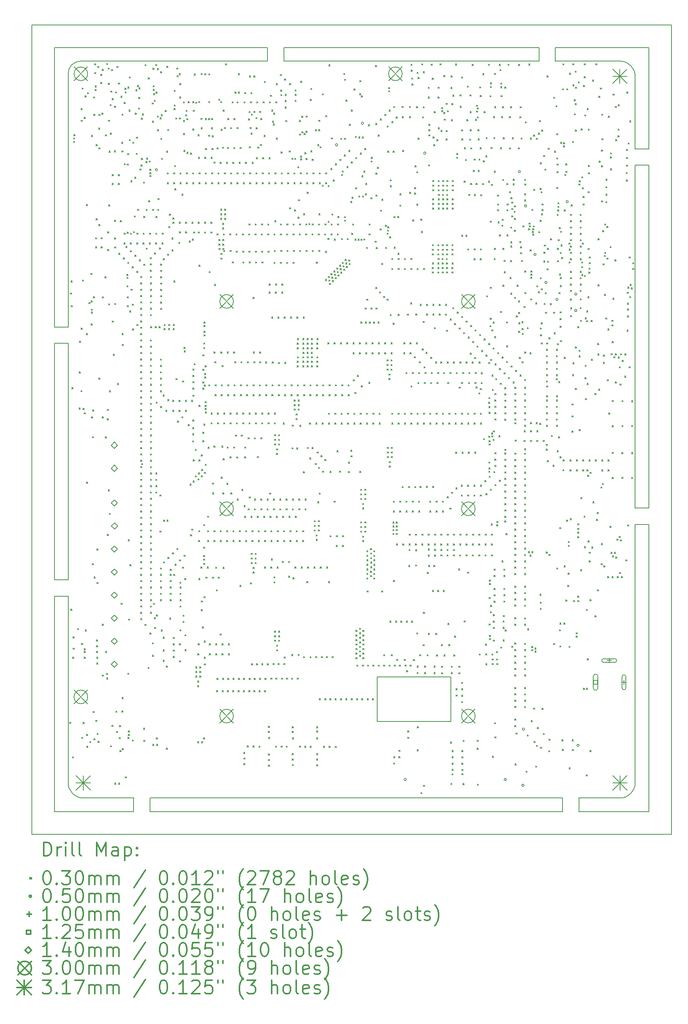
<source format=gbr>
%FSLAX45Y45*%
G04 Gerber Fmt 4.5, Leading zero omitted, Abs format (unit mm)*
G04 Created by KiCad (PCBNEW 4.0.7) date Fri Sep 20 17:05:37 2019*
%MOMM*%
%LPD*%
G01*
G04 APERTURE LIST*
%ADD10C,0.127000*%
%ADD11C,0.150000*%
%ADD12C,0.200000*%
%ADD13C,0.300000*%
G04 APERTURE END LIST*
D10*
D11*
X14805000Y-18640398D02*
X16433378Y-18640398D01*
D12*
X21295048Y-4258678D02*
X7185348Y-4258678D01*
X21295048Y-22109798D02*
X21295048Y-4258678D01*
X7185348Y-22109798D02*
X21295048Y-22109798D01*
X7185348Y-4259948D02*
X7185348Y-22109798D01*
X7186618Y-4259948D02*
X7185348Y-4259948D01*
X7684458Y-4759058D02*
X7684458Y-10923638D01*
X12380918Y-4759058D02*
X7684458Y-4759058D01*
X7684458Y-16496398D02*
X7684458Y-11284318D01*
X7684458Y-21609418D02*
X9429438Y-21609418D01*
X7684458Y-16857078D02*
X7684458Y-21609418D01*
X18890938Y-21609418D02*
X9792658Y-21609418D01*
X20795938Y-21609418D02*
X20795938Y-15274658D01*
X19254158Y-21609418D02*
X20795938Y-21609418D01*
X20795938Y-7354938D02*
X20795938Y-14913978D01*
X20795938Y-4759058D02*
X20795938Y-6994258D01*
X18735998Y-4759058D02*
X20795938Y-4759058D01*
X12744138Y-4759058D02*
X18375318Y-4759058D01*
X7986718Y-16857078D02*
X7684458Y-16857078D01*
X7979098Y-16496398D02*
X7684458Y-16496398D01*
X7984178Y-11284318D02*
X7684458Y-11284318D01*
X7984178Y-10923638D02*
X7684458Y-10923638D01*
X12744138Y-5058778D02*
X12744138Y-4759058D01*
X12380918Y-5058778D02*
X12380918Y-4759058D01*
X18375318Y-5053698D02*
X18375318Y-4759058D01*
X18735998Y-5056238D02*
X18735998Y-4759058D01*
X20496218Y-6994258D02*
X20795938Y-6994258D01*
X20496218Y-7354938D02*
X20795938Y-7354938D01*
X20496218Y-14913978D02*
X20795938Y-14913978D01*
X20496218Y-15274658D02*
X20795938Y-15274658D01*
X19254158Y-21309698D02*
X19254158Y-21609418D01*
X18890938Y-21307158D02*
X18890938Y-21609418D01*
X9792658Y-21307158D02*
X9792658Y-21609418D01*
X9429438Y-21307158D02*
X9429438Y-21609418D01*
X8319458Y-21309698D02*
X9431978Y-21309698D01*
X18893478Y-21309698D02*
X9790118Y-21309698D01*
X20163478Y-21309698D02*
X19251618Y-21309698D01*
X20496218Y-15277198D02*
X20496218Y-20974418D01*
X20496218Y-7354938D02*
X20496218Y-14913978D01*
X20496218Y-6994258D02*
X20498758Y-6994258D01*
X20496218Y-5394058D02*
X20496218Y-6994258D01*
X18735998Y-5058778D02*
X20160938Y-5058778D01*
X18375318Y-5058778D02*
X18375318Y-5056238D01*
X12744138Y-5058778D02*
X18375318Y-5058778D01*
X12383458Y-5058778D02*
X12383458Y-5056238D01*
X8266118Y-5058778D02*
X12383458Y-5058778D01*
X7984178Y-10923638D02*
X7984178Y-5335638D01*
X7984178Y-16496398D02*
X7984178Y-11284318D01*
X7984178Y-20971878D02*
X7984178Y-16851998D01*
X7984178Y-20974418D02*
G75*
G03X8319458Y-21309698I335280J0D01*
G01*
X8263578Y-5058778D02*
G75*
G03X7984178Y-5338178I0J-279400D01*
G01*
D11*
X7984178Y-5338178D02*
X7984178Y-5335638D01*
D12*
X20160938Y-21309698D02*
G75*
G03X20496218Y-20974418I0J335280D01*
G01*
X20496218Y-5394058D02*
G75*
G03X20160938Y-5058778I-335280J0D01*
G01*
D11*
X14805000Y-19622398D02*
X14805000Y-18641398D01*
X16433378Y-19622398D02*
X14805000Y-19622398D01*
X16433378Y-18640398D02*
X16433378Y-19622398D01*
D12*
X8015406Y-19637094D02*
X8045406Y-19667094D01*
X8045406Y-19637094D02*
X8015406Y-19667094D01*
X8032170Y-10168990D02*
X8062170Y-10198990D01*
X8062170Y-10168990D02*
X8032170Y-10198990D01*
X8042330Y-17141798D02*
X8072330Y-17171798D01*
X8072330Y-17141798D02*
X8042330Y-17171798D01*
X8044362Y-9901274D02*
X8074362Y-9931274D01*
X8074362Y-9901274D02*
X8044362Y-9931274D01*
X8051474Y-10447882D02*
X8081474Y-10477882D01*
X8081474Y-10447882D02*
X8051474Y-10477882D01*
X8068238Y-12254838D02*
X8098238Y-12284838D01*
X8098238Y-12254838D02*
X8068238Y-12284838D01*
X8080430Y-20398078D02*
X8110430Y-20428078D01*
X8110430Y-20398078D02*
X8080430Y-20428078D01*
X8084494Y-18200470D02*
X8114494Y-18230470D01*
X8114494Y-18200470D02*
X8084494Y-18230470D01*
X8089574Y-17750890D02*
X8119574Y-17780890D01*
X8119574Y-17750890D02*
X8089574Y-17780890D01*
X8091098Y-18002858D02*
X8121098Y-18032858D01*
X8121098Y-18002858D02*
X8091098Y-18032858D01*
X8106338Y-6748118D02*
X8136338Y-6778118D01*
X8136338Y-6748118D02*
X8106338Y-6778118D01*
X8106338Y-6823810D02*
X8136338Y-6853810D01*
X8136338Y-6823810D02*
X8106338Y-6853810D01*
X8107862Y-6676490D02*
X8137862Y-6706490D01*
X8137862Y-6676490D02*
X8107862Y-6706490D01*
X8189650Y-17570550D02*
X8219650Y-17600550D01*
X8219650Y-17570550D02*
X8189650Y-17600550D01*
X8223686Y-12704418D02*
X8253686Y-12734418D01*
X8253686Y-12704418D02*
X8223686Y-12734418D01*
X8228258Y-11908890D02*
X8258258Y-11938890D01*
X8258258Y-11908890D02*
X8228258Y-11938890D01*
X8231306Y-11230710D02*
X8261306Y-11260710D01*
X8261306Y-11230710D02*
X8231306Y-11260710D01*
X8264834Y-12318846D02*
X8294834Y-12348846D01*
X8294834Y-12318846D02*
X8264834Y-12348846D01*
X8266978Y-6101558D02*
X8296978Y-6131558D01*
X8296978Y-6101558D02*
X8266978Y-6131558D01*
X8267374Y-10943182D02*
X8297374Y-10973182D01*
X8297374Y-10943182D02*
X8267374Y-10973182D01*
X8271378Y-6360398D02*
X8301378Y-6390398D01*
X8301378Y-6360398D02*
X8271378Y-6390398D01*
X8276518Y-17894146D02*
X8306518Y-17924146D01*
X8306518Y-17894146D02*
X8276518Y-17924146D01*
X8283122Y-19967294D02*
X8313122Y-19997294D01*
X8313122Y-19967294D02*
X8283122Y-19997294D01*
X8289218Y-5648806D02*
X8319218Y-5678806D01*
X8319218Y-5648806D02*
X8289218Y-5678806D01*
X8297854Y-9880954D02*
X8327854Y-9910954D01*
X8327854Y-9880954D02*
X8297854Y-9910954D01*
X8311570Y-12712546D02*
X8341570Y-12742546D01*
X8341570Y-12712546D02*
X8311570Y-12742546D01*
X8311570Y-19641666D02*
X8341570Y-19671666D01*
X8341570Y-19641666D02*
X8311570Y-19671666D01*
X8335954Y-12811606D02*
X8365954Y-12841606D01*
X8365954Y-12811606D02*
X8335954Y-12841606D01*
X8336378Y-6294398D02*
X8366378Y-6324398D01*
X8366378Y-6294398D02*
X8336378Y-6324398D01*
X8336462Y-18013018D02*
X8366462Y-18043018D01*
X8366462Y-18013018D02*
X8336462Y-18043018D01*
X8336970Y-18073470D02*
X8366970Y-18103470D01*
X8366970Y-18073470D02*
X8336970Y-18103470D01*
X8337478Y-18199454D02*
X8367478Y-18229454D01*
X8367478Y-18199454D02*
X8337478Y-18229454D01*
X8352210Y-5820510D02*
X8382210Y-5850510D01*
X8382210Y-5820510D02*
X8352210Y-5850510D01*
X8357798Y-17600014D02*
X8387798Y-17630014D01*
X8387798Y-17600014D02*
X8357798Y-17630014D01*
X8382690Y-8220302D02*
X8412690Y-8250302D01*
X8412690Y-8220302D02*
X8382690Y-8250302D01*
X8384722Y-11063070D02*
X8414722Y-11093070D01*
X8414722Y-11063070D02*
X8384722Y-11093070D01*
X8389802Y-14341702D02*
X8419802Y-14371702D01*
X8419802Y-14341702D02*
X8389802Y-14371702D01*
X8389802Y-19902778D02*
X8419802Y-19932778D01*
X8419802Y-19902778D02*
X8389802Y-19932778D01*
X8392850Y-20165414D02*
X8422850Y-20195414D01*
X8422850Y-20165414D02*
X8392850Y-20195414D01*
X8408090Y-5750406D02*
X8438090Y-5780406D01*
X8438090Y-5750406D02*
X8408090Y-5780406D01*
X8438062Y-10382350D02*
X8468062Y-10412350D01*
X8468062Y-10382350D02*
X8438062Y-10412350D01*
X8461430Y-20058734D02*
X8491430Y-20088734D01*
X8491430Y-20058734D02*
X8461430Y-20088734D01*
X8479718Y-9737698D02*
X8509718Y-9767698D01*
X8509718Y-9737698D02*
X8479718Y-9767698D01*
X8489878Y-10850218D02*
X8519878Y-10880218D01*
X8519878Y-10850218D02*
X8489878Y-10880218D01*
X8491910Y-10342726D02*
X8521910Y-10372726D01*
X8521910Y-10342726D02*
X8491910Y-10372726D01*
X8492418Y-6692238D02*
X8522418Y-6722238D01*
X8522418Y-6692238D02*
X8492418Y-6722238D01*
X8493942Y-10588598D02*
X8523942Y-10618598D01*
X8523942Y-10588598D02*
X8493942Y-10618598D01*
X8494450Y-10526622D02*
X8524450Y-10556622D01*
X8524450Y-10526622D02*
X8494450Y-10556622D01*
X8495974Y-12902030D02*
X8525974Y-12932030D01*
X8525974Y-12902030D02*
X8495974Y-12932030D01*
X8515278Y-16140022D02*
X8545278Y-16170022D01*
X8545278Y-16140022D02*
X8515278Y-16170022D01*
X8518326Y-13335862D02*
X8548326Y-13365862D01*
X8548326Y-13335862D02*
X8518326Y-13365862D01*
X8523406Y-12748106D02*
X8553406Y-12778106D01*
X8553406Y-12748106D02*
X8523406Y-12778106D01*
X8531534Y-19398842D02*
X8561534Y-19428842D01*
X8561534Y-19398842D02*
X8531534Y-19428842D01*
X8541694Y-10248238D02*
X8571694Y-10278238D01*
X8571694Y-10248238D02*
X8541694Y-10278238D01*
X8543218Y-5841338D02*
X8573218Y-5871338D01*
X8573218Y-5841338D02*
X8543218Y-5871338D01*
X8549378Y-6230398D02*
X8579378Y-6260398D01*
X8579378Y-6230398D02*
X8549378Y-6260398D01*
X8550838Y-19998282D02*
X8580838Y-20028282D01*
X8580838Y-19998282D02*
X8550838Y-20028282D01*
X8553886Y-16429074D02*
X8583886Y-16459074D01*
X8583886Y-16429074D02*
X8553886Y-16459074D01*
X8566586Y-5113882D02*
X8596586Y-5143882D01*
X8596586Y-5113882D02*
X8566586Y-5143882D01*
X8568110Y-5311494D02*
X8598110Y-5341494D01*
X8598110Y-5311494D02*
X8568110Y-5341494D01*
X8576378Y-5681398D02*
X8606378Y-5711398D01*
X8606378Y-5681398D02*
X8576378Y-5711398D01*
X8580302Y-5601054D02*
X8610302Y-5631054D01*
X8610302Y-5601054D02*
X8580302Y-5631054D01*
X8586398Y-8950298D02*
X8616398Y-8980298D01*
X8616398Y-8950298D02*
X8586398Y-8980298D01*
X8586398Y-9148418D02*
X8616398Y-9178418D01*
X8616398Y-9148418D02*
X8586398Y-9178418D01*
X8590970Y-19591374D02*
X8620970Y-19621374D01*
X8620970Y-19591374D02*
X8590970Y-19621374D01*
X8598590Y-8532214D02*
X8628590Y-8562214D01*
X8628590Y-8532214D02*
X8598590Y-8562214D01*
X8599606Y-6895438D02*
X8629606Y-6925438D01*
X8629606Y-6895438D02*
X8599606Y-6925438D01*
X8607226Y-17820486D02*
X8637226Y-17850486D01*
X8637226Y-17820486D02*
X8607226Y-17850486D01*
X8607734Y-17947486D02*
X8637734Y-17977486D01*
X8637734Y-17947486D02*
X8607734Y-17977486D01*
X8609766Y-18074486D02*
X8639766Y-18104486D01*
X8639766Y-18074486D02*
X8609766Y-18104486D01*
X8613322Y-18199962D02*
X8643322Y-18229962D01*
X8643322Y-18199962D02*
X8613322Y-18229962D01*
X8614338Y-18327978D02*
X8644338Y-18357978D01*
X8644338Y-18327978D02*
X8614338Y-18357978D01*
X8616878Y-16554042D02*
X8646878Y-16584042D01*
X8646878Y-16554042D02*
X8616878Y-16584042D01*
X8617386Y-15813886D02*
X8647386Y-15843886D01*
X8647386Y-15813886D02*
X8617386Y-15843886D01*
X8620434Y-19882458D02*
X8650434Y-19912458D01*
X8650434Y-19882458D02*
X8620434Y-19912458D01*
X8632378Y-5175398D02*
X8662378Y-5205398D01*
X8662378Y-5175398D02*
X8632378Y-5205398D01*
X8641262Y-20054670D02*
X8671262Y-20084670D01*
X8671262Y-20054670D02*
X8641262Y-20084670D01*
X8656378Y-6531398D02*
X8686378Y-6561398D01*
X8686378Y-6531398D02*
X8656378Y-6561398D01*
X8658026Y-6230974D02*
X8688026Y-6260974D01*
X8688026Y-6230974D02*
X8658026Y-6260974D01*
X8660566Y-8659214D02*
X8690566Y-8689214D01*
X8690566Y-8659214D02*
X8660566Y-8689214D01*
X8660566Y-12046558D02*
X8690566Y-12076558D01*
X8690566Y-12046558D02*
X8660566Y-12076558D01*
X8661074Y-6968590D02*
X8691074Y-6998590D01*
X8691074Y-6968590D02*
X8661074Y-6998590D01*
X8699682Y-5347054D02*
X8729682Y-5377054D01*
X8729682Y-5347054D02*
X8699682Y-5377054D01*
X8702222Y-5526886D02*
X8732222Y-5556886D01*
X8732222Y-5526886D02*
X8702222Y-5556886D01*
X8708826Y-8949790D02*
X8738826Y-8979790D01*
X8738826Y-8949790D02*
X8708826Y-8979790D01*
X8708826Y-9147910D02*
X8738826Y-9177910D01*
X8738826Y-9147910D02*
X8708826Y-9177910D01*
X8728638Y-6203034D02*
X8758638Y-6233034D01*
X8758638Y-6203034D02*
X8728638Y-6233034D01*
X8733718Y-10255858D02*
X8763718Y-10285858D01*
X8763718Y-10255858D02*
X8733718Y-10285858D01*
X8734226Y-17470474D02*
X8764226Y-17500474D01*
X8764226Y-17470474D02*
X8734226Y-17500474D01*
X8735242Y-12897966D02*
X8765242Y-12927966D01*
X8765242Y-12897966D02*
X8735242Y-12927966D01*
X8736372Y-18593822D02*
X8766372Y-18623822D01*
X8766372Y-18593822D02*
X8736372Y-18623822D01*
X8736766Y-5238342D02*
X8766766Y-5268342D01*
X8766766Y-5238342D02*
X8736766Y-5268342D01*
X8795186Y-9811358D02*
X8825186Y-9841358D01*
X8825186Y-9811358D02*
X8795186Y-9841358D01*
X8801378Y-6680398D02*
X8831378Y-6710398D01*
X8831378Y-6680398D02*
X8801378Y-6710398D01*
X8802298Y-13339926D02*
X8832298Y-13369926D01*
X8832298Y-13339926D02*
X8802298Y-13369926D01*
X8807886Y-18074486D02*
X8837886Y-18104486D01*
X8837886Y-18074486D02*
X8807886Y-18104486D01*
X8829730Y-18558610D02*
X8859730Y-18588610D01*
X8859730Y-18558610D02*
X8829730Y-18588610D01*
X8832892Y-18657322D02*
X8862892Y-18687322D01*
X8862892Y-18657322D02*
X8832892Y-18687322D01*
X8834302Y-5107278D02*
X8864302Y-5137278D01*
X8864302Y-5107278D02*
X8834302Y-5137278D01*
X8844970Y-12735914D02*
X8874970Y-12765914D01*
X8874970Y-12735914D02*
X8844970Y-12765914D01*
X8845478Y-12941146D02*
X8875478Y-12971146D01*
X8875478Y-12941146D02*
X8845478Y-12971146D01*
X8845478Y-15491814D02*
X8875478Y-15521814D01*
X8875478Y-15491814D02*
X8845478Y-15521814D01*
X8853098Y-8819234D02*
X8883098Y-8849234D01*
X8883098Y-8819234D02*
X8853098Y-8849234D01*
X8854114Y-9208870D02*
X8884114Y-9238870D01*
X8884114Y-9208870D02*
X8854114Y-9238870D01*
X8865290Y-14509342D02*
X8895290Y-14539342D01*
X8895290Y-14509342D02*
X8865290Y-14539342D01*
X8868338Y-5209894D02*
X8898338Y-5239894D01*
X8898338Y-5209894D02*
X8868338Y-5239894D01*
X8869862Y-5542634D02*
X8899862Y-5572634D01*
X8899862Y-5542634D02*
X8869862Y-5572634D01*
X8871386Y-6360514D02*
X8901386Y-6390514D01*
X8901386Y-6360514D02*
X8871386Y-6390514D01*
X8874182Y-10405404D02*
X8904182Y-10435404D01*
X8904182Y-10405404D02*
X8874182Y-10435404D01*
X8877990Y-8224874D02*
X8907990Y-8254874D01*
X8907990Y-8224874D02*
X8877990Y-8254874D01*
X8883070Y-7039710D02*
X8913070Y-7069710D01*
X8913070Y-7039710D02*
X8883070Y-7069710D01*
X8892722Y-15028518D02*
X8922722Y-15058518D01*
X8922722Y-15028518D02*
X8892722Y-15058518D01*
X8893738Y-12322402D02*
X8923738Y-12352402D01*
X8923738Y-12322402D02*
X8893738Y-12352402D01*
X8910502Y-6012534D02*
X8940502Y-6042534D01*
X8940502Y-6012534D02*
X8910502Y-6042534D01*
X8915074Y-6641946D02*
X8945074Y-6671946D01*
X8945074Y-6641946D02*
X8915074Y-6671946D01*
X8918122Y-20150174D02*
X8948122Y-20180174D01*
X8948122Y-20150174D02*
X8918122Y-20180174D01*
X8923202Y-5714338D02*
X8953202Y-5744338D01*
X8953202Y-5714338D02*
X8923202Y-5744338D01*
X8936918Y-5241898D02*
X8966918Y-5271898D01*
X8966918Y-5241898D02*
X8936918Y-5271898D01*
X8945046Y-19701610D02*
X8975046Y-19731610D01*
X8975046Y-19701610D02*
X8945046Y-19731610D01*
X8952226Y-7754190D02*
X8982226Y-7784190D01*
X8982226Y-7754190D02*
X8952226Y-7784190D01*
X8953226Y-7557190D02*
X8983226Y-7587190D01*
X8983226Y-7557190D02*
X8953226Y-7587190D01*
X8953682Y-10788242D02*
X8983682Y-10818242D01*
X8983682Y-10788242D02*
X8953682Y-10818242D01*
X8954698Y-5883502D02*
X8984698Y-5913502D01*
X8984698Y-5883502D02*
X8954698Y-5913502D01*
X8976542Y-11520270D02*
X9006542Y-11550270D01*
X9006542Y-11520270D02*
X8976542Y-11550270D01*
X9001942Y-7034122D02*
X9031942Y-7064122D01*
X9031942Y-7034122D02*
X9001942Y-7064122D01*
X9004482Y-6049110D02*
X9034482Y-6079110D01*
X9034482Y-6049110D02*
X9004482Y-6079110D01*
X9005498Y-8565234D02*
X9035498Y-8595234D01*
X9035498Y-8565234D02*
X9005498Y-8595234D01*
X9006006Y-8953600D02*
X9036006Y-8983600D01*
X9036006Y-8953600D02*
X9006006Y-8983600D01*
X9006006Y-9152990D02*
X9036006Y-9182990D01*
X9036006Y-9152990D02*
X9006006Y-9182990D01*
X9009054Y-10399114D02*
X9039054Y-10429114D01*
X9039054Y-10399114D02*
X9009054Y-10429114D01*
X9011102Y-20976274D02*
X9041102Y-21006274D01*
X9041102Y-20976274D02*
X9011102Y-21006274D01*
X9026834Y-5732118D02*
X9056834Y-5762118D01*
X9056834Y-5732118D02*
X9026834Y-5762118D01*
X9034962Y-19389190D02*
X9064962Y-19419190D01*
X9064962Y-19389190D02*
X9034962Y-19419190D01*
X9047662Y-19837246D02*
X9077662Y-19867246D01*
X9077662Y-19837246D02*
X9047662Y-19867246D01*
X9056298Y-5175858D02*
X9086298Y-5205858D01*
X9086298Y-5175858D02*
X9056298Y-5205858D01*
X9070014Y-12163398D02*
X9100014Y-12193398D01*
X9100014Y-12163398D02*
X9070014Y-12193398D01*
X9091858Y-5539078D02*
X9121858Y-5569078D01*
X9121858Y-5539078D02*
X9091858Y-5569078D01*
X9091926Y-7754190D02*
X9121926Y-7784190D01*
X9121926Y-7754190D02*
X9091926Y-7784190D01*
X9092926Y-7557190D02*
X9122926Y-7587190D01*
X9122926Y-7557190D02*
X9092926Y-7587190D01*
X9095280Y-20976790D02*
X9125280Y-21006790D01*
X9125280Y-20976790D02*
X9095280Y-21006790D01*
X9099884Y-9293934D02*
X9129884Y-9323934D01*
X9129884Y-9293934D02*
X9099884Y-9323934D01*
X9108114Y-19972882D02*
X9138114Y-20002882D01*
X9138114Y-19972882D02*
X9108114Y-20002882D01*
X9114210Y-19709230D02*
X9144210Y-19739230D01*
X9144210Y-19709230D02*
X9114210Y-19739230D01*
X9125386Y-20256854D02*
X9155386Y-20286854D01*
X9155386Y-20256854D02*
X9125386Y-20286854D01*
X9131990Y-8572854D02*
X9161990Y-8602854D01*
X9161990Y-8572854D02*
X9131990Y-8602854D01*
X9144182Y-5832702D02*
X9174182Y-5862702D01*
X9174182Y-5832702D02*
X9144182Y-5862702D01*
X9151802Y-17012258D02*
X9181802Y-17042258D01*
X9181802Y-17012258D02*
X9151802Y-17042258D01*
X9162978Y-6844638D02*
X9192978Y-6874638D01*
X9192978Y-6844638D02*
X9162978Y-6874638D01*
X9165518Y-7037170D02*
X9195518Y-7067170D01*
X9195518Y-7037170D02*
X9165518Y-7067170D01*
X9166534Y-19387666D02*
X9196534Y-19417666D01*
X9196534Y-19387666D02*
X9166534Y-19417666D01*
X9170090Y-11063578D02*
X9200090Y-11093578D01*
X9200090Y-11063578D02*
X9170090Y-11093578D01*
X9173138Y-6222338D02*
X9203138Y-6252338D01*
X9203138Y-6222338D02*
X9173138Y-6252338D01*
X9173138Y-19090994D02*
X9203138Y-19120994D01*
X9203138Y-19090994D02*
X9173138Y-19120994D01*
X9175678Y-11305386D02*
X9205678Y-11335386D01*
X9205678Y-11305386D02*
X9175678Y-11335386D01*
X9177202Y-20217230D02*
X9207202Y-20247230D01*
X9207202Y-20217230D02*
X9177202Y-20247230D01*
X9198944Y-9392994D02*
X9228944Y-9422994D01*
X9228944Y-9392994D02*
X9198944Y-9422994D01*
X9215556Y-9065360D02*
X9245556Y-9095360D01*
X9245556Y-9065360D02*
X9215556Y-9095360D01*
X9216318Y-5966306D02*
X9246318Y-5996306D01*
X9246318Y-5966306D02*
X9216318Y-5996306D01*
X9216826Y-8848190D02*
X9246826Y-8878190D01*
X9246826Y-8848190D02*
X9216826Y-8878190D01*
X9221398Y-7314538D02*
X9251398Y-7344538D01*
X9251398Y-7314538D02*
X9221398Y-7344538D01*
X9234098Y-5650838D02*
X9264098Y-5680838D01*
X9264098Y-5650838D02*
X9234098Y-5680838D01*
X9238670Y-5732626D02*
X9268670Y-5762626D01*
X9268670Y-5732626D02*
X9238670Y-5762626D01*
X9244258Y-20836482D02*
X9274258Y-20866482D01*
X9274258Y-20836482D02*
X9244258Y-20866482D01*
X9254824Y-9138994D02*
X9284824Y-9168994D01*
X9284824Y-9138994D02*
X9254824Y-9168994D01*
X9279310Y-9759034D02*
X9309310Y-9789034D01*
X9309310Y-9759034D02*
X9279310Y-9789034D01*
X9279566Y-10007640D02*
X9309566Y-10037640D01*
X9309566Y-10007640D02*
X9279566Y-10037640D01*
X9281850Y-9823042D02*
X9311850Y-9853042D01*
X9311850Y-9823042D02*
X9281850Y-9853042D01*
X9283374Y-10255350D02*
X9313374Y-10285350D01*
X9313374Y-10255350D02*
X9283374Y-10285350D01*
X9285406Y-7323174D02*
X9315406Y-7353174D01*
X9315406Y-7323174D02*
X9285406Y-7353174D01*
X9285406Y-10447882D02*
X9315406Y-10477882D01*
X9315406Y-10447882D02*
X9285406Y-10477882D01*
X9286930Y-8829394D02*
X9316930Y-8859394D01*
X9316930Y-8829394D02*
X9286930Y-8859394D01*
X9292378Y-7095398D02*
X9322378Y-7125398D01*
X9322378Y-7095398D02*
X9292378Y-7125398D01*
X9296582Y-5625946D02*
X9326582Y-5655946D01*
X9326582Y-5625946D02*
X9296582Y-5655946D01*
X9297712Y-18551912D02*
X9327712Y-18581912D01*
X9327712Y-18551912D02*
X9297712Y-18581912D01*
X9298004Y-9492054D02*
X9328004Y-9522054D01*
X9328004Y-9492054D02*
X9298004Y-9522054D01*
X9304084Y-19967584D02*
X9334084Y-19997584D01*
X9334084Y-19967584D02*
X9304084Y-19997584D01*
X9307250Y-15611194D02*
X9337250Y-15641194D01*
X9337250Y-15611194D02*
X9307250Y-15641194D01*
X9309164Y-19825344D02*
X9339164Y-19855344D01*
X9339164Y-19825344D02*
X9309164Y-19855344D01*
X9310298Y-19901762D02*
X9340298Y-19931762D01*
X9340298Y-19901762D02*
X9310298Y-19931762D01*
X9316654Y-17357924D02*
X9346654Y-17387924D01*
X9346654Y-17357924D02*
X9316654Y-17387924D01*
X9325538Y-6134962D02*
X9355538Y-6164962D01*
X9355538Y-6134962D02*
X9325538Y-6164962D01*
X9331126Y-5403442D02*
X9361126Y-5433442D01*
X9361126Y-5403442D02*
X9331126Y-5433442D01*
X9332142Y-6782154D02*
X9362142Y-6812154D01*
X9362142Y-6782154D02*
X9332142Y-6812154D01*
X9339254Y-10564214D02*
X9369254Y-10594214D01*
X9369254Y-10564214D02*
X9339254Y-10594214D01*
X9343826Y-16158310D02*
X9373826Y-16188310D01*
X9373826Y-16158310D02*
X9343826Y-16188310D01*
X9353884Y-9238054D02*
X9383884Y-9268054D01*
X9383884Y-9238054D02*
X9353884Y-9268054D01*
X9355256Y-9065360D02*
X9385256Y-9095360D01*
X9385256Y-9065360D02*
X9355256Y-9095360D01*
X9356526Y-8848190D02*
X9386526Y-8878190D01*
X9386526Y-8848190D02*
X9356526Y-8878190D01*
X9366686Y-7694522D02*
X9396686Y-7724522D01*
X9396686Y-7694522D02*
X9366686Y-7724522D01*
X9371006Y-10086888D02*
X9401006Y-10116888D01*
X9401006Y-10086888D02*
X9371006Y-10116888D01*
X9393866Y-10414548D02*
X9423866Y-10444548D01*
X9423866Y-10414548D02*
X9393866Y-10444548D01*
X9397064Y-9591114D02*
X9427064Y-9621114D01*
X9427064Y-9591114D02*
X9397064Y-9621114D01*
X9401738Y-20025714D02*
X9431738Y-20055714D01*
X9431738Y-20025714D02*
X9401738Y-20055714D01*
X9401994Y-10959124D02*
X9431994Y-10989124D01*
X9431994Y-10959124D02*
X9401994Y-10989124D01*
X9408850Y-6843114D02*
X9438850Y-6873114D01*
X9438850Y-6843114D02*
X9408850Y-6873114D01*
X9426122Y-8814662D02*
X9456122Y-8844662D01*
X9456122Y-8814662D02*
X9426122Y-8844662D01*
X9442378Y-8467698D02*
X9472378Y-8497698D01*
X9472378Y-8467698D02*
X9442378Y-8497698D01*
X9449490Y-7617814D02*
X9479490Y-7647814D01*
X9479490Y-7617814D02*
X9449490Y-7647814D01*
X9452944Y-9337114D02*
X9482944Y-9367114D01*
X9482944Y-9337114D02*
X9452944Y-9367114D01*
X9463714Y-6204050D02*
X9493714Y-6234050D01*
X9493714Y-6204050D02*
X9463714Y-6234050D01*
X9477938Y-5685890D02*
X9507938Y-5715890D01*
X9507938Y-5685890D02*
X9477938Y-5715890D01*
X9485378Y-7086398D02*
X9515378Y-7116398D01*
X9515378Y-7086398D02*
X9485378Y-7116398D01*
X9488606Y-6732370D02*
X9518606Y-6762370D01*
X9518606Y-6732370D02*
X9488606Y-6762370D01*
X9494956Y-9065360D02*
X9524956Y-9095360D01*
X9524956Y-9065360D02*
X9494956Y-9095360D01*
X9496124Y-9690174D02*
X9526124Y-9720174D01*
X9526124Y-9690174D02*
X9496124Y-9720174D01*
X9496226Y-8848190D02*
X9526226Y-8878190D01*
X9526226Y-8848190D02*
X9496226Y-8878190D01*
X9498766Y-10864950D02*
X9528766Y-10894950D01*
X9528766Y-10864950D02*
X9498766Y-10894950D01*
X9509942Y-5591402D02*
X9539942Y-5621402D01*
X9539942Y-5591402D02*
X9509942Y-5621402D01*
X9512990Y-8325458D02*
X9542990Y-8355458D01*
X9542990Y-8325458D02*
X9512990Y-8355458D01*
X9535342Y-6087210D02*
X9565342Y-6117210D01*
X9565342Y-6087210D02*
X9535342Y-6117210D01*
X9539914Y-5854546D02*
X9569914Y-5884546D01*
X9569914Y-5854546D02*
X9539914Y-5884546D01*
X9542454Y-5644742D02*
X9572454Y-5674742D01*
X9572454Y-5644742D02*
X9542454Y-5674742D01*
X9552004Y-9436174D02*
X9582004Y-9466174D01*
X9582004Y-9436174D02*
X9552004Y-9466174D01*
X9564298Y-7436458D02*
X9594298Y-7466458D01*
X9594298Y-7436458D02*
X9564298Y-7466458D01*
X9579794Y-9805964D02*
X9609794Y-9835964D01*
X9609794Y-9805964D02*
X9579794Y-9835964D01*
X9579794Y-9945664D02*
X9609794Y-9975664D01*
X9609794Y-9945664D02*
X9579794Y-9975664D01*
X9579794Y-10085364D02*
X9609794Y-10115364D01*
X9609794Y-10085364D02*
X9579794Y-10115364D01*
X9579794Y-10225064D02*
X9609794Y-10255064D01*
X9609794Y-10225064D02*
X9579794Y-10255064D01*
X9579794Y-10364764D02*
X9609794Y-10394764D01*
X9609794Y-10364764D02*
X9579794Y-10394764D01*
X9579794Y-10504464D02*
X9609794Y-10534464D01*
X9609794Y-10504464D02*
X9579794Y-10534464D01*
X9579794Y-10644164D02*
X9609794Y-10674164D01*
X9609794Y-10644164D02*
X9579794Y-10674164D01*
X9579794Y-10783864D02*
X9609794Y-10813864D01*
X9609794Y-10783864D02*
X9579794Y-10813864D01*
X9579794Y-10923564D02*
X9609794Y-10953564D01*
X9609794Y-10923564D02*
X9579794Y-10953564D01*
X9579794Y-11063264D02*
X9609794Y-11093264D01*
X9609794Y-11063264D02*
X9579794Y-11093264D01*
X9579794Y-11202964D02*
X9609794Y-11232964D01*
X9609794Y-11202964D02*
X9579794Y-11232964D01*
X9579794Y-11342664D02*
X9609794Y-11372664D01*
X9609794Y-11342664D02*
X9579794Y-11372664D01*
X9579794Y-11482364D02*
X9609794Y-11512364D01*
X9609794Y-11482364D02*
X9579794Y-11512364D01*
X9579794Y-11622064D02*
X9609794Y-11652064D01*
X9609794Y-11622064D02*
X9579794Y-11652064D01*
X9579794Y-11761764D02*
X9609794Y-11791764D01*
X9609794Y-11761764D02*
X9579794Y-11791764D01*
X9579794Y-11901464D02*
X9609794Y-11931464D01*
X9609794Y-11901464D02*
X9579794Y-11931464D01*
X9579794Y-12041164D02*
X9609794Y-12071164D01*
X9609794Y-12041164D02*
X9579794Y-12071164D01*
X9579794Y-12180864D02*
X9609794Y-12210864D01*
X9609794Y-12180864D02*
X9579794Y-12210864D01*
X9579794Y-12320564D02*
X9609794Y-12350564D01*
X9609794Y-12320564D02*
X9579794Y-12350564D01*
X9579794Y-12460264D02*
X9609794Y-12490264D01*
X9609794Y-12460264D02*
X9579794Y-12490264D01*
X9579794Y-12599964D02*
X9609794Y-12629964D01*
X9609794Y-12599964D02*
X9579794Y-12629964D01*
X9579794Y-12739664D02*
X9609794Y-12769664D01*
X9609794Y-12739664D02*
X9579794Y-12769664D01*
X9579794Y-12879364D02*
X9609794Y-12909364D01*
X9609794Y-12879364D02*
X9579794Y-12909364D01*
X9579794Y-13019064D02*
X9609794Y-13049064D01*
X9609794Y-13019064D02*
X9579794Y-13049064D01*
X9579794Y-13158764D02*
X9609794Y-13188764D01*
X9609794Y-13158764D02*
X9579794Y-13188764D01*
X9579794Y-13298464D02*
X9609794Y-13328464D01*
X9609794Y-13298464D02*
X9579794Y-13328464D01*
X9579794Y-13438164D02*
X9609794Y-13468164D01*
X9609794Y-13438164D02*
X9579794Y-13468164D01*
X9579794Y-13577864D02*
X9609794Y-13607864D01*
X9609794Y-13577864D02*
X9579794Y-13607864D01*
X9579794Y-13717564D02*
X9609794Y-13747564D01*
X9609794Y-13717564D02*
X9579794Y-13747564D01*
X9579794Y-13857264D02*
X9609794Y-13887264D01*
X9609794Y-13857264D02*
X9579794Y-13887264D01*
X9579794Y-13996964D02*
X9609794Y-14026964D01*
X9609794Y-13996964D02*
X9579794Y-14026964D01*
X9579794Y-14136664D02*
X9609794Y-14166664D01*
X9609794Y-14136664D02*
X9579794Y-14166664D01*
X9579794Y-14276364D02*
X9609794Y-14306364D01*
X9609794Y-14276364D02*
X9579794Y-14306364D01*
X9579794Y-14416064D02*
X9609794Y-14446064D01*
X9609794Y-14416064D02*
X9579794Y-14446064D01*
X9579794Y-14555764D02*
X9609794Y-14585764D01*
X9609794Y-14555764D02*
X9579794Y-14585764D01*
X9579794Y-14695464D02*
X9609794Y-14725464D01*
X9609794Y-14695464D02*
X9579794Y-14725464D01*
X9579794Y-14835164D02*
X9609794Y-14865164D01*
X9609794Y-14835164D02*
X9579794Y-14865164D01*
X9579794Y-14974864D02*
X9609794Y-15004864D01*
X9609794Y-14974864D02*
X9579794Y-15004864D01*
X9579794Y-15114564D02*
X9609794Y-15144564D01*
X9609794Y-15114564D02*
X9579794Y-15144564D01*
X9579794Y-15254264D02*
X9609794Y-15284264D01*
X9609794Y-15254264D02*
X9579794Y-15284264D01*
X9579794Y-15393964D02*
X9609794Y-15423964D01*
X9609794Y-15393964D02*
X9579794Y-15423964D01*
X9579794Y-15533664D02*
X9609794Y-15563664D01*
X9609794Y-15533664D02*
X9579794Y-15563664D01*
X9579794Y-15673364D02*
X9609794Y-15703364D01*
X9609794Y-15673364D02*
X9579794Y-15703364D01*
X9579794Y-15813064D02*
X9609794Y-15843064D01*
X9609794Y-15813064D02*
X9579794Y-15843064D01*
X9579794Y-15952764D02*
X9609794Y-15982764D01*
X9609794Y-15952764D02*
X9579794Y-15982764D01*
X9579794Y-16092464D02*
X9609794Y-16122464D01*
X9609794Y-16092464D02*
X9579794Y-16122464D01*
X9579794Y-16232164D02*
X9609794Y-16262164D01*
X9609794Y-16232164D02*
X9579794Y-16262164D01*
X9579794Y-16371864D02*
X9609794Y-16401864D01*
X9609794Y-16371864D02*
X9579794Y-16401864D01*
X9579794Y-16511564D02*
X9609794Y-16541564D01*
X9609794Y-16511564D02*
X9579794Y-16541564D01*
X9579794Y-16651264D02*
X9609794Y-16681264D01*
X9609794Y-16651264D02*
X9579794Y-16681264D01*
X9579794Y-16790964D02*
X9609794Y-16820964D01*
X9609794Y-16790964D02*
X9579794Y-16820964D01*
X9579794Y-16930664D02*
X9609794Y-16960664D01*
X9609794Y-16930664D02*
X9579794Y-16960664D01*
X9579794Y-17070364D02*
X9609794Y-17100364D01*
X9609794Y-17070364D02*
X9579794Y-17100364D01*
X9579794Y-17210064D02*
X9609794Y-17240064D01*
X9609794Y-17210064D02*
X9579794Y-17240064D01*
X9579794Y-17349764D02*
X9609794Y-17379764D01*
X9609794Y-17349764D02*
X9579794Y-17379764D01*
X9592238Y-7346542D02*
X9622238Y-7376542D01*
X9622238Y-7346542D02*
X9592238Y-7376542D01*
X9600378Y-7201398D02*
X9630378Y-7231398D01*
X9630378Y-7201398D02*
X9600378Y-7231398D01*
X9600874Y-6311238D02*
X9630874Y-6341238D01*
X9630874Y-6311238D02*
X9600874Y-6341238D01*
X9604938Y-13927682D02*
X9634938Y-13957682D01*
X9634938Y-13927682D02*
X9604938Y-13957682D01*
X9620178Y-6218274D02*
X9650178Y-6248274D01*
X9650178Y-6218274D02*
X9620178Y-6248274D01*
X9634656Y-9065360D02*
X9664656Y-9095360D01*
X9664656Y-9065360D02*
X9634656Y-9095360D01*
X9635926Y-8848190D02*
X9665926Y-8878190D01*
X9665926Y-8848190D02*
X9635926Y-8878190D01*
X9643546Y-19765618D02*
X9673546Y-19795618D01*
X9673546Y-19765618D02*
X9643546Y-19795618D01*
X9647102Y-7721446D02*
X9677102Y-7751446D01*
X9677102Y-7721446D02*
X9647102Y-7751446D01*
X9647610Y-8481414D02*
X9677610Y-8511414D01*
X9677610Y-8481414D02*
X9647610Y-8511414D01*
X9651064Y-9535234D02*
X9681064Y-9565234D01*
X9681064Y-9535234D02*
X9651064Y-9565234D01*
X9651166Y-20034350D02*
X9681166Y-20064350D01*
X9681166Y-20034350D02*
X9651166Y-20064350D01*
X9674794Y-17474764D02*
X9704794Y-17504764D01*
X9704794Y-17474764D02*
X9674794Y-17504764D01*
X9681138Y-5130138D02*
X9711138Y-5160138D01*
X9711138Y-5130138D02*
X9681138Y-5160138D01*
X9700324Y-7270884D02*
X9730324Y-7300884D01*
X9730324Y-7270884D02*
X9700324Y-7300884D01*
X9704506Y-8322918D02*
X9734506Y-8352918D01*
X9734506Y-8322918D02*
X9704506Y-8352918D01*
X9706030Y-9179914D02*
X9736030Y-9209914D01*
X9736030Y-9179914D02*
X9706030Y-9209914D01*
X9712634Y-7192110D02*
X9742634Y-7222110D01*
X9742634Y-7192110D02*
X9712634Y-7222110D01*
X9748816Y-18423896D02*
X9778816Y-18453896D01*
X9778816Y-18423896D02*
X9748816Y-18453896D01*
X9750734Y-5423254D02*
X9780734Y-5453254D01*
X9780734Y-5423254D02*
X9750734Y-5453254D01*
X9759878Y-8133434D02*
X9789878Y-8163434D01*
X9789878Y-8133434D02*
X9759878Y-8163434D01*
X9771562Y-7256626D02*
X9801562Y-7286626D01*
X9801562Y-7256626D02*
X9771562Y-7286626D01*
X9774356Y-9065360D02*
X9804356Y-9095360D01*
X9804356Y-9065360D02*
X9774356Y-9095360D01*
X9775626Y-8848190D02*
X9805626Y-8878190D01*
X9805626Y-8848190D02*
X9775626Y-8878190D01*
X9784262Y-7517230D02*
X9814262Y-7547230D01*
X9814262Y-7517230D02*
X9784262Y-7547230D01*
X9785278Y-7439506D02*
X9815278Y-7469506D01*
X9815278Y-7439506D02*
X9785278Y-7469506D01*
X9785278Y-7578698D02*
X9815278Y-7608698D01*
X9815278Y-7578698D02*
X9785278Y-7608698D01*
X9787310Y-17666562D02*
X9817310Y-17696562D01*
X9817310Y-17666562D02*
X9787310Y-17696562D01*
X9792898Y-9389718D02*
X9822898Y-9419718D01*
X9822898Y-9389718D02*
X9792898Y-9419718D01*
X9795440Y-9525802D02*
X9825440Y-9555802D01*
X9825440Y-9525802D02*
X9795440Y-9555802D01*
X9795440Y-9665502D02*
X9825440Y-9695502D01*
X9825440Y-9665502D02*
X9795440Y-9695502D01*
X9796964Y-9807234D02*
X9826964Y-9837234D01*
X9826964Y-9807234D02*
X9796964Y-9837234D01*
X9796964Y-9946934D02*
X9826964Y-9976934D01*
X9826964Y-9946934D02*
X9796964Y-9976934D01*
X9796964Y-10226334D02*
X9826964Y-10256334D01*
X9826964Y-10226334D02*
X9796964Y-10256334D01*
X9796964Y-10366034D02*
X9826964Y-10396034D01*
X9826964Y-10366034D02*
X9796964Y-10396034D01*
X9796964Y-10505734D02*
X9826964Y-10535734D01*
X9826964Y-10505734D02*
X9796964Y-10535734D01*
X9796964Y-10645434D02*
X9826964Y-10675434D01*
X9826964Y-10645434D02*
X9796964Y-10675434D01*
X9796964Y-11204234D02*
X9826964Y-11234234D01*
X9826964Y-11204234D02*
X9796964Y-11234234D01*
X9796964Y-11343934D02*
X9826964Y-11373934D01*
X9826964Y-11343934D02*
X9796964Y-11373934D01*
X9796964Y-11483634D02*
X9826964Y-11513634D01*
X9826964Y-11483634D02*
X9796964Y-11513634D01*
X9796964Y-11623334D02*
X9826964Y-11653334D01*
X9826964Y-11623334D02*
X9796964Y-11653334D01*
X9796964Y-11763034D02*
X9826964Y-11793034D01*
X9826964Y-11763034D02*
X9796964Y-11793034D01*
X9796964Y-11902734D02*
X9826964Y-11932734D01*
X9826964Y-11902734D02*
X9796964Y-11932734D01*
X9796964Y-12042434D02*
X9826964Y-12072434D01*
X9826964Y-12042434D02*
X9796964Y-12072434D01*
X9796964Y-12182134D02*
X9826964Y-12212134D01*
X9826964Y-12182134D02*
X9796964Y-12212134D01*
X9796964Y-12321834D02*
X9826964Y-12351834D01*
X9826964Y-12321834D02*
X9796964Y-12351834D01*
X9796964Y-12461534D02*
X9826964Y-12491534D01*
X9826964Y-12461534D02*
X9796964Y-12491534D01*
X9796964Y-12601234D02*
X9826964Y-12631234D01*
X9826964Y-12601234D02*
X9796964Y-12631234D01*
X9796964Y-12740934D02*
X9826964Y-12770934D01*
X9826964Y-12740934D02*
X9796964Y-12770934D01*
X9796964Y-12880634D02*
X9826964Y-12910634D01*
X9826964Y-12880634D02*
X9796964Y-12910634D01*
X9796964Y-13020334D02*
X9826964Y-13050334D01*
X9826964Y-13020334D02*
X9796964Y-13050334D01*
X9796964Y-13160034D02*
X9826964Y-13190034D01*
X9826964Y-13160034D02*
X9796964Y-13190034D01*
X9796964Y-13299734D02*
X9826964Y-13329734D01*
X9826964Y-13299734D02*
X9796964Y-13329734D01*
X9796964Y-13439434D02*
X9826964Y-13469434D01*
X9826964Y-13439434D02*
X9796964Y-13469434D01*
X9796964Y-13579134D02*
X9826964Y-13609134D01*
X9826964Y-13579134D02*
X9796964Y-13609134D01*
X9796964Y-13718834D02*
X9826964Y-13748834D01*
X9826964Y-13718834D02*
X9796964Y-13748834D01*
X9796964Y-13858534D02*
X9826964Y-13888534D01*
X9826964Y-13858534D02*
X9796964Y-13888534D01*
X9796964Y-13998234D02*
X9826964Y-14028234D01*
X9826964Y-13998234D02*
X9796964Y-14028234D01*
X9796964Y-14137934D02*
X9826964Y-14167934D01*
X9826964Y-14137934D02*
X9796964Y-14167934D01*
X9796964Y-14277634D02*
X9826964Y-14307634D01*
X9826964Y-14277634D02*
X9796964Y-14307634D01*
X9796964Y-14417334D02*
X9826964Y-14447334D01*
X9826964Y-14417334D02*
X9796964Y-14447334D01*
X9796964Y-14557034D02*
X9826964Y-14587034D01*
X9826964Y-14557034D02*
X9796964Y-14587034D01*
X9796964Y-14696734D02*
X9826964Y-14726734D01*
X9826964Y-14696734D02*
X9796964Y-14726734D01*
X9796964Y-14836434D02*
X9826964Y-14866434D01*
X9826964Y-14836434D02*
X9796964Y-14866434D01*
X9796964Y-14976134D02*
X9826964Y-15006134D01*
X9826964Y-14976134D02*
X9796964Y-15006134D01*
X9796964Y-15115834D02*
X9826964Y-15145834D01*
X9826964Y-15115834D02*
X9796964Y-15145834D01*
X9796964Y-15255534D02*
X9826964Y-15285534D01*
X9826964Y-15255534D02*
X9796964Y-15285534D01*
X9796964Y-15395234D02*
X9826964Y-15425234D01*
X9826964Y-15395234D02*
X9796964Y-15425234D01*
X9796964Y-15534934D02*
X9826964Y-15564934D01*
X9826964Y-15534934D02*
X9796964Y-15564934D01*
X9796964Y-15674634D02*
X9826964Y-15704634D01*
X9826964Y-15674634D02*
X9796964Y-15704634D01*
X9796964Y-15814334D02*
X9826964Y-15844334D01*
X9826964Y-15814334D02*
X9796964Y-15844334D01*
X9796964Y-15954034D02*
X9826964Y-15984034D01*
X9826964Y-15954034D02*
X9796964Y-15984034D01*
X9796964Y-16093734D02*
X9826964Y-16123734D01*
X9826964Y-16093734D02*
X9796964Y-16123734D01*
X9796964Y-16233434D02*
X9826964Y-16263434D01*
X9826964Y-16233434D02*
X9796964Y-16263434D01*
X9796964Y-16373134D02*
X9826964Y-16403134D01*
X9826964Y-16373134D02*
X9796964Y-16403134D01*
X9796964Y-16512834D02*
X9826964Y-16542834D01*
X9826964Y-16512834D02*
X9796964Y-16542834D01*
X9796964Y-16652534D02*
X9826964Y-16682534D01*
X9826964Y-16652534D02*
X9796964Y-16682534D01*
X9796964Y-16792234D02*
X9826964Y-16822234D01*
X9826964Y-16792234D02*
X9796964Y-16822234D01*
X9796964Y-16931934D02*
X9826964Y-16961934D01*
X9826964Y-16931934D02*
X9796964Y-16961934D01*
X9796964Y-17071634D02*
X9826964Y-17101634D01*
X9826964Y-17071634D02*
X9796964Y-17101634D01*
X9796964Y-17211334D02*
X9826964Y-17241334D01*
X9826964Y-17211334D02*
X9796964Y-17241334D01*
X9797320Y-10089588D02*
X9827320Y-10119588D01*
X9827320Y-10089588D02*
X9797320Y-10119588D01*
X9803058Y-10908638D02*
X9833058Y-10938638D01*
X9833058Y-10908638D02*
X9803058Y-10938638D01*
X9836586Y-5979514D02*
X9866586Y-6009514D01*
X9866586Y-5979514D02*
X9836586Y-6009514D01*
X9838732Y-17883720D02*
X9868732Y-17913720D01*
X9868732Y-17883720D02*
X9838732Y-17913720D01*
X9838732Y-18158720D02*
X9868732Y-18188720D01*
X9868732Y-18158720D02*
X9838732Y-18188720D01*
X9838754Y-6381122D02*
X9868754Y-6411122D01*
X9868754Y-6381122D02*
X9838754Y-6411122D01*
X9846238Y-8324950D02*
X9876238Y-8354950D01*
X9876238Y-8324950D02*
X9846238Y-8354950D01*
X9847270Y-20121818D02*
X9877270Y-20151818D01*
X9877270Y-20121818D02*
X9847270Y-20151818D01*
X9853858Y-5213958D02*
X9883858Y-5243958D01*
X9883858Y-5213958D02*
X9853858Y-5243958D01*
X9856906Y-5598514D02*
X9886906Y-5628514D01*
X9886906Y-5598514D02*
X9856906Y-5628514D01*
X9857922Y-5679794D02*
X9887922Y-5709794D01*
X9887922Y-5679794D02*
X9857922Y-5709794D01*
X9864526Y-17011750D02*
X9894526Y-17041750D01*
X9894526Y-17011750D02*
X9864526Y-17041750D01*
X9867066Y-5772758D02*
X9897066Y-5802758D01*
X9897066Y-5772758D02*
X9867066Y-5802758D01*
X9883732Y-17328720D02*
X9913732Y-17358720D01*
X9913732Y-17328720D02*
X9883732Y-17358720D01*
X9884338Y-5917538D02*
X9914338Y-5947538D01*
X9914338Y-5917538D02*
X9884338Y-5947538D01*
X9887294Y-17544764D02*
X9917294Y-17574764D01*
X9917294Y-17544764D02*
X9887294Y-17574764D01*
X9888148Y-9285578D02*
X9918148Y-9315578D01*
X9918148Y-9285578D02*
X9888148Y-9315578D01*
X9904894Y-10910594D02*
X9934894Y-10940594D01*
X9934894Y-10910594D02*
X9904894Y-10940594D01*
X9912278Y-5133186D02*
X9942278Y-5163186D01*
X9942278Y-5133186D02*
X9912278Y-5163186D01*
X9914056Y-9065360D02*
X9944056Y-9095360D01*
X9944056Y-9065360D02*
X9914056Y-9095360D01*
X9915326Y-8848190D02*
X9945326Y-8878190D01*
X9945326Y-8848190D02*
X9915326Y-8878190D01*
X9917614Y-14135394D02*
X9947614Y-14165394D01*
X9947614Y-14135394D02*
X9917614Y-14165394D01*
X9917614Y-14275094D02*
X9947614Y-14305094D01*
X9947614Y-14275094D02*
X9917614Y-14305094D01*
X9917614Y-14414794D02*
X9947614Y-14444794D01*
X9947614Y-14414794D02*
X9917614Y-14444794D01*
X9917614Y-14554494D02*
X9947614Y-14584494D01*
X9947614Y-14554494D02*
X9917614Y-14584494D01*
X9922438Y-5735674D02*
X9952438Y-5765674D01*
X9952438Y-5735674D02*
X9922438Y-5765674D01*
X9922438Y-8480398D02*
X9952438Y-8510398D01*
X9952438Y-8480398D02*
X9922438Y-8510398D01*
X9923200Y-12573100D02*
X9953200Y-12603100D01*
X9953200Y-12573100D02*
X9923200Y-12603100D01*
X9928534Y-17270830D02*
X9958534Y-17300830D01*
X9958534Y-17270830D02*
X9928534Y-17300830D01*
X9929550Y-19977454D02*
X9959550Y-20007454D01*
X9959550Y-19977454D02*
X9929550Y-20007454D01*
X9931448Y-20122334D02*
X9961448Y-20152334D01*
X9961448Y-20122334D02*
X9931448Y-20152334D01*
X9949870Y-6266026D02*
X9979870Y-6296026D01*
X9979870Y-6266026D02*
X9949870Y-6296026D01*
X9951394Y-5222594D02*
X9981394Y-5252594D01*
X9981394Y-5222594D02*
X9951394Y-5252594D01*
X9954950Y-6566762D02*
X9984950Y-6596762D01*
X9984950Y-6566762D02*
X9954950Y-6596762D01*
X9960030Y-8324950D02*
X9990030Y-8354950D01*
X9990030Y-8324950D02*
X9960030Y-8354950D01*
X9961046Y-8085174D02*
X9991046Y-8115174D01*
X9991046Y-8085174D02*
X9961046Y-8115174D01*
X9989894Y-10910594D02*
X10019894Y-10940594D01*
X10019894Y-10910594D02*
X9989894Y-10940594D01*
X9998638Y-9176358D02*
X10028638Y-9206358D01*
X10028638Y-9176358D02*
X9998638Y-9206358D01*
X10005242Y-14621610D02*
X10035242Y-14651610D01*
X10035242Y-14621610D02*
X10005242Y-14651610D01*
X10005242Y-15420694D02*
X10035242Y-15450694D01*
X10035242Y-15420694D02*
X10005242Y-15450694D01*
X10010204Y-6302382D02*
X10040204Y-6332382D01*
X10040204Y-6302382D02*
X10010204Y-6332382D01*
X10016166Y-16230386D02*
X10046166Y-16260386D01*
X10046166Y-16230386D02*
X10016166Y-16260386D01*
X10016166Y-16370086D02*
X10046166Y-16400086D01*
X10046166Y-16370086D02*
X10016166Y-16400086D01*
X10016166Y-16509786D02*
X10046166Y-16539786D01*
X10046166Y-16509786D02*
X10016166Y-16539786D01*
X10016166Y-16649486D02*
X10046166Y-16679486D01*
X10046166Y-16649486D02*
X10016166Y-16679486D01*
X10016166Y-16789186D02*
X10046166Y-16819186D01*
X10046166Y-16789186D02*
X10016166Y-16819186D01*
X10016166Y-16928886D02*
X10046166Y-16958886D01*
X10046166Y-16928886D02*
X10016166Y-16958886D01*
X10017436Y-11625874D02*
X10047436Y-11655874D01*
X10047436Y-11625874D02*
X10017436Y-11655874D01*
X10017436Y-11765574D02*
X10047436Y-11795574D01*
X10047436Y-11765574D02*
X10017436Y-11795574D01*
X10017436Y-11905274D02*
X10047436Y-11935274D01*
X10047436Y-11905274D02*
X10017436Y-11935274D01*
X10017436Y-12044974D02*
X10047436Y-12074974D01*
X10047436Y-12044974D02*
X10017436Y-12074974D01*
X10017436Y-12184674D02*
X10047436Y-12214674D01*
X10047436Y-12184674D02*
X10017436Y-12214674D01*
X10017436Y-12324374D02*
X10047436Y-12354374D01*
X10047436Y-12324374D02*
X10017436Y-12354374D01*
X10020992Y-9530374D02*
X10050992Y-9560374D01*
X10050992Y-9530374D02*
X10020992Y-9560374D01*
X10020992Y-9670074D02*
X10050992Y-9700074D01*
X10050992Y-9670074D02*
X10020992Y-9700074D01*
X10020992Y-9809774D02*
X10050992Y-9839774D01*
X10050992Y-9809774D02*
X10020992Y-9839774D01*
X10020992Y-9949474D02*
X10050992Y-9979474D01*
X10050992Y-9949474D02*
X10020992Y-9979474D01*
X10020992Y-10089174D02*
X10050992Y-10119174D01*
X10050992Y-10089174D02*
X10020992Y-10119174D01*
X10020992Y-10228874D02*
X10050992Y-10258874D01*
X10050992Y-10228874D02*
X10020992Y-10258874D01*
X10020992Y-10368574D02*
X10050992Y-10398574D01*
X10050992Y-10368574D02*
X10020992Y-10398574D01*
X10020992Y-10508274D02*
X10050992Y-10538274D01*
X10050992Y-10508274D02*
X10020992Y-10538274D01*
X10021498Y-5288634D02*
X10051498Y-5318634D01*
X10051498Y-5288634D02*
X10021498Y-5318634D01*
X10022260Y-12672160D02*
X10052260Y-12702160D01*
X10052260Y-12672160D02*
X10022260Y-12702160D01*
X10026070Y-6757770D02*
X10056070Y-6787770D01*
X10056070Y-6757770D02*
X10026070Y-6787770D01*
X10036738Y-6238594D02*
X10066738Y-6268594D01*
X10066738Y-6238594D02*
X10036738Y-6268594D01*
X10036738Y-17601030D02*
X10066738Y-17631030D01*
X10066738Y-17601030D02*
X10036738Y-17631030D01*
X10044494Y-7199764D02*
X10074494Y-7229764D01*
X10074494Y-7199764D02*
X10044494Y-7229764D01*
X10053756Y-9065360D02*
X10083756Y-9095360D01*
X10083756Y-9065360D02*
X10053756Y-9095360D01*
X10055026Y-8848190D02*
X10085026Y-8878190D01*
X10085026Y-8848190D02*
X10055026Y-8878190D01*
X10076166Y-17762286D02*
X10106166Y-17792286D01*
X10106166Y-17762286D02*
X10076166Y-17792286D01*
X10076166Y-18041686D02*
X10106166Y-18071686D01*
X10106166Y-18041686D02*
X10076166Y-18071686D01*
X10076232Y-18268720D02*
X10106232Y-18298720D01*
X10106232Y-18268720D02*
X10076232Y-18298720D01*
X10078140Y-12418160D02*
X10108140Y-12448160D01*
X10108140Y-12418160D02*
X10078140Y-12448160D01*
X10079214Y-9410432D02*
X10109214Y-9440432D01*
X10109214Y-9410432D02*
X10079214Y-9440432D01*
X10084930Y-16096004D02*
X10114930Y-16126004D01*
X10114930Y-16096004D02*
X10084930Y-16126004D01*
X10088866Y-15175724D02*
X10118866Y-15205724D01*
X10118866Y-15175724D02*
X10088866Y-15205724D01*
X10098412Y-10953308D02*
X10128412Y-10983308D01*
X10128412Y-10953308D02*
X10098412Y-10983308D01*
X10103412Y-10863308D02*
X10133412Y-10893308D01*
X10133412Y-10863308D02*
X10103412Y-10893308D01*
X10123098Y-6141566D02*
X10153098Y-6171566D01*
X10153098Y-6141566D02*
X10123098Y-6171566D01*
X10136364Y-12754596D02*
X10166364Y-12784596D01*
X10166364Y-12754596D02*
X10136364Y-12784596D01*
X10147378Y-20207398D02*
X10177378Y-20237398D01*
X10177378Y-20207398D02*
X10147378Y-20237398D01*
X10148378Y-18394398D02*
X10178378Y-18424398D01*
X10178378Y-18394398D02*
X10148378Y-18424398D01*
X10152562Y-7041234D02*
X10182562Y-7071234D01*
X10182562Y-7041234D02*
X10152562Y-7071234D01*
X10155610Y-5168746D02*
X10185610Y-5198746D01*
X10185610Y-5168746D02*
X10155610Y-5198746D01*
X10163542Y-15176232D02*
X10193542Y-15206232D01*
X10193542Y-15176232D02*
X10163542Y-15206232D01*
X10168954Y-7736974D02*
X10198954Y-7766974D01*
X10198954Y-7736974D02*
X10168954Y-7766974D01*
X10170224Y-7519804D02*
X10200224Y-7549804D01*
X10200224Y-7519804D02*
X10170224Y-7549804D01*
X10175168Y-9314788D02*
X10205168Y-9344788D01*
X10205168Y-9314788D02*
X10175168Y-9344788D01*
X10177200Y-12517220D02*
X10207200Y-12547220D01*
X10207200Y-12517220D02*
X10177200Y-12547220D01*
X10177558Y-6562798D02*
X10207558Y-6592798D01*
X10207558Y-6562798D02*
X10177558Y-6592798D01*
X10183990Y-15996944D02*
X10213990Y-16026944D01*
X10213990Y-15996944D02*
X10183990Y-16026944D01*
X10196710Y-10954070D02*
X10226710Y-10984070D01*
X10226710Y-10954070D02*
X10196710Y-10984070D01*
X10200118Y-8703804D02*
X10230118Y-8733804D01*
X10230118Y-8703804D02*
X10200118Y-8733804D01*
X10201710Y-10864070D02*
X10231710Y-10894070D01*
X10231710Y-10864070D02*
X10201710Y-10894070D01*
X10214850Y-8430500D02*
X10244850Y-8460500D01*
X10244850Y-8430500D02*
X10214850Y-8460500D01*
X10221232Y-17338720D02*
X10251232Y-17368720D01*
X10251232Y-17338720D02*
X10221232Y-17368720D01*
X10233336Y-16371356D02*
X10263336Y-16401356D01*
X10263336Y-16371356D02*
X10233336Y-16401356D01*
X10233336Y-16511056D02*
X10263336Y-16541056D01*
X10263336Y-16511056D02*
X10233336Y-16541056D01*
X10233336Y-16650756D02*
X10263336Y-16680756D01*
X10263336Y-16650756D02*
X10233336Y-16680756D01*
X10233336Y-16790456D02*
X10263336Y-16820456D01*
X10263336Y-16790456D02*
X10233336Y-16820456D01*
X10233336Y-16930156D02*
X10263336Y-16960156D01*
X10263336Y-16930156D02*
X10233336Y-16960156D01*
X10234098Y-16259342D02*
X10264098Y-16289342D01*
X10264098Y-16259342D02*
X10234098Y-16289342D01*
X10270418Y-8955378D02*
X10300418Y-8985378D01*
X10300418Y-8955378D02*
X10270418Y-8985378D01*
X10271688Y-9216998D02*
X10301688Y-9246998D01*
X10301688Y-9216998D02*
X10271688Y-9246998D01*
X10283050Y-15897884D02*
X10313050Y-15927884D01*
X10313050Y-15897884D02*
X10283050Y-15927884D01*
X10288452Y-12754456D02*
X10318452Y-12784456D01*
X10318452Y-12754456D02*
X10288452Y-12784456D01*
X10289722Y-12537286D02*
X10319722Y-12567286D01*
X10319722Y-12537286D02*
X10289722Y-12567286D01*
X10291754Y-8513418D02*
X10321754Y-8543418D01*
X10321754Y-8513418D02*
X10291754Y-8543418D01*
X10293532Y-8605366D02*
X10323532Y-8635366D01*
X10323532Y-8605366D02*
X10293532Y-8635366D01*
X10297712Y-10954832D02*
X10327712Y-10984832D01*
X10327712Y-10954832D02*
X10297712Y-10984832D01*
X10301166Y-17764786D02*
X10331166Y-17794786D01*
X10331166Y-17764786D02*
X10301166Y-17794786D01*
X10301166Y-17904486D02*
X10331166Y-17934486D01*
X10331166Y-17904486D02*
X10301166Y-17934486D01*
X10301166Y-18044186D02*
X10331166Y-18074186D01*
X10331166Y-18044186D02*
X10301166Y-18074186D01*
X10301166Y-18183886D02*
X10331166Y-18213886D01*
X10331166Y-18183886D02*
X10301166Y-18213886D01*
X10302712Y-10864832D02*
X10332712Y-10894832D01*
X10332712Y-10864832D02*
X10302712Y-10894832D01*
X10308654Y-7736974D02*
X10338654Y-7766974D01*
X10338654Y-7736974D02*
X10308654Y-7766974D01*
X10309924Y-7519804D02*
X10339924Y-7549804D01*
X10339924Y-7519804D02*
X10309924Y-7549804D01*
X10310836Y-16373856D02*
X10340836Y-16403856D01*
X10340836Y-16373856D02*
X10310836Y-16403856D01*
X10314868Y-9901528D02*
X10344868Y-9931528D01*
X10344868Y-9901528D02*
X10314868Y-9931528D01*
X10317544Y-6102992D02*
X10347544Y-6132992D01*
X10347544Y-6102992D02*
X10317544Y-6132992D01*
X10322234Y-6020662D02*
X10352234Y-6050662D01*
X10352234Y-6020662D02*
X10322234Y-6050662D01*
X10323758Y-5700622D02*
X10353758Y-5730622D01*
X10353758Y-5700622D02*
X10323758Y-5730622D01*
X10330362Y-7359750D02*
X10360362Y-7389750D01*
X10360362Y-7359750D02*
X10330362Y-7389750D01*
X10336458Y-7870798D02*
X10366458Y-7900798D01*
X10366458Y-7870798D02*
X10336458Y-7900798D01*
X10338930Y-16151884D02*
X10368930Y-16181884D01*
X10368930Y-16151884D02*
X10338930Y-16181884D01*
X10356778Y-6308698D02*
X10386778Y-6338698D01*
X10386778Y-6308698D02*
X10356778Y-6338698D01*
X10359826Y-12057226D02*
X10389826Y-12087226D01*
X10389826Y-12057226D02*
X10359826Y-12087226D01*
X10377234Y-5207134D02*
X10407234Y-5237134D01*
X10407234Y-5207134D02*
X10377234Y-5237134D01*
X10382110Y-15798824D02*
X10412110Y-15828824D01*
X10412110Y-15798824D02*
X10382110Y-15828824D01*
X10387766Y-5378550D02*
X10417766Y-5408550D01*
X10417766Y-5378550D02*
X10387766Y-5408550D01*
X10394152Y-12992456D02*
X10424152Y-13022456D01*
X10424152Y-12992456D02*
X10394152Y-13022456D01*
X10422818Y-9051898D02*
X10452818Y-9081898D01*
X10452818Y-9051898D02*
X10422818Y-9081898D01*
X10428152Y-12754456D02*
X10458152Y-12784456D01*
X10458152Y-12754456D02*
X10428152Y-12784456D01*
X10429422Y-12537286D02*
X10459422Y-12567286D01*
X10459422Y-12537286D02*
X10429422Y-12567286D01*
X10432470Y-5329782D02*
X10462470Y-5359782D01*
X10462470Y-5329782D02*
X10432470Y-5359782D01*
X10433232Y-8605366D02*
X10463232Y-8635366D01*
X10463232Y-8605366D02*
X10433232Y-8635366D01*
X10435010Y-6307682D02*
X10465010Y-6337682D01*
X10465010Y-6307682D02*
X10435010Y-6337682D01*
X10437550Y-18281242D02*
X10467550Y-18311242D01*
X10467550Y-18281242D02*
X10437550Y-18311242D01*
X10437990Y-16052824D02*
X10467990Y-16082824D01*
X10467990Y-16052824D02*
X10437990Y-16082824D01*
X10438116Y-8821152D02*
X10468116Y-8851152D01*
X10468116Y-8821152D02*
X10438116Y-8851152D01*
X10438732Y-17903720D02*
X10468732Y-17933720D01*
X10468732Y-17903720D02*
X10438732Y-17933720D01*
X10442122Y-5846418D02*
X10472122Y-5876418D01*
X10472122Y-5846418D02*
X10442122Y-5876418D01*
X10447202Y-5553302D02*
X10477202Y-5583302D01*
X10477202Y-5553302D02*
X10447202Y-5583302D01*
X10448354Y-7736974D02*
X10478354Y-7766974D01*
X10478354Y-7736974D02*
X10448354Y-7766974D01*
X10448732Y-17596220D02*
X10478732Y-17626220D01*
X10478732Y-17596220D02*
X10448732Y-17626220D01*
X10449624Y-7519804D02*
X10479624Y-7549804D01*
X10479624Y-7519804D02*
X10449624Y-7549804D01*
X10451070Y-16545800D02*
X10481070Y-16575800D01*
X10481070Y-16545800D02*
X10451070Y-16575800D01*
X10451522Y-16652026D02*
X10481522Y-16682026D01*
X10481522Y-16652026D02*
X10451522Y-16682026D01*
X10451522Y-16791726D02*
X10481522Y-16821726D01*
X10481522Y-16791726D02*
X10451522Y-16821726D01*
X10451522Y-16931426D02*
X10481522Y-16961426D01*
X10481522Y-16931426D02*
X10451522Y-16961426D01*
X10451522Y-17071126D02*
X10481522Y-17101126D01*
X10481522Y-17071126D02*
X10451522Y-17101126D01*
X10491152Y-12894456D02*
X10521152Y-12924456D01*
X10521152Y-12894456D02*
X10491152Y-12924456D01*
X10492922Y-7989162D02*
X10522922Y-8019162D01*
X10522922Y-7989162D02*
X10492922Y-8019162D01*
X10504098Y-12107518D02*
X10534098Y-12137518D01*
X10534098Y-12107518D02*
X10504098Y-12137518D01*
X10505836Y-16216356D02*
X10535836Y-16246356D01*
X10535836Y-16216356D02*
X10505836Y-16246356D01*
X10516798Y-17272354D02*
X10546798Y-17302354D01*
X10546798Y-17272354D02*
X10516798Y-17302354D01*
X10516798Y-17407990D02*
X10546798Y-17437990D01*
X10546798Y-17407990D02*
X10516798Y-17437990D01*
X10525942Y-6363562D02*
X10555942Y-6393562D01*
X10555942Y-6363562D02*
X10525942Y-6393562D01*
X10526450Y-6653630D02*
X10556450Y-6683630D01*
X10556450Y-6653630D02*
X10526450Y-6683630D01*
X10527466Y-5953606D02*
X10557466Y-5983606D01*
X10557466Y-5953606D02*
X10527466Y-5983606D01*
X10532546Y-7025486D02*
X10562546Y-7055486D01*
X10562546Y-7025486D02*
X10532546Y-7055486D01*
X10537050Y-15953764D02*
X10567050Y-15983764D01*
X10567050Y-15953764D02*
X10537050Y-15983764D01*
X10540612Y-11368178D02*
X10570612Y-11398178D01*
X10570612Y-11368178D02*
X10540612Y-11398178D01*
X10541374Y-11444378D02*
X10571374Y-11474378D01*
X10571374Y-11444378D02*
X10541374Y-11474378D01*
X10556070Y-16465800D02*
X10586070Y-16495800D01*
X10586070Y-16465800D02*
X10556070Y-16495800D01*
X10558732Y-17706220D02*
X10588732Y-17736220D01*
X10588732Y-17706220D02*
X10558732Y-17736220D01*
X10558732Y-18028720D02*
X10588732Y-18058720D01*
X10588732Y-18028720D02*
X10558732Y-18058720D01*
X10567852Y-12754456D02*
X10597852Y-12784456D01*
X10597852Y-12754456D02*
X10567852Y-12784456D01*
X10569122Y-12537286D02*
X10599122Y-12567286D01*
X10599122Y-12537286D02*
X10569122Y-12567286D01*
X10572052Y-6242184D02*
X10602052Y-6272184D01*
X10602052Y-6242184D02*
X10572052Y-6272184D01*
X10572932Y-8605366D02*
X10602932Y-8635366D01*
X10602932Y-8605366D02*
X10572932Y-8635366D01*
X10573378Y-8821398D02*
X10603378Y-8851398D01*
X10603378Y-8821398D02*
X10573378Y-8851398D01*
X10583854Y-6140042D02*
X10613854Y-6170042D01*
X10613854Y-6140042D02*
X10583854Y-6170042D01*
X10588054Y-7736974D02*
X10618054Y-7766974D01*
X10618054Y-7736974D02*
X10588054Y-7766974D01*
X10589324Y-7519804D02*
X10619324Y-7549804D01*
X10619324Y-7519804D02*
X10589324Y-7549804D01*
X10597120Y-6326110D02*
X10627120Y-6356110D01*
X10627120Y-6326110D02*
X10597120Y-6356110D01*
X10602650Y-7068666D02*
X10632650Y-7098666D01*
X10632650Y-7068666D02*
X10602650Y-7098666D01*
X10630152Y-13070456D02*
X10660152Y-13100456D01*
X10660152Y-13070456D02*
X10630152Y-13100456D01*
X10631098Y-5950558D02*
X10661098Y-5980558D01*
X10661098Y-5950558D02*
X10631098Y-5980558D01*
X10654466Y-9022942D02*
X10684466Y-9052942D01*
X10684466Y-9022942D02*
X10654466Y-9052942D01*
X10668334Y-14381430D02*
X10698334Y-14411430D01*
X10698334Y-14381430D02*
X10668334Y-14411430D01*
X10681390Y-7081366D02*
X10711390Y-7111366D01*
X10711390Y-7081366D02*
X10681390Y-7111366D01*
X10681624Y-15499804D02*
X10711624Y-15529804D01*
X10711624Y-15499804D02*
X10681624Y-15529804D01*
X10703234Y-12535762D02*
X10733234Y-12565762D01*
X10733234Y-12535762D02*
X10703234Y-12565762D01*
X10709894Y-15375594D02*
X10739894Y-15405594D01*
X10739894Y-15375594D02*
X10709894Y-15405594D01*
X10712632Y-8605366D02*
X10742632Y-8635366D01*
X10742632Y-8605366D02*
X10712632Y-8635366D01*
X10718982Y-8981794D02*
X10748982Y-9011794D01*
X10748982Y-8981794D02*
X10718982Y-9011794D01*
X10727754Y-7736974D02*
X10757754Y-7766974D01*
X10757754Y-7736974D02*
X10727754Y-7766974D01*
X10729024Y-7519804D02*
X10759024Y-7549804D01*
X10759024Y-7519804D02*
X10729024Y-7549804D01*
X10730464Y-13135234D02*
X10760464Y-13165234D01*
X10760464Y-13135234D02*
X10730464Y-13165234D01*
X10730464Y-13274934D02*
X10760464Y-13304934D01*
X10760464Y-13274934D02*
X10730464Y-13304934D01*
X10730464Y-13429234D02*
X10760464Y-13459234D01*
X10760464Y-13429234D02*
X10730464Y-13459234D01*
X10731378Y-12968398D02*
X10761378Y-12998398D01*
X10761378Y-12968398D02*
X10731378Y-12998398D01*
X10733010Y-6549630D02*
X10763010Y-6579630D01*
X10763010Y-6549630D02*
X10733010Y-6579630D01*
X10734280Y-5948920D02*
X10764280Y-5978920D01*
X10764280Y-5948920D02*
X10734280Y-5978920D01*
X10734378Y-12421398D02*
X10764378Y-12451398D01*
X10764378Y-12421398D02*
X10734378Y-12451398D01*
X10734464Y-11845534D02*
X10764464Y-11875534D01*
X10764464Y-11845534D02*
X10734464Y-11875534D01*
X10734464Y-11985234D02*
X10764464Y-12015234D01*
X10764464Y-11985234D02*
X10734464Y-12015234D01*
X10734464Y-12124934D02*
X10764464Y-12154934D01*
X10764464Y-12124934D02*
X10734464Y-12154934D01*
X10734464Y-12264634D02*
X10764464Y-12294634D01*
X10764464Y-12264634D02*
X10734464Y-12294634D01*
X10738946Y-14313358D02*
X10768946Y-14343358D01*
X10768946Y-14313358D02*
X10738946Y-14343358D01*
X10740318Y-6139788D02*
X10770318Y-6169788D01*
X10770318Y-6139788D02*
X10740318Y-6169788D01*
X10743366Y-13849958D02*
X10773366Y-13879958D01*
X10773366Y-13849958D02*
X10743366Y-13879958D01*
X10748250Y-8822930D02*
X10778250Y-8852930D01*
X10778250Y-8822930D02*
X10748250Y-8852930D01*
X10762378Y-11727398D02*
X10792378Y-11757398D01*
X10792378Y-11727398D02*
X10762378Y-11757398D01*
X10763178Y-5338418D02*
X10793178Y-5368418D01*
X10793178Y-5338418D02*
X10763178Y-5368418D01*
X10787714Y-14199058D02*
X10817714Y-14229058D01*
X10817714Y-14199058D02*
X10787714Y-14229058D01*
X10788378Y-13615398D02*
X10818378Y-13645398D01*
X10818378Y-13615398D02*
X10788378Y-13645398D01*
X10795690Y-5961226D02*
X10825690Y-5991226D01*
X10825690Y-5961226D02*
X10795690Y-5991226D01*
X10796077Y-18413731D02*
X10826077Y-18443731D01*
X10826077Y-18413731D02*
X10796077Y-18443731D01*
X10796077Y-18515331D02*
X10826077Y-18545331D01*
X10826077Y-18515331D02*
X10796077Y-18545331D01*
X10796077Y-18615331D02*
X10826077Y-18645331D01*
X10826077Y-18615331D02*
X10796077Y-18645331D01*
X10838378Y-20063398D02*
X10868378Y-20093398D01*
X10868378Y-20063398D02*
X10838378Y-20093398D01*
X10839511Y-18724881D02*
X10869511Y-18754881D01*
X10869511Y-18724881D02*
X10839511Y-18754881D01*
X10839511Y-18824881D02*
X10869511Y-18854881D01*
X10869511Y-18824881D02*
X10839511Y-18854881D01*
X10841232Y-18123720D02*
X10871232Y-18153720D01*
X10871232Y-18123720D02*
X10841232Y-18153720D01*
X10848014Y-6675474D02*
X10878014Y-6705474D01*
X10878014Y-6675474D02*
X10848014Y-6705474D01*
X10849182Y-14269162D02*
X10879182Y-14299162D01*
X10879182Y-14269162D02*
X10849182Y-14299162D01*
X10851062Y-8822536D02*
X10881062Y-8852536D01*
X10881062Y-8822536D02*
X10851062Y-8852536D01*
X10851232Y-17903720D02*
X10881232Y-17933720D01*
X10881232Y-17903720D02*
X10851232Y-17933720D01*
X10852332Y-8605366D02*
X10882332Y-8635366D01*
X10882332Y-8605366D02*
X10852332Y-8635366D01*
X10856024Y-7178174D02*
X10886024Y-7208174D01*
X10886024Y-7178174D02*
X10856024Y-7208174D01*
X10857286Y-14137090D02*
X10887286Y-14167090D01*
X10887286Y-14137090D02*
X10857286Y-14167090D01*
X10861232Y-15628720D02*
X10891232Y-15658720D01*
X10891232Y-15628720D02*
X10861232Y-15658720D01*
X10863570Y-16465800D02*
X10893570Y-16495800D01*
X10893570Y-16465800D02*
X10863570Y-16495800D01*
X10864124Y-15409804D02*
X10894124Y-15439804D01*
X10894124Y-15409804D02*
X10864124Y-15439804D01*
X10864778Y-5946748D02*
X10894778Y-5976748D01*
X10894778Y-5946748D02*
X10864778Y-5976748D01*
X10866810Y-12645998D02*
X10896810Y-12675998D01*
X10896810Y-12645998D02*
X10866810Y-12675998D01*
X10867454Y-7736974D02*
X10897454Y-7766974D01*
X10897454Y-7736974D02*
X10867454Y-7766974D01*
X10867692Y-13849296D02*
X10897692Y-13879296D01*
X10897692Y-13849296D02*
X10867692Y-13879296D01*
X10868724Y-7519804D02*
X10898724Y-7549804D01*
X10898724Y-7519804D02*
X10868724Y-7549804D01*
X10869992Y-9554074D02*
X10899992Y-9584074D01*
X10899992Y-9554074D02*
X10869992Y-9584074D01*
X10884977Y-18413731D02*
X10914977Y-18443731D01*
X10914977Y-18413731D02*
X10884977Y-18443731D01*
X10884977Y-18515331D02*
X10914977Y-18545331D01*
X10914977Y-18515331D02*
X10884977Y-18545331D01*
X10884977Y-18615331D02*
X10914977Y-18645331D01*
X10914977Y-18615331D02*
X10884977Y-18645331D01*
X10909754Y-16211974D02*
X10939754Y-16241974D01*
X10939754Y-16211974D02*
X10909754Y-16241974D01*
X10913350Y-6318490D02*
X10943350Y-6348490D01*
X10943350Y-6318490D02*
X10913350Y-6348490D01*
X10914620Y-6525500D02*
X10944620Y-6555500D01*
X10944620Y-6525500D02*
X10914620Y-6555500D01*
X10915070Y-5327242D02*
X10945070Y-5357242D01*
X10945070Y-5327242D02*
X10915070Y-5357242D01*
X10918378Y-13736398D02*
X10948378Y-13766398D01*
X10948378Y-13736398D02*
X10918378Y-13766398D01*
X10919286Y-14201090D02*
X10949286Y-14231090D01*
X10949286Y-14201090D02*
X10919286Y-14231090D01*
X10919642Y-17149926D02*
X10949642Y-17179926D01*
X10949642Y-17149926D02*
X10919642Y-17179926D01*
X10921166Y-16960950D02*
X10951166Y-16990950D01*
X10951166Y-16960950D02*
X10921166Y-16990950D01*
X10922556Y-20063914D02*
X10952556Y-20093914D01*
X10952556Y-20063914D02*
X10922556Y-20093914D01*
X10927286Y-14061090D02*
X10957286Y-14091090D01*
X10957286Y-14061090D02*
X10927286Y-14091090D01*
X10943010Y-17529910D02*
X10973010Y-17559910D01*
X10973010Y-17529910D02*
X10943010Y-17559910D01*
X10952378Y-13239398D02*
X10982378Y-13269398D01*
X10982378Y-13239398D02*
X10952378Y-13269398D01*
X10954378Y-13427398D02*
X10984378Y-13457398D01*
X10984378Y-13427398D02*
X10954378Y-13457398D01*
X10954464Y-11533534D02*
X10984464Y-11563534D01*
X10984464Y-11533534D02*
X10954464Y-11563534D01*
X10954936Y-11848074D02*
X10984936Y-11878074D01*
X10984936Y-11848074D02*
X10954936Y-11878074D01*
X10954936Y-12127474D02*
X10984936Y-12157474D01*
X10984936Y-12127474D02*
X10954936Y-12157474D01*
X10954936Y-12267174D02*
X10984936Y-12297174D01*
X10984936Y-12267174D02*
X10954936Y-12297174D01*
X10968378Y-15775398D02*
X10998378Y-15805398D01*
X10998378Y-15775398D02*
X10968378Y-15805398D01*
X10969378Y-16035398D02*
X10999378Y-16065398D01*
X10999378Y-16035398D02*
X10969378Y-16065398D01*
X10969426Y-16129862D02*
X10999426Y-16159862D01*
X10999426Y-16129862D02*
X10969426Y-16159862D01*
X10970378Y-15958398D02*
X11000378Y-15988398D01*
X11000378Y-15958398D02*
X10970378Y-15988398D01*
X10971458Y-19976946D02*
X11001458Y-20006946D01*
X11001458Y-19976946D02*
X10971458Y-20006946D01*
X10972982Y-11269318D02*
X11002982Y-11299318D01*
X11002982Y-11269318D02*
X10972982Y-11299318D01*
X10974056Y-13060920D02*
X11004056Y-13090920D01*
X11004056Y-13060920D02*
X10974056Y-13090920D01*
X10975268Y-15276168D02*
X11005268Y-15306168D01*
X11005268Y-15276168D02*
X10975268Y-15306168D01*
X10976378Y-11371398D02*
X11006378Y-11401398D01*
X11006378Y-11371398D02*
X10976378Y-11401398D01*
X10977378Y-11014398D02*
X11007378Y-11044398D01*
X11007378Y-11014398D02*
X10977378Y-11044398D01*
X10977612Y-10807178D02*
X11007612Y-10837178D01*
X11007612Y-10807178D02*
X10977612Y-10837178D01*
X10978374Y-10883378D02*
X11008374Y-10913378D01*
X11008374Y-10883378D02*
X10978374Y-10913378D01*
X10978378Y-11093398D02*
X11008378Y-11123398D01*
X11008378Y-11093398D02*
X10978378Y-11123398D01*
X10979894Y-16865594D02*
X11009894Y-16895594D01*
X11009894Y-16865594D02*
X10979894Y-16895594D01*
X10984894Y-17845594D02*
X11014894Y-17875594D01*
X11014894Y-17845594D02*
X10984894Y-17875594D01*
X10984894Y-18200594D02*
X11014894Y-18230594D01*
X11014894Y-18200594D02*
X10984894Y-18230594D01*
X10988732Y-18348720D02*
X11018732Y-18378720D01*
X11018732Y-18348720D02*
X10988732Y-18378720D01*
X10989286Y-14125090D02*
X11019286Y-14155090D01*
X11019286Y-14125090D02*
X10989286Y-14155090D01*
X10989378Y-12198398D02*
X11019378Y-12228398D01*
X11019378Y-12198398D02*
X10989378Y-12228398D01*
X10990762Y-8822536D02*
X11020762Y-8852536D01*
X11020762Y-8822536D02*
X10990762Y-8852536D01*
X10992032Y-8605366D02*
X11022032Y-8635366D01*
X11022032Y-8605366D02*
X10992032Y-8635366D01*
X10993378Y-11941398D02*
X11023378Y-11971398D01*
X11023378Y-11941398D02*
X10993378Y-11971398D01*
X10994378Y-12020398D02*
X11024378Y-12050398D01*
X11024378Y-12020398D02*
X10994378Y-12050398D01*
X10995724Y-7178174D02*
X11025724Y-7208174D01*
X11025724Y-7178174D02*
X10995724Y-7208174D01*
X10997366Y-5334354D02*
X11027366Y-5364354D01*
X11027366Y-5334354D02*
X10997366Y-5364354D01*
X11003462Y-11776302D02*
X11033462Y-11806302D01*
X11033462Y-11776302D02*
X11003462Y-11806302D01*
X11003462Y-12566750D02*
X11033462Y-12596750D01*
X11033462Y-12566750D02*
X11003462Y-12596750D01*
X11003462Y-12646506D02*
X11033462Y-12676506D01*
X11033462Y-12646506D02*
X11003462Y-12676506D01*
X11004986Y-12715594D02*
X11034986Y-12745594D01*
X11034986Y-12715594D02*
X11004986Y-12745594D01*
X11007018Y-12789254D02*
X11037018Y-12819254D01*
X11037018Y-12789254D02*
X11007018Y-12819254D01*
X11007154Y-7736974D02*
X11037154Y-7766974D01*
X11037154Y-7736974D02*
X11007154Y-7766974D01*
X11008424Y-7519804D02*
X11038424Y-7549804D01*
X11038424Y-7519804D02*
X11008424Y-7549804D01*
X11009870Y-6323570D02*
X11039870Y-6353570D01*
X11039870Y-6323570D02*
X11009870Y-6353570D01*
X11009894Y-13945594D02*
X11039894Y-13975594D01*
X11039894Y-13945594D02*
X11009894Y-13975594D01*
X11014774Y-6980054D02*
X11044774Y-7010054D01*
X11044774Y-6980054D02*
X11014774Y-7010054D01*
X11021232Y-16436220D02*
X11051232Y-16466220D01*
X11051232Y-16436220D02*
X11021232Y-16466220D01*
X11049454Y-16211974D02*
X11079454Y-16241974D01*
X11079454Y-16211974D02*
X11049454Y-16241974D01*
X11057854Y-15626974D02*
X11087854Y-15656974D01*
X11087854Y-15626974D02*
X11057854Y-15656974D01*
X11059124Y-15409804D02*
X11089124Y-15439804D01*
X11089124Y-15409804D02*
X11059124Y-15439804D01*
X11059894Y-15090594D02*
X11089894Y-15120594D01*
X11089894Y-15090594D02*
X11059894Y-15120594D01*
X11066464Y-13571234D02*
X11096464Y-13601234D01*
X11096464Y-13571234D02*
X11066464Y-13601234D01*
X11080990Y-6319760D02*
X11110990Y-6349760D01*
X11110990Y-6319760D02*
X11080990Y-6349760D01*
X11081694Y-6689190D02*
X11111694Y-6719190D01*
X11111694Y-6689190D02*
X11081694Y-6719190D01*
X11084024Y-12193804D02*
X11114024Y-12223804D01*
X11114024Y-12193804D02*
X11084024Y-12223804D01*
X11085758Y-5946748D02*
X11115758Y-5976748D01*
X11115758Y-5946748D02*
X11085758Y-5976748D01*
X11085894Y-5335404D02*
X11115894Y-5365404D01*
X11115894Y-5335404D02*
X11085894Y-5365404D01*
X11092992Y-9696074D02*
X11122992Y-9726074D01*
X11122992Y-9696074D02*
X11092992Y-9726074D01*
X11095754Y-18121974D02*
X11125754Y-18151974D01*
X11125754Y-18121974D02*
X11095754Y-18151974D01*
X11097024Y-17904804D02*
X11127024Y-17934804D01*
X11127024Y-17904804D02*
X11097024Y-17934804D01*
X11130462Y-8822536D02*
X11160462Y-8852536D01*
X11160462Y-8822536D02*
X11130462Y-8852536D01*
X11131732Y-8605366D02*
X11161732Y-8635366D01*
X11161732Y-8605366D02*
X11131732Y-8635366D01*
X11135424Y-7178174D02*
X11165424Y-7208174D01*
X11165424Y-7178174D02*
X11135424Y-7208174D01*
X11136050Y-13030554D02*
X11166050Y-13060554D01*
X11166050Y-13030554D02*
X11136050Y-13060554D01*
X11137320Y-12813384D02*
X11167320Y-12843384D01*
X11167320Y-12813384D02*
X11137320Y-12843384D01*
X11145760Y-6525500D02*
X11175760Y-6555500D01*
X11175760Y-6525500D02*
X11145760Y-6555500D01*
X11146854Y-7736974D02*
X11176854Y-7766974D01*
X11176854Y-7736974D02*
X11146854Y-7766974D01*
X11148124Y-7519804D02*
X11178124Y-7549804D01*
X11178124Y-7519804D02*
X11148124Y-7549804D01*
X11148300Y-6321030D02*
X11178300Y-6351030D01*
X11178300Y-6321030D02*
X11148300Y-6351030D01*
X11154474Y-6980054D02*
X11184474Y-7010054D01*
X11184474Y-6980054D02*
X11154474Y-7010054D01*
X11160942Y-6701890D02*
X11190942Y-6731890D01*
X11190942Y-6701890D02*
X11160942Y-6731890D01*
X11163732Y-14361220D02*
X11193732Y-14391220D01*
X11193732Y-14361220D02*
X11163732Y-14391220D01*
X11166232Y-16436220D02*
X11196232Y-16466220D01*
X11196232Y-16436220D02*
X11166232Y-16466220D01*
X11168732Y-14578720D02*
X11198732Y-14608720D01*
X11198732Y-14578720D02*
X11168732Y-14608720D01*
X11197554Y-15626974D02*
X11227554Y-15656974D01*
X11227554Y-15626974D02*
X11197554Y-15656974D01*
X11197830Y-13543520D02*
X11227830Y-13573520D01*
X11227830Y-13543520D02*
X11197830Y-13573520D01*
X11198524Y-11468804D02*
X11228524Y-11498804D01*
X11228524Y-11468804D02*
X11198524Y-11498804D01*
X11198824Y-15409804D02*
X11228824Y-15439804D01*
X11228824Y-15409804D02*
X11198824Y-15439804D01*
X11201328Y-7284058D02*
X11231328Y-7314058D01*
X11231328Y-7284058D02*
X11201328Y-7314058D01*
X11209992Y-9977074D02*
X11239992Y-10007074D01*
X11239992Y-9977074D02*
X11209992Y-10007074D01*
X11213936Y-11687074D02*
X11243936Y-11717074D01*
X11243936Y-11687074D02*
X11213936Y-11717074D01*
X11222454Y-12410974D02*
X11252454Y-12440974D01*
X11252454Y-12410974D02*
X11222454Y-12440974D01*
X11223724Y-12193804D02*
X11253724Y-12223804D01*
X11253724Y-12193804D02*
X11223724Y-12223804D01*
X11235454Y-18121974D02*
X11265454Y-18151974D01*
X11265454Y-18121974D02*
X11235454Y-18151974D01*
X11236634Y-16214190D02*
X11266634Y-16244190D01*
X11266634Y-16214190D02*
X11236634Y-16244190D01*
X11236724Y-17904804D02*
X11266724Y-17934804D01*
X11266724Y-17904804D02*
X11236724Y-17934804D01*
X11253398Y-16712538D02*
X11283398Y-16742538D01*
X11283398Y-16712538D02*
X11253398Y-16742538D01*
X11258478Y-18936308D02*
X11288478Y-18966308D01*
X11288478Y-18936308D02*
X11258478Y-18966308D01*
X11265082Y-6968082D02*
X11295082Y-6998082D01*
X11295082Y-6968082D02*
X11265082Y-6998082D01*
X11266098Y-18664528D02*
X11296098Y-18694528D01*
X11296098Y-18664528D02*
X11266098Y-18694528D01*
X11267622Y-8863938D02*
X11297622Y-8893938D01*
X11297622Y-8863938D02*
X11267622Y-8893938D01*
X11275750Y-13030554D02*
X11305750Y-13060554D01*
X11305750Y-13030554D02*
X11275750Y-13060554D01*
X11277020Y-12813384D02*
X11307020Y-12843384D01*
X11307020Y-12813384D02*
X11277020Y-12843384D01*
X11286554Y-7736974D02*
X11316554Y-7766974D01*
X11316554Y-7736974D02*
X11286554Y-7766974D01*
X11287824Y-7519804D02*
X11317824Y-7549804D01*
X11317824Y-7519804D02*
X11287824Y-7549804D01*
X11293732Y-16436220D02*
X11323732Y-16466220D01*
X11323732Y-16436220D02*
X11293732Y-16466220D01*
X11304706Y-5895694D02*
X11334706Y-5925694D01*
X11334706Y-5895694D02*
X11304706Y-5925694D01*
X11306939Y-8987731D02*
X11336939Y-9017731D01*
X11336939Y-8987731D02*
X11306939Y-9017731D01*
X11306939Y-9089331D02*
X11336939Y-9119331D01*
X11336939Y-9089331D02*
X11306939Y-9119331D01*
X11306939Y-9189331D02*
X11336939Y-9219331D01*
X11336939Y-9189331D02*
X11306939Y-9219331D01*
X11335784Y-17686364D02*
X11365784Y-17716364D01*
X11365784Y-17686364D02*
X11335784Y-17716364D01*
X11336084Y-7286124D02*
X11366084Y-7316124D01*
X11366084Y-7286124D02*
X11336084Y-7316124D01*
X11337254Y-15626974D02*
X11367254Y-15656974D01*
X11367254Y-15626974D02*
X11337254Y-15656974D01*
X11338524Y-15409804D02*
X11368524Y-15439804D01*
X11368524Y-15409804D02*
X11338524Y-15439804D01*
X11347071Y-8321235D02*
X11377071Y-8351235D01*
X11377071Y-8321235D02*
X11347071Y-8351235D01*
X11347071Y-8422835D02*
X11377071Y-8452835D01*
X11377071Y-8422835D02*
X11347071Y-8452835D01*
X11347071Y-8522835D02*
X11377071Y-8552835D01*
X11377071Y-8522835D02*
X11347071Y-8552835D01*
X11348648Y-5942938D02*
X11378648Y-5972938D01*
X11378648Y-5942938D02*
X11348648Y-5972938D01*
X11350373Y-9298881D02*
X11380373Y-9328881D01*
X11380373Y-9298881D02*
X11350373Y-9328881D01*
X11350373Y-9398881D02*
X11380373Y-9428881D01*
X11380373Y-9398881D02*
X11350373Y-9428881D01*
X11351524Y-11469804D02*
X11381524Y-11499804D01*
X11381524Y-11469804D02*
X11351524Y-11499804D01*
X11353982Y-6560158D02*
X11383982Y-6590158D01*
X11383982Y-6560158D02*
X11353982Y-6590158D01*
X11361852Y-14231680D02*
X11391852Y-14261680D01*
X11391852Y-14231680D02*
X11361852Y-14261680D01*
X11362154Y-12410974D02*
X11392154Y-12440974D01*
X11392154Y-12410974D02*
X11362154Y-12440974D01*
X11363424Y-12193804D02*
X11393424Y-12223804D01*
X11393424Y-12193804D02*
X11363424Y-12223804D01*
X11371820Y-13543520D02*
X11401820Y-13573520D01*
X11401820Y-13543520D02*
X11371820Y-13573520D01*
X11375154Y-18121974D02*
X11405154Y-18151974D01*
X11405154Y-18121974D02*
X11375154Y-18151974D01*
X11376424Y-17904804D02*
X11406424Y-17934804D01*
X11406424Y-17904804D02*
X11376424Y-17934804D01*
X11379036Y-11768354D02*
X11409036Y-11798354D01*
X11409036Y-11768354D02*
X11379036Y-11798354D01*
X11381550Y-18936090D02*
X11411550Y-18966090D01*
X11411550Y-18936090D02*
X11381550Y-18966090D01*
X11389170Y-18664310D02*
X11419170Y-18694310D01*
X11419170Y-18664310D02*
X11389170Y-18694310D01*
X11390505Y-8632385D02*
X11420505Y-8662385D01*
X11420505Y-8632385D02*
X11390505Y-8662385D01*
X11390505Y-8732385D02*
X11420505Y-8762385D01*
X11420505Y-8732385D02*
X11390505Y-8762385D01*
X11391066Y-6951826D02*
X11421066Y-6981826D01*
X11421066Y-6951826D02*
X11391066Y-6981826D01*
X11393732Y-14578720D02*
X11423732Y-14608720D01*
X11423732Y-14578720D02*
X11393732Y-14608720D01*
X11395839Y-8987731D02*
X11425839Y-9017731D01*
X11425839Y-8987731D02*
X11395839Y-9017731D01*
X11395839Y-9089331D02*
X11425839Y-9119331D01*
X11425839Y-9089331D02*
X11395839Y-9119331D01*
X11395839Y-9189331D02*
X11425839Y-9219331D01*
X11425839Y-9189331D02*
X11395839Y-9219331D01*
X11399454Y-16216974D02*
X11429454Y-16246974D01*
X11429454Y-16216974D02*
X11399454Y-16246974D01*
X11402189Y-13821529D02*
X11432189Y-13851529D01*
X11432189Y-13821529D02*
X11402189Y-13851529D01*
X11402242Y-6136994D02*
X11432242Y-6166994D01*
X11432242Y-6136994D02*
X11402242Y-6166994D01*
X11407322Y-8863938D02*
X11437322Y-8893938D01*
X11437322Y-8863938D02*
X11407322Y-8893938D01*
X11414942Y-9229698D02*
X11444942Y-9259698D01*
X11444942Y-9229698D02*
X11414942Y-9259698D01*
X11415450Y-13030554D02*
X11445450Y-13060554D01*
X11445450Y-13030554D02*
X11415450Y-13060554D01*
X11416720Y-12813384D02*
X11446720Y-12843384D01*
X11446720Y-12813384D02*
X11416720Y-12843384D01*
X11426254Y-7736974D02*
X11456254Y-7766974D01*
X11456254Y-7736974D02*
X11426254Y-7766974D01*
X11427524Y-7519804D02*
X11457524Y-7549804D01*
X11457524Y-7519804D02*
X11427524Y-7549804D01*
X11428794Y-6521584D02*
X11458794Y-6551584D01*
X11458794Y-6521584D02*
X11428794Y-6551584D01*
X11435971Y-8321235D02*
X11465971Y-8351235D01*
X11465971Y-8321235D02*
X11435971Y-8351235D01*
X11435971Y-8422835D02*
X11465971Y-8452835D01*
X11465971Y-8422835D02*
X11435971Y-8452835D01*
X11435971Y-8522835D02*
X11465971Y-8552835D01*
X11465971Y-8522835D02*
X11435971Y-8552835D01*
X11452026Y-5114898D02*
X11482026Y-5144898D01*
X11482026Y-5114898D02*
X11452026Y-5144898D01*
X11475784Y-7286124D02*
X11505784Y-7316124D01*
X11505784Y-7286124D02*
X11475784Y-7316124D01*
X11476954Y-15626974D02*
X11506954Y-15656974D01*
X11506954Y-15626974D02*
X11476954Y-15656974D01*
X11478224Y-15409804D02*
X11508224Y-15439804D01*
X11508224Y-15409804D02*
X11478224Y-15439804D01*
X11481232Y-14363720D02*
X11511232Y-14393720D01*
X11511232Y-14363720D02*
X11481232Y-14393720D01*
X11489930Y-13566380D02*
X11519930Y-13596380D01*
X11519930Y-13566380D02*
X11489930Y-13596380D01*
X11491224Y-11469804D02*
X11521224Y-11499804D01*
X11521224Y-11469804D02*
X11491224Y-11499804D01*
X11494698Y-18936308D02*
X11524698Y-18966308D01*
X11524698Y-18936308D02*
X11494698Y-18966308D01*
X11494834Y-6959734D02*
X11524834Y-6989734D01*
X11524834Y-6959734D02*
X11494834Y-6989734D01*
X11501854Y-12410974D02*
X11531854Y-12440974D01*
X11531854Y-12410974D02*
X11501854Y-12440974D01*
X11502318Y-18664528D02*
X11532318Y-18694528D01*
X11532318Y-18664528D02*
X11502318Y-18694528D01*
X11503124Y-12193804D02*
X11533124Y-12223804D01*
X11533124Y-12193804D02*
X11503124Y-12223804D01*
X11503900Y-6319760D02*
X11533900Y-6349760D01*
X11533900Y-6319760D02*
X11503900Y-6349760D01*
X11514854Y-18121974D02*
X11544854Y-18151974D01*
X11544854Y-18121974D02*
X11514854Y-18151974D01*
X11516124Y-17904804D02*
X11546124Y-17934804D01*
X11546124Y-17904804D02*
X11516124Y-17934804D01*
X11547022Y-8863938D02*
X11577022Y-8893938D01*
X11577022Y-8863938D02*
X11547022Y-8893938D01*
X11553319Y-13782159D02*
X11583319Y-13812159D01*
X11583319Y-13782159D02*
X11553319Y-13812159D01*
X11554642Y-9229698D02*
X11584642Y-9259698D01*
X11584642Y-9229698D02*
X11554642Y-9259698D01*
X11555150Y-13030554D02*
X11585150Y-13060554D01*
X11585150Y-13030554D02*
X11555150Y-13060554D01*
X11556420Y-12813384D02*
X11586420Y-12843384D01*
X11586420Y-12813384D02*
X11556420Y-12843384D01*
X11565954Y-7736974D02*
X11595954Y-7766974D01*
X11595954Y-7736974D02*
X11565954Y-7766974D01*
X11567224Y-7519804D02*
X11597224Y-7549804D01*
X11597224Y-7519804D02*
X11567224Y-7549804D01*
X11568670Y-6521690D02*
X11598670Y-6551690D01*
X11598670Y-6521690D02*
X11568670Y-6551690D01*
X11573732Y-14576220D02*
X11603732Y-14606220D01*
X11603732Y-14576220D02*
X11573732Y-14606220D01*
X11600108Y-5951828D02*
X11630108Y-5981828D01*
X11630108Y-5951828D02*
X11600108Y-5981828D01*
X11606458Y-9483698D02*
X11636458Y-9513698D01*
X11636458Y-9483698D02*
X11606458Y-9513698D01*
X11608998Y-18936308D02*
X11638998Y-18966308D01*
X11638998Y-18936308D02*
X11608998Y-18966308D01*
X11615484Y-7286124D02*
X11645484Y-7316124D01*
X11645484Y-7286124D02*
X11615484Y-7316124D01*
X11616618Y-18664528D02*
X11646618Y-18694528D01*
X11646618Y-18664528D02*
X11616618Y-18694528D01*
X11616654Y-15626974D02*
X11646654Y-15656974D01*
X11646654Y-15626974D02*
X11616654Y-15656974D01*
X11617924Y-15409804D02*
X11647924Y-15439804D01*
X11647924Y-15409804D02*
X11617924Y-15439804D01*
X11630924Y-11469804D02*
X11660924Y-11499804D01*
X11660924Y-11469804D02*
X11630924Y-11499804D01*
X11633440Y-13566380D02*
X11663440Y-13596380D01*
X11663440Y-13566380D02*
X11633440Y-13596380D01*
X11634534Y-6959734D02*
X11664534Y-6989734D01*
X11664534Y-6959734D02*
X11634534Y-6989734D01*
X11641060Y-6319760D02*
X11671060Y-6349760D01*
X11671060Y-6319760D02*
X11641060Y-6349760D01*
X11641554Y-12410974D02*
X11671554Y-12440974D01*
X11671554Y-12410974D02*
X11641554Y-12440974D01*
X11642824Y-12193804D02*
X11672824Y-12223804D01*
X11672824Y-12193804D02*
X11642824Y-12223804D01*
X11655924Y-11686804D02*
X11685924Y-11716804D01*
X11685924Y-11686804D02*
X11655924Y-11716804D01*
X11664878Y-5738722D02*
X11694878Y-5768722D01*
X11694878Y-5738722D02*
X11664878Y-5768722D01*
X11671540Y-13303490D02*
X11701540Y-13333490D01*
X11701540Y-13303490D02*
X11671540Y-13333490D01*
X11686722Y-8863938D02*
X11716722Y-8893938D01*
X11716722Y-8863938D02*
X11686722Y-8893938D01*
X11692310Y-9244938D02*
X11722310Y-9274938D01*
X11722310Y-9244938D02*
X11692310Y-9274938D01*
X11694850Y-13030554D02*
X11724850Y-13060554D01*
X11724850Y-13030554D02*
X11694850Y-13060554D01*
X11696120Y-12813384D02*
X11726120Y-12843384D01*
X11726120Y-12813384D02*
X11696120Y-12843384D01*
X11696829Y-13783429D02*
X11726829Y-13813429D01*
X11726829Y-13783429D02*
X11696829Y-13813429D01*
X11705654Y-7736974D02*
X11735654Y-7766974D01*
X11735654Y-7736974D02*
X11705654Y-7766974D01*
X11706924Y-7519804D02*
X11736924Y-7549804D01*
X11736924Y-7519804D02*
X11706924Y-7549804D01*
X11708194Y-6521584D02*
X11738194Y-6551584D01*
X11738194Y-6521584D02*
X11708194Y-6551584D01*
X11711232Y-14713720D02*
X11741232Y-14743720D01*
X11741232Y-14713720D02*
X11711232Y-14743720D01*
X11711868Y-5954368D02*
X11741868Y-5984368D01*
X11741868Y-5954368D02*
X11711868Y-5984368D01*
X11732070Y-18936090D02*
X11762070Y-18966090D01*
X11762070Y-18936090D02*
X11732070Y-18966090D01*
X11734982Y-5735674D02*
X11764982Y-5765674D01*
X11764982Y-5735674D02*
X11734982Y-5765674D01*
X11737014Y-5328766D02*
X11767014Y-5358766D01*
X11767014Y-5328766D02*
X11737014Y-5358766D01*
X11739690Y-18664310D02*
X11769690Y-18694310D01*
X11769690Y-18664310D02*
X11739690Y-18694310D01*
X11755184Y-7286124D02*
X11785184Y-7316124D01*
X11785184Y-7286124D02*
X11755184Y-7316124D01*
X11756354Y-15626974D02*
X11786354Y-15656974D01*
X11786354Y-15626974D02*
X11756354Y-15656974D01*
X11757624Y-15409804D02*
X11787624Y-15439804D01*
X11787624Y-15409804D02*
X11757624Y-15439804D01*
X11771964Y-16617234D02*
X11801964Y-16647234D01*
X11801964Y-16617234D02*
X11771964Y-16647234D01*
X11774234Y-6959734D02*
X11804234Y-6989734D01*
X11804234Y-6959734D02*
X11774234Y-6989734D01*
X11781254Y-12410974D02*
X11811254Y-12440974D01*
X11811254Y-12410974D02*
X11781254Y-12440974D01*
X11782524Y-12193804D02*
X11812524Y-12223804D01*
X11812524Y-12193804D02*
X11782524Y-12223804D01*
X11795624Y-11686804D02*
X11825624Y-11716804D01*
X11825624Y-11686804D02*
X11795624Y-11716804D01*
X11798540Y-13303490D02*
X11828540Y-13333490D01*
X11828540Y-13303490D02*
X11798540Y-13333490D01*
X11811232Y-14498720D02*
X11841232Y-14528720D01*
X11841232Y-14498720D02*
X11811232Y-14528720D01*
X11826930Y-8863938D02*
X11856930Y-8893938D01*
X11856930Y-8863938D02*
X11826930Y-8893938D01*
X11832010Y-9244938D02*
X11862010Y-9274938D01*
X11862010Y-9244938D02*
X11832010Y-9274938D01*
X11834550Y-13030554D02*
X11864550Y-13060554D01*
X11864550Y-13030554D02*
X11834550Y-13060554D01*
X11835820Y-12813384D02*
X11865820Y-12843384D01*
X11865820Y-12813384D02*
X11835820Y-12843384D01*
X11839630Y-9483698D02*
X11869630Y-9513698D01*
X11869630Y-9483698D02*
X11839630Y-9513698D01*
X11845218Y-18936308D02*
X11875218Y-18966308D01*
X11875218Y-18936308D02*
X11845218Y-18966308D01*
X11845354Y-7736974D02*
X11875354Y-7766974D01*
X11875354Y-7736974D02*
X11845354Y-7766974D01*
X11846624Y-7519804D02*
X11876624Y-7549804D01*
X11876624Y-7519804D02*
X11846624Y-7549804D01*
X11852838Y-18664528D02*
X11882838Y-18694528D01*
X11882838Y-18664528D02*
X11852838Y-18694528D01*
X11856784Y-20300324D02*
X11886784Y-20330324D01*
X11886784Y-20300324D02*
X11856784Y-20330324D01*
X11857800Y-20421990D02*
X11887800Y-20451990D01*
X11887800Y-20421990D02*
X11857800Y-20451990D01*
X11858054Y-20545434D02*
X11888054Y-20575434D01*
X11888054Y-20545434D02*
X11858054Y-20575434D01*
X11862624Y-14857304D02*
X11892624Y-14887304D01*
X11892624Y-14857304D02*
X11862624Y-14887304D01*
X11863134Y-5952624D02*
X11893134Y-5982624D01*
X11893134Y-5952624D02*
X11863134Y-5982624D01*
X11874564Y-5749424D02*
X11904564Y-5779424D01*
X11904564Y-5749424D02*
X11874564Y-5779424D01*
X11875784Y-15093304D02*
X11905784Y-15123304D01*
X11905784Y-15093304D02*
X11875784Y-15123304D01*
X11877169Y-13780889D02*
X11907169Y-13810889D01*
X11907169Y-13780889D02*
X11877169Y-13810889D01*
X11880270Y-13566494D02*
X11910270Y-13596494D01*
X11910270Y-13566494D02*
X11880270Y-13596494D01*
X11894884Y-7286124D02*
X11924884Y-7316124D01*
X11924884Y-7286124D02*
X11894884Y-7316124D01*
X11896054Y-15626974D02*
X11926054Y-15656974D01*
X11926054Y-15626974D02*
X11896054Y-15656974D01*
X11897324Y-15409804D02*
X11927324Y-15439804D01*
X11927324Y-15409804D02*
X11897324Y-15439804D01*
X11920954Y-12410974D02*
X11950954Y-12440974D01*
X11950954Y-12410974D02*
X11920954Y-12440974D01*
X11922224Y-12193804D02*
X11952224Y-12223804D01*
X11952224Y-12193804D02*
X11922224Y-12223804D01*
X11935324Y-11686804D02*
X11965324Y-11716804D01*
X11965324Y-11686804D02*
X11935324Y-11716804D01*
X11936540Y-20154020D02*
X11966540Y-20184020D01*
X11966540Y-20154020D02*
X11936540Y-20184020D01*
X11951390Y-13363294D02*
X11981390Y-13393294D01*
X11981390Y-13363294D02*
X11951390Y-13393294D01*
X11953254Y-14929474D02*
X11983254Y-14959474D01*
X11983254Y-14929474D02*
X11953254Y-14959474D01*
X11962370Y-6329920D02*
X11992370Y-6359920D01*
X11992370Y-6329920D02*
X11962370Y-6359920D01*
X11966630Y-8863938D02*
X11996630Y-8893938D01*
X11996630Y-8863938D02*
X11966630Y-8893938D01*
X11967900Y-8646768D02*
X11997900Y-8676768D01*
X11997900Y-8646768D02*
X11967900Y-8676768D01*
X11968290Y-18936090D02*
X11998290Y-18966090D01*
X11998290Y-18936090D02*
X11968290Y-18966090D01*
X11971710Y-9244938D02*
X12001710Y-9274938D01*
X12001710Y-9244938D02*
X11971710Y-9274938D01*
X11972218Y-6163918D02*
X12002218Y-6193918D01*
X12002218Y-6163918D02*
X11972218Y-6193918D01*
X11974250Y-13030554D02*
X12004250Y-13060554D01*
X12004250Y-13030554D02*
X11974250Y-13060554D01*
X11975520Y-12813384D02*
X12005520Y-12843384D01*
X12005520Y-12813384D02*
X11975520Y-12843384D01*
X11975910Y-18664310D02*
X12005910Y-18694310D01*
X12005910Y-18664310D02*
X11975910Y-18694310D01*
X11977298Y-6942682D02*
X12007298Y-6972682D01*
X12007298Y-6942682D02*
X11977298Y-6972682D01*
X11978732Y-14663720D02*
X12008732Y-14693720D01*
X12008732Y-14663720D02*
X11978732Y-14693720D01*
X11979330Y-9483698D02*
X12009330Y-9513698D01*
X12009330Y-9483698D02*
X11979330Y-9513698D01*
X11983902Y-5381090D02*
X12013902Y-5411090D01*
X12013902Y-5381090D02*
X11983902Y-5411090D01*
X11985054Y-7736974D02*
X12015054Y-7766974D01*
X12015054Y-7736974D02*
X11985054Y-7766974D01*
X11986324Y-7519804D02*
X12016324Y-7549804D01*
X12016324Y-7519804D02*
X11986324Y-7549804D01*
X11992850Y-6521690D02*
X12022850Y-6551690D01*
X12022850Y-6521690D02*
X11992850Y-6551690D01*
X12002834Y-5952624D02*
X12032834Y-5982624D01*
X12032834Y-5952624D02*
X12002834Y-5982624D01*
X12004894Y-16560594D02*
X12034894Y-16590594D01*
X12034894Y-16560594D02*
X12004894Y-16590594D01*
X12014264Y-5749424D02*
X12044264Y-5779424D01*
X12044264Y-5749424D02*
X12014264Y-5779424D01*
X12015484Y-15093304D02*
X12045484Y-15123304D01*
X12045484Y-15093304D02*
X12015484Y-15123304D01*
X12016980Y-6644880D02*
X12046980Y-6674880D01*
X12046980Y-6644880D02*
X12016980Y-6674880D01*
X12019409Y-15910247D02*
X12049409Y-15940247D01*
X12049409Y-15910247D02*
X12019409Y-15940247D01*
X12019409Y-16011847D02*
X12049409Y-16041847D01*
X12049409Y-16011847D02*
X12019409Y-16041847D01*
X12019409Y-16111847D02*
X12049409Y-16141847D01*
X12049409Y-16111847D02*
X12019409Y-16141847D01*
X12024600Y-6223240D02*
X12054600Y-6253240D01*
X12054600Y-6223240D02*
X12024600Y-6253240D01*
X12026710Y-18343000D02*
X12056710Y-18373000D01*
X12056710Y-18343000D02*
X12026710Y-18373000D01*
X12035754Y-15626974D02*
X12065754Y-15656974D01*
X12065754Y-15626974D02*
X12035754Y-15656974D01*
X12037024Y-15409804D02*
X12067024Y-15439804D01*
X12067024Y-15409804D02*
X12037024Y-15439804D01*
X12042068Y-7287868D02*
X12072068Y-7317868D01*
X12072068Y-7287868D02*
X12042068Y-7317868D01*
X12060654Y-12410974D02*
X12090654Y-12440974D01*
X12090654Y-12410974D02*
X12060654Y-12440974D01*
X12061000Y-20156560D02*
X12091000Y-20186560D01*
X12091000Y-20156560D02*
X12061000Y-20186560D01*
X12061924Y-12193804D02*
X12091924Y-12223804D01*
X12091924Y-12193804D02*
X12061924Y-12223804D01*
X12062843Y-16221397D02*
X12092843Y-16251397D01*
X12092843Y-16221397D02*
X12062843Y-16251397D01*
X12062843Y-16321397D02*
X12092843Y-16351397D01*
X12092843Y-16321397D02*
X12062843Y-16351397D01*
X12064448Y-10265618D02*
X12094448Y-10295618D01*
X12094448Y-10265618D02*
X12064448Y-10295618D01*
X12067624Y-11469804D02*
X12097624Y-11499804D01*
X12097624Y-11469804D02*
X12067624Y-11499804D01*
X12079406Y-5382106D02*
X12109406Y-5412106D01*
X12109406Y-5382106D02*
X12079406Y-5412106D01*
X12081374Y-11685534D02*
X12111374Y-11715534D01*
X12111374Y-11685534D02*
X12081374Y-11715534D01*
X12081438Y-6163918D02*
X12111438Y-6193918D01*
X12111438Y-6163918D02*
X12081438Y-6193918D01*
X12081438Y-18936308D02*
X12111438Y-18966308D01*
X12111438Y-18936308D02*
X12081438Y-18966308D01*
X12089058Y-18664528D02*
X12119058Y-18694528D01*
X12119058Y-18664528D02*
X12089058Y-18694528D01*
X12091090Y-13363294D02*
X12121090Y-13393294D01*
X12121090Y-13363294D02*
X12091090Y-13393294D01*
X12092954Y-14929474D02*
X12122954Y-14959474D01*
X12122954Y-14929474D02*
X12092954Y-14959474D01*
X12094224Y-14712304D02*
X12124224Y-14742304D01*
X12124224Y-14712304D02*
X12094224Y-14742304D01*
X12106330Y-8863938D02*
X12136330Y-8893938D01*
X12136330Y-8863938D02*
X12106330Y-8893938D01*
X12107600Y-8646768D02*
X12137600Y-8676768D01*
X12137600Y-8646768D02*
X12107600Y-8676768D01*
X12108309Y-15910247D02*
X12138309Y-15940247D01*
X12138309Y-15910247D02*
X12108309Y-15940247D01*
X12108309Y-16011847D02*
X12138309Y-16041847D01*
X12138309Y-16011847D02*
X12108309Y-16041847D01*
X12108309Y-16111847D02*
X12138309Y-16141847D01*
X12138309Y-16111847D02*
X12108309Y-16141847D01*
X12111410Y-9244938D02*
X12141410Y-9274938D01*
X12141410Y-9244938D02*
X12111410Y-9274938D01*
X12113950Y-13030554D02*
X12143950Y-13060554D01*
X12143950Y-13030554D02*
X12113950Y-13060554D01*
X12115220Y-12813384D02*
X12145220Y-12843384D01*
X12145220Y-12813384D02*
X12115220Y-12843384D01*
X12119030Y-9483698D02*
X12149030Y-9513698D01*
X12149030Y-9483698D02*
X12119030Y-9513698D01*
X12124754Y-7736974D02*
X12154754Y-7766974D01*
X12154754Y-7736974D02*
X12124754Y-7766974D01*
X12126024Y-7519804D02*
X12156024Y-7549804D01*
X12156024Y-7519804D02*
X12126024Y-7549804D01*
X12126200Y-6300710D02*
X12156200Y-6330710D01*
X12156200Y-6300710D02*
X12126200Y-6330710D01*
X12130010Y-6522960D02*
X12160010Y-6552960D01*
X12160010Y-6522960D02*
X12130010Y-6552960D01*
X12136184Y-7183254D02*
X12166184Y-7213254D01*
X12166184Y-7183254D02*
X12136184Y-7213254D01*
X12139858Y-18343218D02*
X12169858Y-18373218D01*
X12169858Y-18343218D02*
X12139858Y-18373218D01*
X12142534Y-5952624D02*
X12172534Y-5982624D01*
X12172534Y-5952624D02*
X12142534Y-5982624D01*
X12155184Y-15093304D02*
X12185184Y-15123304D01*
X12185184Y-15093304D02*
X12155184Y-15123304D01*
X12155299Y-13775809D02*
X12185299Y-13805809D01*
X12185299Y-13775809D02*
X12155299Y-13805809D01*
X12163734Y-6950810D02*
X12193734Y-6980810D01*
X12193734Y-6950810D02*
X12163734Y-6980810D01*
X12175454Y-15626974D02*
X12205454Y-15656974D01*
X12205454Y-15626974D02*
X12175454Y-15656974D01*
X12176724Y-15409804D02*
X12206724Y-15439804D01*
X12206724Y-15409804D02*
X12176724Y-15439804D01*
X12194350Y-20160370D02*
X12224350Y-20190370D01*
X12224350Y-20160370D02*
X12194350Y-20190370D01*
X12195738Y-18936308D02*
X12225738Y-18966308D01*
X12225738Y-18936308D02*
X12195738Y-18966308D01*
X12200354Y-12410974D02*
X12230354Y-12440974D01*
X12230354Y-12410974D02*
X12200354Y-12440974D01*
X12201624Y-12193804D02*
X12231624Y-12223804D01*
X12231624Y-12193804D02*
X12201624Y-12223804D01*
X12203358Y-18664528D02*
X12233358Y-18694528D01*
X12233358Y-18664528D02*
X12203358Y-18694528D01*
X12205898Y-6163918D02*
X12235898Y-6193918D01*
X12235898Y-6163918D02*
X12205898Y-6193918D01*
X12207104Y-11685534D02*
X12237104Y-11715534D01*
X12237104Y-11685534D02*
X12207104Y-11715534D01*
X12207324Y-11469804D02*
X12237324Y-11499804D01*
X12237324Y-11469804D02*
X12207324Y-11499804D01*
X12223678Y-6894930D02*
X12253678Y-6924930D01*
X12253678Y-6894930D02*
X12223678Y-6924930D01*
X12230790Y-13363294D02*
X12260790Y-13393294D01*
X12260790Y-13363294D02*
X12230790Y-13393294D01*
X12232654Y-14929474D02*
X12262654Y-14959474D01*
X12262654Y-14929474D02*
X12232654Y-14959474D01*
X12233924Y-14712304D02*
X12263924Y-14742304D01*
X12263924Y-14712304D02*
X12233924Y-14742304D01*
X12234150Y-6323570D02*
X12264150Y-6353570D01*
X12264150Y-6323570D02*
X12234150Y-6353570D01*
X12246030Y-8863938D02*
X12276030Y-8893938D01*
X12276030Y-8863938D02*
X12246030Y-8893938D01*
X12247300Y-8646768D02*
X12277300Y-8676768D01*
X12277300Y-8646768D02*
X12247300Y-8676768D01*
X12251110Y-9244938D02*
X12281110Y-9274938D01*
X12281110Y-9244938D02*
X12251110Y-9274938D01*
X12253650Y-13030554D02*
X12283650Y-13060554D01*
X12283650Y-13030554D02*
X12253650Y-13060554D01*
X12254158Y-18343218D02*
X12284158Y-18373218D01*
X12284158Y-18343218D02*
X12254158Y-18373218D01*
X12254920Y-12813384D02*
X12284920Y-12843384D01*
X12284920Y-12813384D02*
X12254920Y-12843384D01*
X12258730Y-9483698D02*
X12288730Y-9513698D01*
X12288730Y-9483698D02*
X12258730Y-9513698D01*
X12264454Y-7736974D02*
X12294454Y-7766974D01*
X12294454Y-7736974D02*
X12264454Y-7766974D01*
X12265724Y-7519804D02*
X12295724Y-7549804D01*
X12295724Y-7519804D02*
X12265724Y-7549804D01*
X12275884Y-7183254D02*
X12305884Y-7213254D01*
X12305884Y-7183254D02*
X12275884Y-7213254D01*
X12282234Y-5952624D02*
X12312234Y-5982624D01*
X12312234Y-5952624D02*
X12282234Y-5982624D01*
X12294884Y-15093304D02*
X12324884Y-15123304D01*
X12324884Y-15093304D02*
X12294884Y-15123304D01*
X12304450Y-6695794D02*
X12334450Y-6725794D01*
X12334450Y-6695794D02*
X12304450Y-6725794D01*
X12311724Y-16212304D02*
X12341724Y-16242304D01*
X12341724Y-16212304D02*
X12311724Y-16242304D01*
X12313594Y-5504026D02*
X12343594Y-5534026D01*
X12343594Y-5504026D02*
X12313594Y-5534026D01*
X12315154Y-15626974D02*
X12345154Y-15656974D01*
X12345154Y-15626974D02*
X12315154Y-15656974D01*
X12316424Y-15409804D02*
X12346424Y-15439804D01*
X12346424Y-15409804D02*
X12316424Y-15439804D01*
X12318810Y-18936090D02*
X12348810Y-18966090D01*
X12348810Y-18936090D02*
X12318810Y-18966090D01*
X12326430Y-18664310D02*
X12356430Y-18694310D01*
X12356430Y-18664310D02*
X12326430Y-18694310D01*
X12339184Y-11688074D02*
X12369184Y-11718074D01*
X12369184Y-11688074D02*
X12339184Y-11718074D01*
X12340054Y-12410974D02*
X12370054Y-12440974D01*
X12370054Y-12410974D02*
X12340054Y-12440974D01*
X12341324Y-12193804D02*
X12371324Y-12223804D01*
X12371324Y-12193804D02*
X12341324Y-12223804D01*
X12372354Y-14929474D02*
X12402354Y-14959474D01*
X12402354Y-14929474D02*
X12372354Y-14959474D01*
X12373624Y-14712304D02*
X12403624Y-14742304D01*
X12403624Y-14712304D02*
X12373624Y-14742304D01*
X12377230Y-18343000D02*
X12407230Y-18373000D01*
X12407230Y-18343000D02*
X12377230Y-18373000D01*
X12385730Y-8863938D02*
X12415730Y-8893938D01*
X12415730Y-8863938D02*
X12385730Y-8893938D01*
X12387000Y-8646768D02*
X12417000Y-8676768D01*
X12417000Y-8646768D02*
X12387000Y-8676768D01*
X12390810Y-9244938D02*
X12420810Y-9274938D01*
X12420810Y-9244938D02*
X12390810Y-9274938D01*
X12393350Y-13030554D02*
X12423350Y-13060554D01*
X12423350Y-13030554D02*
X12393350Y-13060554D01*
X12394620Y-12813384D02*
X12424620Y-12843384D01*
X12424620Y-12813384D02*
X12394620Y-12843384D01*
X12401614Y-20335884D02*
X12431614Y-20365884D01*
X12431614Y-20335884D02*
X12401614Y-20365884D01*
X12402494Y-19832166D02*
X12432494Y-19862166D01*
X12432494Y-19832166D02*
X12402494Y-19862166D01*
X12402630Y-20457550D02*
X12432630Y-20487550D01*
X12432630Y-20457550D02*
X12402630Y-20487550D01*
X12402884Y-19723744D02*
X12432884Y-19753744D01*
X12432884Y-19723744D02*
X12402884Y-19753744D01*
X12402884Y-20580994D02*
X12432884Y-20610994D01*
X12432884Y-20580994D02*
X12402884Y-20610994D01*
X12404154Y-7736974D02*
X12434154Y-7766974D01*
X12434154Y-7736974D02*
X12404154Y-7766974D01*
X12404154Y-19968854D02*
X12434154Y-19998854D01*
X12434154Y-19968854D02*
X12404154Y-19998854D01*
X12405424Y-7519804D02*
X12435424Y-7549804D01*
X12435424Y-7519804D02*
X12405424Y-7549804D01*
X12414940Y-10150448D02*
X12444940Y-10180448D01*
X12444940Y-10150448D02*
X12414940Y-10180448D01*
X12415584Y-7183254D02*
X12445584Y-7213254D01*
X12445584Y-7183254D02*
X12415584Y-7213254D01*
X12417480Y-9972648D02*
X12447480Y-10002648D01*
X12447480Y-9972648D02*
X12417480Y-10002648D01*
X12421934Y-5952624D02*
X12451934Y-5982624D01*
X12451934Y-5952624D02*
X12421934Y-5982624D01*
X12426424Y-14579804D02*
X12456424Y-14609804D01*
X12456424Y-14579804D02*
X12426424Y-14609804D01*
X12434584Y-15093304D02*
X12464584Y-15123304D01*
X12464584Y-15093304D02*
X12434584Y-15123304D01*
X12443388Y-5810858D02*
X12473388Y-5840858D01*
X12473388Y-5810858D02*
X12443388Y-5840858D01*
X12450890Y-18663040D02*
X12480890Y-18693040D01*
X12480890Y-18663040D02*
X12450890Y-18693040D01*
X12451424Y-16212304D02*
X12481424Y-16242304D01*
X12481424Y-16212304D02*
X12451424Y-16242304D01*
X12454854Y-15626974D02*
X12484854Y-15656974D01*
X12484854Y-15626974D02*
X12454854Y-15656974D01*
X12456124Y-15409804D02*
X12486124Y-15439804D01*
X12486124Y-15409804D02*
X12456124Y-15439804D01*
X12465424Y-16031384D02*
X12495424Y-16061384D01*
X12495424Y-16031384D02*
X12465424Y-16061384D01*
X12471582Y-6135978D02*
X12501582Y-6165978D01*
X12501582Y-6135978D02*
X12471582Y-6165978D01*
X12474434Y-10700884D02*
X12504434Y-10730884D01*
X12504434Y-10700884D02*
X12474434Y-10730884D01*
X12479754Y-12410974D02*
X12509754Y-12440974D01*
X12509754Y-12410974D02*
X12479754Y-12440974D01*
X12481024Y-12193804D02*
X12511024Y-12223804D01*
X12511024Y-12193804D02*
X12481024Y-12223804D01*
X12484340Y-11688050D02*
X12514340Y-11718050D01*
X12514340Y-11688050D02*
X12484340Y-11718050D01*
X12491902Y-6379818D02*
X12521902Y-6409818D01*
X12521902Y-6379818D02*
X12491902Y-6409818D01*
X12501690Y-18341730D02*
X12531690Y-18371730D01*
X12531690Y-18341730D02*
X12501690Y-18371730D01*
X12506126Y-6441286D02*
X12536126Y-6471286D01*
X12536126Y-6441286D02*
X12506126Y-6471286D01*
X12512054Y-14929474D02*
X12542054Y-14959474D01*
X12542054Y-14929474D02*
X12512054Y-14959474D01*
X12513324Y-14712304D02*
X12543324Y-14742304D01*
X12543324Y-14712304D02*
X12513324Y-14742304D01*
X12516286Y-6204558D02*
X12546286Y-6234558D01*
X12546286Y-6204558D02*
X12516286Y-6234558D01*
X12524894Y-16428094D02*
X12554894Y-16458094D01*
X12554894Y-16428094D02*
X12524894Y-16458094D01*
X12524894Y-16538094D02*
X12554894Y-16568094D01*
X12554894Y-16538094D02*
X12524894Y-16568094D01*
X12525430Y-8863938D02*
X12555430Y-8893938D01*
X12555430Y-8863938D02*
X12525430Y-8893938D01*
X12525430Y-9493858D02*
X12555430Y-9523858D01*
X12555430Y-9493858D02*
X12525430Y-9523858D01*
X12533050Y-9229698D02*
X12563050Y-9259698D01*
X12563050Y-9229698D02*
X12533050Y-9259698D01*
X12533050Y-13030554D02*
X12563050Y-13060554D01*
X12563050Y-13030554D02*
X12533050Y-13060554D01*
X12534320Y-12813384D02*
X12564320Y-12843384D01*
X12564320Y-12813384D02*
X12534320Y-12843384D01*
X12536045Y-13294809D02*
X12566045Y-13324809D01*
X12566045Y-13294809D02*
X12536045Y-13324809D01*
X12536045Y-13396409D02*
X12566045Y-13426409D01*
X12566045Y-13396409D02*
X12536045Y-13426409D01*
X12536045Y-13496409D02*
X12566045Y-13526409D01*
X12566045Y-13496409D02*
X12536045Y-13526409D01*
X12538077Y-17623731D02*
X12568077Y-17653731D01*
X12568077Y-17623731D02*
X12538077Y-17653731D01*
X12538077Y-17725331D02*
X12568077Y-17755331D01*
X12568077Y-17725331D02*
X12538077Y-17755331D01*
X12538077Y-17825331D02*
X12568077Y-17855331D01*
X12568077Y-17825331D02*
X12538077Y-17855331D01*
X12540162Y-8572346D02*
X12570162Y-8602346D01*
X12570162Y-8572346D02*
X12540162Y-8602346D01*
X12543854Y-7736974D02*
X12573854Y-7766974D01*
X12573854Y-7736974D02*
X12543854Y-7766974D01*
X12545124Y-7519804D02*
X12575124Y-7549804D01*
X12575124Y-7519804D02*
X12545124Y-7549804D01*
X12554640Y-10150448D02*
X12584640Y-10180448D01*
X12584640Y-10150448D02*
X12554640Y-10180448D01*
X12557180Y-9972648D02*
X12587180Y-10002648D01*
X12587180Y-9972648D02*
X12557180Y-10002648D01*
X12558958Y-20159318D02*
X12588958Y-20189318D01*
X12588958Y-20159318D02*
X12558958Y-20189318D01*
X12561634Y-5952624D02*
X12591634Y-5982624D01*
X12591634Y-5952624D02*
X12561634Y-5982624D01*
X12564038Y-18663258D02*
X12594038Y-18693258D01*
X12594038Y-18663258D02*
X12564038Y-18693258D01*
X12573182Y-6752690D02*
X12603182Y-6782690D01*
X12603182Y-6752690D02*
X12573182Y-6782690D01*
X12574198Y-5550508D02*
X12604198Y-5580508D01*
X12604198Y-5550508D02*
X12574198Y-5580508D01*
X12574284Y-15093304D02*
X12604284Y-15123304D01*
X12604284Y-15093304D02*
X12574284Y-15123304D01*
X12579479Y-13605959D02*
X12609479Y-13635959D01*
X12609479Y-13605959D02*
X12579479Y-13635959D01*
X12579479Y-13705959D02*
X12609479Y-13735959D01*
X12609479Y-13705959D02*
X12579479Y-13735959D01*
X12581511Y-17934881D02*
X12611511Y-17964881D01*
X12611511Y-17934881D02*
X12581511Y-17964881D01*
X12581511Y-18034881D02*
X12611511Y-18064881D01*
X12611511Y-18034881D02*
X12581511Y-18064881D01*
X12591124Y-16212304D02*
X12621124Y-16242304D01*
X12621124Y-16212304D02*
X12591124Y-16242304D01*
X12594554Y-15626974D02*
X12624554Y-15656974D01*
X12624554Y-15626974D02*
X12594554Y-15656974D01*
X12595824Y-15409804D02*
X12625824Y-15439804D01*
X12625824Y-15409804D02*
X12595824Y-15439804D01*
X12609734Y-10700884D02*
X12639734Y-10730884D01*
X12639734Y-10700884D02*
X12609734Y-10730884D01*
X12614838Y-18341948D02*
X12644838Y-18371948D01*
X12644838Y-18341948D02*
X12614838Y-18371948D01*
X12619454Y-12410974D02*
X12649454Y-12440974D01*
X12649454Y-12410974D02*
X12619454Y-12440974D01*
X12619854Y-11703314D02*
X12649854Y-11733314D01*
X12649854Y-11703314D02*
X12619854Y-11733314D01*
X12620724Y-12193804D02*
X12650724Y-12223804D01*
X12650724Y-12193804D02*
X12620724Y-12223804D01*
X12624945Y-13294809D02*
X12654945Y-13324809D01*
X12654945Y-13294809D02*
X12624945Y-13324809D01*
X12624945Y-13396409D02*
X12654945Y-13426409D01*
X12654945Y-13396409D02*
X12624945Y-13426409D01*
X12624945Y-13496409D02*
X12654945Y-13526409D01*
X12654945Y-13496409D02*
X12624945Y-13526409D01*
X12626977Y-17623731D02*
X12656977Y-17653731D01*
X12656977Y-17623731D02*
X12626977Y-17653731D01*
X12626977Y-17725331D02*
X12656977Y-17755331D01*
X12656977Y-17725331D02*
X12626977Y-17755331D01*
X12626977Y-17825331D02*
X12656977Y-17855331D01*
X12656977Y-17825331D02*
X12626977Y-17855331D01*
X12651754Y-14929474D02*
X12681754Y-14959474D01*
X12681754Y-14929474D02*
X12651754Y-14959474D01*
X12653024Y-14712304D02*
X12683024Y-14742304D01*
X12683024Y-14712304D02*
X12653024Y-14742304D01*
X12661828Y-5353658D02*
X12691828Y-5383658D01*
X12691828Y-5353658D02*
X12661828Y-5383658D01*
X12665130Y-8863938D02*
X12695130Y-8893938D01*
X12695130Y-8863938D02*
X12665130Y-8893938D01*
X12665130Y-9493858D02*
X12695130Y-9523858D01*
X12695130Y-9493858D02*
X12665130Y-9523858D01*
X12666400Y-8646768D02*
X12696400Y-8676768D01*
X12696400Y-8646768D02*
X12666400Y-8676768D01*
X12671988Y-5694018D02*
X12701988Y-5724018D01*
X12701988Y-5694018D02*
X12671988Y-5724018D01*
X12672750Y-9229698D02*
X12702750Y-9259698D01*
X12702750Y-9229698D02*
X12672750Y-9259698D01*
X12678338Y-5790538D02*
X12708338Y-5820538D01*
X12708338Y-5790538D02*
X12678338Y-5820538D01*
X12679354Y-7058506D02*
X12709354Y-7088506D01*
X12709354Y-7058506D02*
X12679354Y-7088506D01*
X12682030Y-20159100D02*
X12712030Y-20189100D01*
X12712030Y-20159100D02*
X12682030Y-20189100D01*
X12683554Y-7736974D02*
X12713554Y-7766974D01*
X12713554Y-7736974D02*
X12683554Y-7766974D01*
X12684824Y-7519804D02*
X12714824Y-7549804D01*
X12714824Y-7519804D02*
X12684824Y-7549804D01*
X12687110Y-18663040D02*
X12717110Y-18693040D01*
X12717110Y-18663040D02*
X12687110Y-18693040D01*
X12694340Y-10150448D02*
X12724340Y-10180448D01*
X12724340Y-10150448D02*
X12694340Y-10180448D01*
X12696880Y-9972648D02*
X12726880Y-10002648D01*
X12726880Y-9972648D02*
X12696880Y-10002648D01*
X12706724Y-16089804D02*
X12736724Y-16119804D01*
X12736724Y-16089804D02*
X12706724Y-16119804D01*
X12713984Y-15093304D02*
X12743984Y-15123304D01*
X12743984Y-15093304D02*
X12713984Y-15123304D01*
X12728366Y-13033672D02*
X12758366Y-13063672D01*
X12758366Y-13033672D02*
X12728366Y-13063672D01*
X12734254Y-15626974D02*
X12764254Y-15656974D01*
X12764254Y-15626974D02*
X12734254Y-15656974D01*
X12735524Y-15409804D02*
X12765524Y-15439804D01*
X12765524Y-15409804D02*
X12735524Y-15439804D01*
X12737910Y-18341730D02*
X12767910Y-18371730D01*
X12767910Y-18341730D02*
X12737910Y-18371730D01*
X12748500Y-18196800D02*
X12778500Y-18226800D01*
X12778500Y-18196800D02*
X12748500Y-18226800D01*
X12749434Y-10700884D02*
X12779434Y-10730884D01*
X12779434Y-10700884D02*
X12749434Y-10730884D01*
X12758348Y-5451448D02*
X12788348Y-5481448D01*
X12788348Y-5451448D02*
X12758348Y-5481448D01*
X12759154Y-12410974D02*
X12789154Y-12440974D01*
X12789154Y-12410974D02*
X12759154Y-12440974D01*
X12759554Y-11698234D02*
X12789554Y-11728234D01*
X12789554Y-11698234D02*
X12759554Y-11728234D01*
X12760424Y-12193804D02*
X12790424Y-12223804D01*
X12790424Y-12193804D02*
X12760424Y-12223804D01*
X12768508Y-6067398D02*
X12798508Y-6097398D01*
X12798508Y-6067398D02*
X12768508Y-6097398D01*
X12769778Y-5789268D02*
X12799778Y-5819268D01*
X12799778Y-5789268D02*
X12769778Y-5819268D01*
X12769778Y-5925158D02*
X12799778Y-5955158D01*
X12799778Y-5925158D02*
X12769778Y-5955158D01*
X12782074Y-6368742D02*
X12812074Y-6398742D01*
X12812074Y-6368742D02*
X12782074Y-6398742D01*
X12791454Y-14929474D02*
X12821454Y-14959474D01*
X12821454Y-14929474D02*
X12791454Y-14959474D01*
X12792724Y-14712304D02*
X12822724Y-14742304D01*
X12822724Y-14712304D02*
X12792724Y-14742304D01*
X12795178Y-20159318D02*
X12825178Y-20189318D01*
X12825178Y-20159318D02*
X12795178Y-20189318D01*
X12800258Y-18663258D02*
X12830258Y-18693258D01*
X12830258Y-18663258D02*
X12800258Y-18693258D01*
X12804830Y-8863938D02*
X12834830Y-8893938D01*
X12834830Y-8863938D02*
X12804830Y-8893938D01*
X12804830Y-9493858D02*
X12834830Y-9523858D01*
X12834830Y-9493858D02*
X12804830Y-9523858D01*
X12806100Y-8646768D02*
X12836100Y-8676768D01*
X12836100Y-8646768D02*
X12806100Y-8676768D01*
X12812450Y-9229698D02*
X12842450Y-9259698D01*
X12842450Y-9229698D02*
X12812450Y-9259698D01*
X12823254Y-7736974D02*
X12853254Y-7766974D01*
X12853254Y-7736974D02*
X12823254Y-7766974D01*
X12824524Y-7519804D02*
X12854524Y-7549804D01*
X12854524Y-7519804D02*
X12824524Y-7549804D01*
X12844894Y-16415594D02*
X12874894Y-16445594D01*
X12874894Y-16415594D02*
X12844894Y-16445594D01*
X12846424Y-16089804D02*
X12876424Y-16119804D01*
X12876424Y-16089804D02*
X12846424Y-16119804D01*
X12853684Y-15093304D02*
X12883684Y-15123304D01*
X12883684Y-15093304D02*
X12853684Y-15123304D01*
X12856378Y-7036902D02*
X12886378Y-7066902D01*
X12886378Y-7036902D02*
X12856378Y-7066902D01*
X12866298Y-5550508D02*
X12896298Y-5580508D01*
X12896298Y-5550508D02*
X12866298Y-5580508D01*
X12867822Y-8289898D02*
X12897822Y-8319898D01*
X12897822Y-8289898D02*
X12867822Y-8319898D01*
X12873954Y-15626974D02*
X12903954Y-15656974D01*
X12903954Y-15626974D02*
X12873954Y-15656974D01*
X12875224Y-15409804D02*
X12905224Y-15439804D01*
X12905224Y-15409804D02*
X12875224Y-15439804D01*
X12889134Y-10700884D02*
X12919134Y-10730884D01*
X12919134Y-10700884D02*
X12889134Y-10730884D01*
X12898854Y-12410974D02*
X12928854Y-12440974D01*
X12928854Y-12410974D02*
X12898854Y-12440974D01*
X12900124Y-12193804D02*
X12930124Y-12223804D01*
X12930124Y-12193804D02*
X12900124Y-12223804D01*
X12913600Y-18139650D02*
X12943600Y-18169650D01*
X12943600Y-18139650D02*
X12913600Y-18169650D01*
X12914558Y-18663258D02*
X12944558Y-18693258D01*
X12944558Y-18663258D02*
X12914558Y-18693258D01*
X12919130Y-7199730D02*
X12949130Y-7229730D01*
X12949130Y-7199730D02*
X12919130Y-7229730D01*
X12922379Y-13582769D02*
X12952379Y-13612769D01*
X12952379Y-13582769D02*
X12922379Y-13612769D01*
X12926242Y-19834198D02*
X12956242Y-19864198D01*
X12956242Y-19834198D02*
X12926242Y-19864198D01*
X12926300Y-13083780D02*
X12956300Y-13113780D01*
X12956300Y-13083780D02*
X12926300Y-13113780D01*
X12927394Y-19731364D02*
X12957394Y-19761364D01*
X12957394Y-19731364D02*
X12927394Y-19761364D01*
X12927394Y-20323184D02*
X12957394Y-20353184D01*
X12957394Y-20323184D02*
X12927394Y-20353184D01*
X12928410Y-20444850D02*
X12958410Y-20474850D01*
X12958410Y-20444850D02*
X12928410Y-20474850D01*
X12928664Y-19976474D02*
X12958664Y-20006474D01*
X12958664Y-19976474D02*
X12928664Y-20006474D01*
X12928664Y-20568294D02*
X12958664Y-20598294D01*
X12958664Y-20568294D02*
X12928664Y-20598294D01*
X12931154Y-14929474D02*
X12961154Y-14959474D01*
X12961154Y-14929474D02*
X12931154Y-14959474D01*
X12932424Y-14712304D02*
X12962424Y-14742304D01*
X12962424Y-14712304D02*
X12932424Y-14742304D01*
X12941934Y-16448174D02*
X12971934Y-16478174D01*
X12971934Y-16448174D02*
X12941934Y-16478174D01*
X12944530Y-8863938D02*
X12974530Y-8893938D01*
X12974530Y-8863938D02*
X12944530Y-8893938D01*
X12944530Y-9493858D02*
X12974530Y-9523858D01*
X12974530Y-9493858D02*
X12944530Y-9523858D01*
X12945800Y-8646768D02*
X12975800Y-8676768D01*
X12975800Y-8646768D02*
X12945800Y-8676768D01*
X12952150Y-9229698D02*
X12982150Y-9259698D01*
X12982150Y-9229698D02*
X12952150Y-9259698D01*
X12962954Y-7736974D02*
X12992954Y-7766974D01*
X12992954Y-7736974D02*
X12962954Y-7766974D01*
X12964224Y-7519804D02*
X12994224Y-7549804D01*
X12994224Y-7519804D02*
X12964224Y-7549804D01*
X12968861Y-12526459D02*
X12998861Y-12556459D01*
X12998861Y-12526459D02*
X12968861Y-12556459D01*
X12968861Y-12628059D02*
X12998861Y-12658059D01*
X12998861Y-12628059D02*
X12968861Y-12658059D01*
X12968861Y-12728059D02*
X12998861Y-12758059D01*
X12998861Y-12728059D02*
X12968861Y-12758059D01*
X12976534Y-8338666D02*
X13006534Y-8368666D01*
X13006534Y-8338666D02*
X12976534Y-8368666D01*
X12983138Y-7197190D02*
X13013138Y-7227190D01*
X13013138Y-7197190D02*
X12983138Y-7227190D01*
X12986724Y-16212304D02*
X13016724Y-16242304D01*
X13016724Y-16212304D02*
X12986724Y-16242304D01*
X12988218Y-5690208D02*
X13018218Y-5720208D01*
X13018218Y-5690208D02*
X12988218Y-5720208D01*
X12988218Y-5787998D02*
X13018218Y-5817998D01*
X13018218Y-5787998D02*
X12988218Y-5817998D01*
X12989488Y-5921348D02*
X13019488Y-5951348D01*
X13019488Y-5921348D02*
X12989488Y-5951348D01*
X12993384Y-15093304D02*
X13023384Y-15123304D01*
X13023384Y-15093304D02*
X12993384Y-15123304D01*
X13012295Y-12837609D02*
X13042295Y-12867609D01*
X13042295Y-12837609D02*
X13012295Y-12867609D01*
X13012295Y-12937609D02*
X13042295Y-12967609D01*
X13042295Y-12937609D02*
X13012295Y-12967609D01*
X13013654Y-15626974D02*
X13043654Y-15656974D01*
X13043654Y-15626974D02*
X13013654Y-15656974D01*
X13014924Y-15409804D02*
X13044924Y-15439804D01*
X13044924Y-15409804D02*
X13014924Y-15439804D01*
X13025249Y-13585309D02*
X13055249Y-13615309D01*
X13055249Y-13585309D02*
X13025249Y-13615309D01*
X13028834Y-10700884D02*
X13058834Y-10730884D01*
X13058834Y-10700884D02*
X13028834Y-10730884D01*
X13037630Y-18663040D02*
X13067630Y-18693040D01*
X13067630Y-18663040D02*
X13037630Y-18693040D01*
X13037896Y-11272930D02*
X13067896Y-11302930D01*
X13067896Y-11272930D02*
X13037896Y-11302930D01*
X13037896Y-11373930D02*
X13067896Y-11403930D01*
X13067896Y-11373930D02*
X13037896Y-11403930D01*
X13037896Y-11674250D02*
X13067896Y-11704250D01*
X13067896Y-11674250D02*
X13037896Y-11704250D01*
X13037896Y-11775250D02*
X13067896Y-11805250D01*
X13067896Y-11775250D02*
X13037896Y-11805250D01*
X13038554Y-12410974D02*
X13068554Y-12440974D01*
X13068554Y-12410974D02*
X13038554Y-12440974D01*
X13038896Y-11172930D02*
X13068896Y-11202930D01*
X13068896Y-11172930D02*
X13038896Y-11202930D01*
X13038896Y-11574250D02*
X13068896Y-11604250D01*
X13068896Y-11574250D02*
X13038896Y-11604250D01*
X13039824Y-12193804D02*
X13069824Y-12223804D01*
X13069824Y-12193804D02*
X13039824Y-12223804D01*
X13049178Y-7384642D02*
X13079178Y-7414642D01*
X13079178Y-7384642D02*
X13049178Y-7414642D01*
X13052734Y-8499194D02*
X13082734Y-8529194D01*
X13082734Y-8499194D02*
X13052734Y-8529194D01*
X13057110Y-18138380D02*
X13087110Y-18168380D01*
X13087110Y-18138380D02*
X13057110Y-18168380D01*
X13057761Y-12526459D02*
X13087761Y-12556459D01*
X13087761Y-12526459D02*
X13057761Y-12556459D01*
X13057761Y-12628059D02*
X13087761Y-12658059D01*
X13087761Y-12628059D02*
X13057761Y-12658059D01*
X13057761Y-12728059D02*
X13087761Y-12758059D01*
X13087761Y-12728059D02*
X13057761Y-12758059D01*
X13063402Y-8114130D02*
X13093402Y-8144130D01*
X13093402Y-8114130D02*
X13063402Y-8144130D01*
X13070854Y-14929474D02*
X13100854Y-14959474D01*
X13100854Y-14929474D02*
X13070854Y-14959474D01*
X13072124Y-14712304D02*
X13102124Y-14742304D01*
X13102124Y-14712304D02*
X13072124Y-14742304D01*
X13082198Y-6363054D02*
X13112198Y-6393054D01*
X13112198Y-6363054D02*
X13082198Y-6393054D01*
X13084230Y-8863938D02*
X13114230Y-8893938D01*
X13114230Y-8863938D02*
X13084230Y-8893938D01*
X13085500Y-8646768D02*
X13115500Y-8676768D01*
X13115500Y-8646768D02*
X13085500Y-8676768D01*
X13087160Y-20161640D02*
X13117160Y-20191640D01*
X13117160Y-20161640D02*
X13087160Y-20191640D01*
X13087786Y-6662774D02*
X13117786Y-6692774D01*
X13117786Y-6662774D02*
X13087786Y-6692774D01*
X13091850Y-9229698D02*
X13121850Y-9259698D01*
X13121850Y-9229698D02*
X13091850Y-9259698D01*
X13092670Y-13085050D02*
X13122670Y-13115050D01*
X13122670Y-13085050D02*
X13092670Y-13115050D01*
X13102654Y-7736974D02*
X13132654Y-7766974D01*
X13132654Y-7736974D02*
X13102654Y-7766974D01*
X13103924Y-7519804D02*
X13133924Y-7549804D01*
X13133924Y-7519804D02*
X13103924Y-7549804D01*
X13110138Y-7149438D02*
X13140138Y-7179438D01*
X13140138Y-7149438D02*
X13110138Y-7179438D01*
X13111154Y-5498946D02*
X13141154Y-5528946D01*
X13141154Y-5498946D02*
X13111154Y-5528946D01*
X13111154Y-7210398D02*
X13141154Y-7240398D01*
X13141154Y-7210398D02*
X13111154Y-7240398D01*
X13126424Y-16212304D02*
X13156424Y-16242304D01*
X13156424Y-16212304D02*
X13126424Y-16242304D01*
X13139094Y-6612482D02*
X13169094Y-6642482D01*
X13169094Y-6612482D02*
X13139094Y-6642482D01*
X13139602Y-6269074D02*
X13169602Y-6299074D01*
X13169602Y-6269074D02*
X13139602Y-6299074D01*
X13153354Y-15626974D02*
X13183354Y-15656974D01*
X13183354Y-15626974D02*
X13153354Y-15656974D01*
X13154624Y-15409804D02*
X13184624Y-15439804D01*
X13184624Y-15409804D02*
X13154624Y-15439804D01*
X13159816Y-11272930D02*
X13189816Y-11302930D01*
X13189816Y-11272930D02*
X13159816Y-11302930D01*
X13159816Y-11373930D02*
X13189816Y-11403930D01*
X13189816Y-11373930D02*
X13159816Y-11403930D01*
X13159816Y-11674250D02*
X13189816Y-11704250D01*
X13189816Y-11674250D02*
X13159816Y-11704250D01*
X13159816Y-11775250D02*
X13189816Y-11805250D01*
X13189816Y-11775250D02*
X13159816Y-11805250D01*
X13160816Y-11172930D02*
X13190816Y-11202930D01*
X13190816Y-11172930D02*
X13160816Y-11202930D01*
X13160816Y-11574250D02*
X13190816Y-11604250D01*
X13190816Y-11574250D02*
X13160816Y-11604250D01*
X13161954Y-11476328D02*
X13191954Y-11506328D01*
X13191954Y-11476328D02*
X13161954Y-11506328D01*
X13168534Y-10700884D02*
X13198534Y-10730884D01*
X13198534Y-10700884D02*
X13168534Y-10730884D01*
X13169954Y-14110494D02*
X13199954Y-14140494D01*
X13199954Y-14110494D02*
X13169954Y-14140494D01*
X13175162Y-8422994D02*
X13205162Y-8452994D01*
X13205162Y-8422994D02*
X13175162Y-8452994D01*
X13177760Y-18189180D02*
X13207760Y-18219180D01*
X13207760Y-18189180D02*
X13177760Y-18219180D01*
X13178254Y-12410974D02*
X13208254Y-12440974D01*
X13208254Y-12410974D02*
X13178254Y-12440974D01*
X13179524Y-12193804D02*
X13209524Y-12223804D01*
X13209524Y-12193804D02*
X13179524Y-12223804D01*
X13189386Y-6651598D02*
X13219386Y-6681598D01*
X13219386Y-6651598D02*
X13189386Y-6681598D01*
X13201578Y-20164398D02*
X13231578Y-20194398D01*
X13231578Y-20164398D02*
X13201578Y-20194398D01*
X13205642Y-7075270D02*
X13235642Y-7105270D01*
X13235642Y-7075270D02*
X13205642Y-7105270D01*
X13210554Y-14929474D02*
X13240554Y-14959474D01*
X13240554Y-14929474D02*
X13210554Y-14959474D01*
X13211824Y-14712304D02*
X13241824Y-14742304D01*
X13241824Y-14712304D02*
X13211824Y-14742304D01*
X13223930Y-8863938D02*
X13253930Y-8893938D01*
X13253930Y-8863938D02*
X13223930Y-8893938D01*
X13225200Y-8646768D02*
X13255200Y-8676768D01*
X13255200Y-8646768D02*
X13225200Y-8676768D01*
X13231042Y-6266534D02*
X13261042Y-6296534D01*
X13261042Y-6266534D02*
X13231042Y-6296534D01*
X13231042Y-6599782D02*
X13261042Y-6629782D01*
X13261042Y-6599782D02*
X13231042Y-6629782D01*
X13231550Y-9229698D02*
X13261550Y-9259698D01*
X13261550Y-9229698D02*
X13231550Y-9259698D01*
X13233074Y-7201254D02*
X13263074Y-7231254D01*
X13263074Y-7201254D02*
X13233074Y-7231254D01*
X13242354Y-7736974D02*
X13272354Y-7766974D01*
X13272354Y-7736974D02*
X13242354Y-7766974D01*
X13243624Y-7519804D02*
X13273624Y-7549804D01*
X13273624Y-7519804D02*
X13243624Y-7549804D01*
X13246734Y-16534534D02*
X13276734Y-16564534D01*
X13276734Y-16534534D02*
X13246734Y-16564534D01*
X13253394Y-11476328D02*
X13283394Y-11506328D01*
X13283394Y-11476328D02*
X13253394Y-11506328D01*
X13254918Y-7946998D02*
X13284918Y-7976998D01*
X13284918Y-7946998D02*
X13254918Y-7976998D01*
X13256336Y-11272930D02*
X13286336Y-11302930D01*
X13286336Y-11272930D02*
X13256336Y-11302930D01*
X13256336Y-11373930D02*
X13286336Y-11403930D01*
X13286336Y-11373930D02*
X13256336Y-11403930D01*
X13256336Y-11674250D02*
X13286336Y-11704250D01*
X13286336Y-11674250D02*
X13256336Y-11704250D01*
X13256336Y-11775250D02*
X13286336Y-11805250D01*
X13286336Y-11775250D02*
X13256336Y-11805250D01*
X13257336Y-11172930D02*
X13287336Y-11202930D01*
X13287336Y-11172930D02*
X13257336Y-11202930D01*
X13257336Y-11574250D02*
X13287336Y-11604250D01*
X13287336Y-11574250D02*
X13257336Y-11604250D01*
X13260199Y-13575149D02*
X13290199Y-13605149D01*
X13290199Y-13575149D02*
X13260199Y-13605149D01*
X13266124Y-16212304D02*
X13296124Y-16242304D01*
X13296124Y-16212304D02*
X13266124Y-16242304D01*
X13296066Y-8636862D02*
X13326066Y-8666862D01*
X13326066Y-8636862D02*
X13296066Y-8666862D01*
X13305454Y-13036974D02*
X13335454Y-13066974D01*
X13335454Y-13036974D02*
X13305454Y-13066974D01*
X13310924Y-13806964D02*
X13340924Y-13836964D01*
X13340924Y-13806964D02*
X13310924Y-13836964D01*
X13317954Y-12410974D02*
X13347954Y-12440974D01*
X13347954Y-12410974D02*
X13317954Y-12440974D01*
X13318418Y-20164398D02*
X13348418Y-20194398D01*
X13348418Y-20164398D02*
X13318418Y-20194398D01*
X13319224Y-12193804D02*
X13349224Y-12223804D01*
X13349224Y-12193804D02*
X13319224Y-12223804D01*
X13320958Y-18188278D02*
X13350958Y-18218278D01*
X13350958Y-18188278D02*
X13320958Y-18218278D01*
X13325530Y-5900266D02*
X13355530Y-5930266D01*
X13355530Y-5900266D02*
X13325530Y-5930266D01*
X13335182Y-5657950D02*
X13365182Y-5687950D01*
X13365182Y-5657950D02*
X13335182Y-5687950D01*
X13337722Y-7030566D02*
X13367722Y-7060566D01*
X13367722Y-7030566D02*
X13337722Y-7060566D01*
X13344834Y-11476328D02*
X13374834Y-11506328D01*
X13374834Y-11476328D02*
X13344834Y-11506328D01*
X13347776Y-11272930D02*
X13377776Y-11302930D01*
X13377776Y-11272930D02*
X13347776Y-11302930D01*
X13347776Y-11373930D02*
X13377776Y-11403930D01*
X13377776Y-11373930D02*
X13347776Y-11403930D01*
X13347776Y-11674250D02*
X13377776Y-11704250D01*
X13377776Y-11674250D02*
X13347776Y-11704250D01*
X13347776Y-11775250D02*
X13377776Y-11805250D01*
X13377776Y-11775250D02*
X13347776Y-11805250D01*
X13348776Y-11172930D02*
X13378776Y-11202930D01*
X13378776Y-11172930D02*
X13348776Y-11202930D01*
X13348776Y-11574250D02*
X13378776Y-11604250D01*
X13378776Y-11574250D02*
X13348776Y-11604250D01*
X13363069Y-13577689D02*
X13393069Y-13607689D01*
X13393069Y-13577689D02*
X13363069Y-13607689D01*
X13363630Y-8863938D02*
X13393630Y-8893938D01*
X13393630Y-8863938D02*
X13363630Y-8893938D01*
X13364646Y-7217002D02*
X13394646Y-7247002D01*
X13394646Y-7217002D02*
X13364646Y-7247002D01*
X13364900Y-8646768D02*
X13394900Y-8676768D01*
X13394900Y-8646768D02*
X13364900Y-8676768D01*
X13371250Y-9229698D02*
X13401250Y-9259698D01*
X13401250Y-9229698D02*
X13371250Y-9259698D01*
X13382054Y-7736974D02*
X13412054Y-7766974D01*
X13412054Y-7736974D02*
X13382054Y-7766974D01*
X13383324Y-7519804D02*
X13413324Y-7549804D01*
X13413324Y-7519804D02*
X13383324Y-7549804D01*
X13405824Y-16212304D02*
X13435824Y-16242304D01*
X13435824Y-16212304D02*
X13405824Y-16242304D01*
X13412091Y-15190919D02*
X13442091Y-15220919D01*
X13442091Y-15190919D02*
X13412091Y-15220919D01*
X13412091Y-15292519D02*
X13442091Y-15322519D01*
X13442091Y-15292519D02*
X13412091Y-15322519D01*
X13412091Y-15392519D02*
X13442091Y-15422519D01*
X13442091Y-15392519D02*
X13412091Y-15422519D01*
X13435384Y-13927614D02*
X13465384Y-13957614D01*
X13465384Y-13927614D02*
X13435384Y-13957614D01*
X13437902Y-6567116D02*
X13467902Y-6597116D01*
X13467902Y-6567116D02*
X13437902Y-6597116D01*
X13444030Y-18188060D02*
X13474030Y-18218060D01*
X13474030Y-18188060D02*
X13444030Y-18218060D01*
X13445154Y-13036974D02*
X13475154Y-13066974D01*
X13475154Y-13036974D02*
X13445154Y-13066974D01*
X13455525Y-15502069D02*
X13485525Y-15532069D01*
X13485525Y-15502069D02*
X13455525Y-15532069D01*
X13455525Y-15602069D02*
X13485525Y-15632069D01*
X13485525Y-15602069D02*
X13455525Y-15632069D01*
X13457654Y-12410974D02*
X13487654Y-12440974D01*
X13487654Y-12410974D02*
X13457654Y-12440974D01*
X13458880Y-9486238D02*
X13488880Y-9516238D01*
X13488880Y-9486238D02*
X13458880Y-9516238D01*
X13458924Y-12193804D02*
X13488924Y-12223804D01*
X13488924Y-12193804D02*
X13458924Y-12223804D01*
X13462064Y-19733904D02*
X13492064Y-19763904D01*
X13492064Y-19733904D02*
X13462064Y-19763904D01*
X13462064Y-20324454D02*
X13492064Y-20354454D01*
X13492064Y-20324454D02*
X13462064Y-20354454D01*
X13463080Y-20446120D02*
X13493080Y-20476120D01*
X13493080Y-20446120D02*
X13463080Y-20476120D01*
X13463198Y-19824038D02*
X13493198Y-19854038D01*
X13493198Y-19824038D02*
X13463198Y-19854038D01*
X13463334Y-19979014D02*
X13493334Y-20009014D01*
X13493334Y-19979014D02*
X13463334Y-20009014D01*
X13463334Y-20569564D02*
X13493334Y-20599564D01*
X13493334Y-20569564D02*
X13463334Y-20599564D01*
X13469696Y-11272930D02*
X13499696Y-11302930D01*
X13499696Y-11272930D02*
X13469696Y-11302930D01*
X13469696Y-11373930D02*
X13499696Y-11403930D01*
X13499696Y-11373930D02*
X13469696Y-11403930D01*
X13469696Y-11674250D02*
X13499696Y-11704250D01*
X13499696Y-11674250D02*
X13469696Y-11704250D01*
X13469696Y-11775250D02*
X13499696Y-11805250D01*
X13499696Y-11775250D02*
X13469696Y-11805250D01*
X13470696Y-11172930D02*
X13500696Y-11202930D01*
X13500696Y-11172930D02*
X13470696Y-11202930D01*
X13470696Y-11574250D02*
X13500696Y-11604250D01*
X13500696Y-11574250D02*
X13470696Y-11604250D01*
X13478750Y-13674330D02*
X13508750Y-13704330D01*
X13508750Y-13674330D02*
X13478750Y-13704330D01*
X13488090Y-6895946D02*
X13518090Y-6925946D01*
X13518090Y-6895946D02*
X13488090Y-6925946D01*
X13489924Y-14769804D02*
X13519924Y-14799804D01*
X13519924Y-14769804D02*
X13489924Y-14799804D01*
X13500991Y-15190919D02*
X13530991Y-15220919D01*
X13530991Y-15190919D02*
X13500991Y-15220919D01*
X13500991Y-15292519D02*
X13530991Y-15322519D01*
X13530991Y-15292519D02*
X13500991Y-15322519D01*
X13500991Y-15392519D02*
X13530991Y-15422519D01*
X13530991Y-15392519D02*
X13500991Y-15422519D01*
X13503330Y-8863938D02*
X13533330Y-8893938D01*
X13533330Y-8863938D02*
X13503330Y-8893938D01*
X13504600Y-8646768D02*
X13534600Y-8676768D01*
X13534600Y-8646768D02*
X13504600Y-8676768D01*
X13507774Y-14012704D02*
X13537774Y-14042704D01*
X13537774Y-14012704D02*
X13507774Y-14042704D01*
X13509934Y-6361530D02*
X13539934Y-6391530D01*
X13539934Y-6361530D02*
X13509934Y-6391530D01*
X13510800Y-6567116D02*
X13540800Y-6597116D01*
X13540800Y-6567116D02*
X13510800Y-6597116D01*
X13510950Y-9229698D02*
X13540950Y-9259698D01*
X13540950Y-9229698D02*
X13510950Y-9259698D01*
X13514506Y-8422994D02*
X13544506Y-8452994D01*
X13544506Y-8422994D02*
X13514506Y-8452994D01*
X13521618Y-19115378D02*
X13551618Y-19145378D01*
X13551618Y-19115378D02*
X13521618Y-19145378D01*
X13521754Y-7736974D02*
X13551754Y-7766974D01*
X13551754Y-7736974D02*
X13521754Y-7766974D01*
X13523024Y-7519804D02*
X13553024Y-7549804D01*
X13553024Y-7519804D02*
X13523024Y-7549804D01*
X13524924Y-14579804D02*
X13554924Y-14609804D01*
X13554924Y-14579804D02*
X13524924Y-14609804D01*
X13541938Y-6945222D02*
X13571938Y-6975222D01*
X13571938Y-6945222D02*
X13541938Y-6975222D01*
X13545524Y-16212304D02*
X13575524Y-16242304D01*
X13575524Y-16212304D02*
X13545524Y-16242304D01*
X13561300Y-13756880D02*
X13591300Y-13786880D01*
X13591300Y-13756880D02*
X13561300Y-13786880D01*
X13568490Y-18186790D02*
X13598490Y-18216790D01*
X13598490Y-18186790D02*
X13568490Y-18216790D01*
X13584854Y-13036974D02*
X13614854Y-13066974D01*
X13614854Y-13036974D02*
X13584854Y-13066974D01*
X13590706Y-5773774D02*
X13620706Y-5803774D01*
X13620706Y-5773774D02*
X13590706Y-5803774D01*
X13590706Y-7791550D02*
X13620706Y-7821550D01*
X13620706Y-7791550D02*
X13590706Y-7821550D01*
X13594134Y-14097794D02*
X13624134Y-14127794D01*
X13624134Y-14097794D02*
X13594134Y-14127794D01*
X13597354Y-12410974D02*
X13627354Y-12440974D01*
X13627354Y-12410974D02*
X13597354Y-12440974D01*
X13598624Y-12193804D02*
X13628624Y-12223804D01*
X13628624Y-12193804D02*
X13598624Y-12223804D01*
X13615480Y-20164180D02*
X13645480Y-20194180D01*
X13645480Y-20164180D02*
X13615480Y-20194180D01*
X13643030Y-8863938D02*
X13673030Y-8893938D01*
X13673030Y-8863938D02*
X13643030Y-8893938D01*
X13644300Y-8646768D02*
X13674300Y-8676768D01*
X13674300Y-8646768D02*
X13644300Y-8676768D01*
X13644690Y-19115160D02*
X13674690Y-19145160D01*
X13674690Y-19115160D02*
X13644690Y-19145160D01*
X13645120Y-13841970D02*
X13675120Y-13871970D01*
X13675120Y-13841970D02*
X13645120Y-13871970D01*
X13658778Y-9250018D02*
X13688778Y-9280018D01*
X13688778Y-9250018D02*
X13658778Y-9280018D01*
X13659032Y-9870032D02*
X13689032Y-9900032D01*
X13689032Y-9870032D02*
X13659032Y-9900032D01*
X13661318Y-6259422D02*
X13691318Y-6289422D01*
X13691318Y-6259422D02*
X13661318Y-6289422D01*
X13661454Y-7736974D02*
X13691454Y-7766974D01*
X13691454Y-7736974D02*
X13661454Y-7766974D01*
X13662724Y-7519804D02*
X13692724Y-7549804D01*
X13692724Y-7519804D02*
X13662724Y-7549804D01*
X13681638Y-18187008D02*
X13711638Y-18217008D01*
X13711638Y-18187008D02*
X13681638Y-18217008D01*
X13685224Y-16212304D02*
X13715224Y-16242304D01*
X13715224Y-16212304D02*
X13685224Y-16242304D01*
X13715224Y-11267304D02*
X13745224Y-11297304D01*
X13745224Y-11267304D02*
X13715224Y-11297304D01*
X13715928Y-8962998D02*
X13745928Y-8992998D01*
X13745928Y-8962998D02*
X13715928Y-8992998D01*
X13719230Y-7800186D02*
X13749230Y-7830186D01*
X13749230Y-7800186D02*
X13719230Y-7830186D01*
X13719738Y-8586570D02*
X13749738Y-8616570D01*
X13749738Y-8586570D02*
X13719738Y-8616570D01*
X13721262Y-9807294D02*
X13751262Y-9837294D01*
X13751262Y-9807294D02*
X13721262Y-9837294D01*
X13724554Y-13036974D02*
X13754554Y-13066974D01*
X13754554Y-13036974D02*
X13724554Y-13066974D01*
X13725824Y-12819804D02*
X13755824Y-12849804D01*
X13755824Y-12819804D02*
X13725824Y-12849804D01*
X13728064Y-16531994D02*
X13758064Y-16561994D01*
X13758064Y-16531994D02*
X13728064Y-16561994D01*
X13733454Y-5136234D02*
X13763454Y-5166234D01*
X13763454Y-5136234D02*
X13733454Y-5166234D01*
X13735232Y-9882224D02*
X13765232Y-9912224D01*
X13765232Y-9882224D02*
X13735232Y-9912224D01*
X13737054Y-12410974D02*
X13767054Y-12440974D01*
X13767054Y-12410974D02*
X13737054Y-12440974D01*
X13738324Y-12193804D02*
X13768324Y-12223804D01*
X13768324Y-12193804D02*
X13738324Y-12223804D01*
X13739940Y-20166720D02*
X13769940Y-20196720D01*
X13769940Y-20166720D02*
X13739940Y-20196720D01*
X13748948Y-9958424D02*
X13778948Y-9988424D01*
X13778948Y-9958424D02*
X13748948Y-9988424D01*
X13757838Y-19115378D02*
X13787838Y-19145378D01*
X13787838Y-19115378D02*
X13757838Y-19145378D01*
X13758732Y-15521220D02*
X13788732Y-15551220D01*
X13788732Y-15521220D02*
X13758732Y-15551220D01*
X13759420Y-14101050D02*
X13789420Y-14131050D01*
X13789420Y-14101050D02*
X13759420Y-14131050D01*
X13777914Y-7421844D02*
X13807914Y-7451844D01*
X13807914Y-7421844D02*
X13777914Y-7451844D01*
X13782730Y-8863938D02*
X13812730Y-8893938D01*
X13812730Y-8863938D02*
X13782730Y-8893938D01*
X13783238Y-9744302D02*
X13813238Y-9774302D01*
X13813238Y-9744302D02*
X13783238Y-9774302D01*
X13784000Y-8646768D02*
X13814000Y-8676768D01*
X13814000Y-8646768D02*
X13784000Y-8676768D01*
X13790350Y-6749134D02*
X13820350Y-6779134D01*
X13820350Y-6749134D02*
X13790350Y-6779134D01*
X13797462Y-9819486D02*
X13827462Y-9849486D01*
X13827462Y-9819486D02*
X13797462Y-9849486D01*
X13801018Y-8424518D02*
X13831018Y-8454518D01*
X13831018Y-8424518D02*
X13801018Y-8454518D01*
X13804710Y-18186790D02*
X13834710Y-18216790D01*
X13834710Y-18186790D02*
X13804710Y-18216790D01*
X13811178Y-9895686D02*
X13841178Y-9925686D01*
X13841178Y-9895686D02*
X13811178Y-9925686D01*
X13833794Y-7675844D02*
X13863794Y-7705844D01*
X13863794Y-7675844D02*
X13833794Y-7705844D01*
X13845468Y-9681564D02*
X13875468Y-9711564D01*
X13875468Y-9681564D02*
X13845468Y-9711564D01*
X13849924Y-14759804D02*
X13879924Y-14789804D01*
X13879924Y-14759804D02*
X13849924Y-14789804D01*
X13850524Y-11267304D02*
X13880524Y-11297304D01*
X13880524Y-11267304D02*
X13850524Y-11297304D01*
X13851818Y-8978238D02*
X13881818Y-9008238D01*
X13881818Y-8978238D02*
X13851818Y-9008238D01*
X13859438Y-9756494D02*
X13889438Y-9786494D01*
X13889438Y-9756494D02*
X13859438Y-9786494D01*
X13864254Y-13036974D02*
X13894254Y-13066974D01*
X13894254Y-13036974D02*
X13864254Y-13066974D01*
X13865524Y-12819804D02*
X13895524Y-12849804D01*
X13895524Y-12819804D02*
X13865524Y-12849804D01*
X13872138Y-19115378D02*
X13902138Y-19145378D01*
X13902138Y-19115378D02*
X13872138Y-19145378D01*
X13873154Y-9832694D02*
X13903154Y-9862694D01*
X13903154Y-9832694D02*
X13873154Y-9862694D01*
X13873290Y-20170530D02*
X13903290Y-20200530D01*
X13903290Y-20170530D02*
X13873290Y-20200530D01*
X13876754Y-12410974D02*
X13906754Y-12440974D01*
X13906754Y-12410974D02*
X13876754Y-12440974D01*
X13876974Y-7322784D02*
X13906974Y-7352784D01*
X13906974Y-7322784D02*
X13876974Y-7352784D01*
X13878024Y-12193804D02*
X13908024Y-12223804D01*
X13908024Y-12193804D02*
X13878024Y-12223804D01*
X13896754Y-15736974D02*
X13926754Y-15766974D01*
X13926754Y-15736974D02*
X13896754Y-15766974D01*
X13898024Y-15519804D02*
X13928024Y-15549804D01*
X13928024Y-15519804D02*
X13898024Y-15549804D01*
X13907444Y-9618572D02*
X13937444Y-9648572D01*
X13937444Y-9618572D02*
X13907444Y-9648572D01*
X13914360Y-13646390D02*
X13944360Y-13676390D01*
X13944360Y-13646390D02*
X13914360Y-13676390D01*
X13921668Y-9693756D02*
X13951668Y-9723756D01*
X13951668Y-9693756D02*
X13921668Y-9723756D01*
X13922430Y-8863938D02*
X13952430Y-8893938D01*
X13952430Y-8863938D02*
X13922430Y-8893938D01*
X13923700Y-8646768D02*
X13953700Y-8676768D01*
X13953700Y-8646768D02*
X13923700Y-8676768D01*
X13935384Y-9769956D02*
X13965384Y-9799956D01*
X13965384Y-9769956D02*
X13935384Y-9799956D01*
X13935638Y-8481414D02*
X13965638Y-8511414D01*
X13965638Y-8481414D02*
X13935638Y-8511414D01*
X13966430Y-14099780D02*
X13996430Y-14129780D01*
X13996430Y-14099780D02*
X13966430Y-14129780D01*
X13970182Y-9556088D02*
X14000182Y-9586088D01*
X14000182Y-9556088D02*
X13970182Y-9586088D01*
X13976034Y-7223724D02*
X14006034Y-7253724D01*
X14006034Y-7223724D02*
X13976034Y-7253724D01*
X13983644Y-9630764D02*
X14013644Y-9660764D01*
X14013644Y-9630764D02*
X13983644Y-9660764D01*
X13990224Y-11267304D02*
X14020224Y-11297304D01*
X14020224Y-11267304D02*
X13990224Y-11297304D01*
X13995210Y-19115160D02*
X14025210Y-19145160D01*
X14025210Y-19115160D02*
X13995210Y-19145160D01*
X13997360Y-9706964D02*
X14027360Y-9736964D01*
X14027360Y-9706964D02*
X13997360Y-9736964D01*
X13997618Y-6756954D02*
X14027618Y-6786954D01*
X14027618Y-6756954D02*
X13997618Y-6786954D01*
X14003954Y-13036974D02*
X14033954Y-13066974D01*
X14033954Y-13036974D02*
X14003954Y-13066974D01*
X14005224Y-12819804D02*
X14035224Y-12849804D01*
X14035224Y-12819804D02*
X14005224Y-12849804D01*
X14014378Y-7554822D02*
X14044378Y-7584822D01*
X14044378Y-7554822D02*
X14014378Y-7584822D01*
X14015902Y-8968586D02*
X14045902Y-8998586D01*
X14045902Y-8968586D02*
X14015902Y-8998586D01*
X14016454Y-12410974D02*
X14046454Y-12440974D01*
X14046454Y-12410974D02*
X14016454Y-12440974D01*
X14017724Y-12193804D02*
X14047724Y-12223804D01*
X14047724Y-12193804D02*
X14017724Y-12223804D01*
X14031914Y-7477724D02*
X14061914Y-7507724D01*
X14061914Y-7477724D02*
X14031914Y-7507724D01*
X14032158Y-9493096D02*
X14062158Y-9523096D01*
X14062158Y-9493096D02*
X14032158Y-9523096D01*
X14036454Y-15736974D02*
X14066454Y-15766974D01*
X14066454Y-15736974D02*
X14036454Y-15766974D01*
X14037724Y-15519804D02*
X14067724Y-15549804D01*
X14067724Y-15519804D02*
X14037724Y-15549804D01*
X14046382Y-9568280D02*
X14076382Y-9598280D01*
X14076382Y-9568280D02*
X14046382Y-9598280D01*
X14060098Y-9644480D02*
X14090098Y-9674480D01*
X14090098Y-9644480D02*
X14060098Y-9674480D01*
X14064670Y-5325718D02*
X14094670Y-5355718D01*
X14094670Y-5325718D02*
X14064670Y-5355718D01*
X14075094Y-7124664D02*
X14105094Y-7154664D01*
X14105094Y-7124664D02*
X14075094Y-7154664D01*
X14077374Y-6756954D02*
X14107374Y-6786954D01*
X14107374Y-6756954D02*
X14077374Y-6786954D01*
X14081434Y-8562186D02*
X14111434Y-8592186D01*
X14111434Y-8562186D02*
X14081434Y-8592186D01*
X14082450Y-8484970D02*
X14112450Y-8514970D01*
X14112450Y-8484970D02*
X14082450Y-8514970D01*
X14082958Y-5453226D02*
X14112958Y-5483226D01*
X14112958Y-5453226D02*
X14082958Y-5483226D01*
X14094388Y-9430358D02*
X14124388Y-9460358D01*
X14124388Y-9430358D02*
X14094388Y-9460358D01*
X14108358Y-9505288D02*
X14138358Y-9535288D01*
X14138358Y-9505288D02*
X14108358Y-9535288D01*
X14108358Y-19115378D02*
X14138358Y-19145378D01*
X14138358Y-19115378D02*
X14108358Y-19145378D01*
X14110390Y-5912966D02*
X14140390Y-5942966D01*
X14140390Y-5912966D02*
X14110390Y-5942966D01*
X14122074Y-9581488D02*
X14152074Y-9611488D01*
X14152074Y-9581488D02*
X14122074Y-9611488D01*
X14129924Y-11267304D02*
X14159924Y-11297304D01*
X14159924Y-11267304D02*
X14129924Y-11297304D01*
X14130974Y-7378664D02*
X14160974Y-7408664D01*
X14160974Y-7378664D02*
X14130974Y-7408664D01*
X14141378Y-8968078D02*
X14171378Y-8998078D01*
X14171378Y-8968078D02*
X14141378Y-8998078D01*
X14143654Y-13036974D02*
X14173654Y-13066974D01*
X14173654Y-13036974D02*
X14143654Y-13066974D01*
X14144924Y-12819804D02*
X14174924Y-12849804D01*
X14174924Y-12819804D02*
X14144924Y-12849804D01*
X14157424Y-12193804D02*
X14187424Y-12223804D01*
X14187424Y-12193804D02*
X14157424Y-12223804D01*
X14161378Y-12410398D02*
X14191378Y-12440398D01*
X14191378Y-12410398D02*
X14161378Y-12440398D01*
X14163378Y-14105398D02*
X14193378Y-14135398D01*
X14193378Y-14105398D02*
X14163378Y-14135398D01*
X14168174Y-13899674D02*
X14198174Y-13929674D01*
X14198174Y-13899674D02*
X14168174Y-13929674D01*
X14170588Y-9442550D02*
X14200588Y-9472550D01*
X14200588Y-9442550D02*
X14170588Y-9472550D01*
X14174154Y-7025604D02*
X14204154Y-7055604D01*
X14204154Y-7025604D02*
X14174154Y-7055604D01*
X14184304Y-9518750D02*
X14214304Y-9548750D01*
X14214304Y-9518750D02*
X14184304Y-9548750D01*
X14188114Y-6449922D02*
X14218114Y-6479922D01*
X14218114Y-6449922D02*
X14188114Y-6479922D01*
X14218174Y-13638674D02*
X14248174Y-13668674D01*
X14248174Y-13638674D02*
X14218174Y-13668674D01*
X14218848Y-8151468D02*
X14248848Y-8181468D01*
X14248848Y-8151468D02*
X14218848Y-8181468D01*
X14223174Y-13758674D02*
X14253174Y-13788674D01*
X14253174Y-13758674D02*
X14223174Y-13788674D01*
X14228246Y-6136994D02*
X14258246Y-6166994D01*
X14258246Y-6136994D02*
X14228246Y-6166994D01*
X14230034Y-7279604D02*
X14260034Y-7309604D01*
X14260034Y-7279604D02*
X14230034Y-7309604D01*
X14231430Y-19115160D02*
X14261430Y-19145160D01*
X14261430Y-19115160D02*
X14231430Y-19145160D01*
X14239168Y-8855048D02*
X14269168Y-8885048D01*
X14269168Y-8855048D02*
X14239168Y-8885048D01*
X14242978Y-8058758D02*
X14272978Y-8088758D01*
X14272978Y-8058758D02*
X14242978Y-8088758D01*
X14258218Y-8645498D02*
X14288218Y-8675498D01*
X14288218Y-8645498D02*
X14258218Y-8675498D01*
X14268354Y-11484474D02*
X14298354Y-11514474D01*
X14298354Y-11484474D02*
X14268354Y-11514474D01*
X14269624Y-11267304D02*
X14299624Y-11297304D01*
X14299624Y-11267304D02*
X14269624Y-11297304D01*
X14271378Y-12081398D02*
X14301378Y-12111398D01*
X14301378Y-12081398D02*
X14271378Y-12111398D01*
X14283354Y-13036974D02*
X14313354Y-13066974D01*
X14313354Y-13036974D02*
X14283354Y-13066974D01*
X14284624Y-12819804D02*
X14314624Y-12849804D01*
X14314624Y-12819804D02*
X14284624Y-12849804D01*
X14290730Y-5668618D02*
X14320730Y-5698618D01*
X14320730Y-5668618D02*
X14290730Y-5698618D01*
X14305378Y-12361398D02*
X14335378Y-12391398D01*
X14335378Y-12361398D02*
X14305378Y-12391398D01*
X14309378Y-8979398D02*
X14339378Y-9009398D01*
X14339378Y-8979398D02*
X14309378Y-9009398D01*
X14319178Y-6717130D02*
X14349178Y-6747130D01*
X14349178Y-6717130D02*
X14319178Y-6747130D01*
X14321718Y-7849970D02*
X14351718Y-7879970D01*
X14351718Y-7849970D02*
X14321718Y-7879970D01*
X14329094Y-7180544D02*
X14359094Y-7210544D01*
X14359094Y-7180544D02*
X14329094Y-7210544D01*
X14330258Y-18009094D02*
X14360258Y-18039094D01*
X14360258Y-18009094D02*
X14330258Y-18039094D01*
X14330258Y-18109094D02*
X14360258Y-18139094D01*
X14360258Y-18109094D02*
X14330258Y-18139094D01*
X14330258Y-18209094D02*
X14360258Y-18239094D01*
X14360258Y-18209094D02*
X14330258Y-18239094D01*
X14330766Y-17608816D02*
X14360766Y-17638816D01*
X14360766Y-17608816D02*
X14330766Y-17638816D01*
X14330766Y-17708816D02*
X14360766Y-17738816D01*
X14360766Y-17708816D02*
X14330766Y-17738816D01*
X14330766Y-17808816D02*
X14360766Y-17838816D01*
X14360766Y-17808816D02*
X14330766Y-17838816D01*
X14330766Y-17908816D02*
X14360766Y-17938816D01*
X14360766Y-17908816D02*
X14330766Y-17938816D01*
X14344578Y-19115378D02*
X14374578Y-19145378D01*
X14374578Y-19115378D02*
X14344578Y-19145378D01*
X14353468Y-18373698D02*
X14383468Y-18403698D01*
X14383468Y-18373698D02*
X14353468Y-18403698D01*
X14362378Y-11987398D02*
X14392378Y-12017398D01*
X14392378Y-11987398D02*
X14362378Y-12017398D01*
X14377378Y-8979398D02*
X14407378Y-9009398D01*
X14407378Y-8979398D02*
X14377378Y-9009398D01*
X14394362Y-8025738D02*
X14424362Y-8055738D01*
X14424362Y-8025738D02*
X14394362Y-8055738D01*
X14395378Y-6727290D02*
X14425378Y-6757290D01*
X14425378Y-6727290D02*
X14395378Y-6757290D01*
X14408054Y-11484474D02*
X14438054Y-11514474D01*
X14438054Y-11484474D02*
X14408054Y-11514474D01*
X14409324Y-11267304D02*
X14439324Y-11297304D01*
X14439324Y-11267304D02*
X14409324Y-11297304D01*
X14411946Y-17560784D02*
X14441946Y-17590784D01*
X14441946Y-17560784D02*
X14411946Y-17590784D01*
X14412808Y-18059894D02*
X14442808Y-18089894D01*
X14442808Y-18059894D02*
X14412808Y-18089894D01*
X14412808Y-18159894D02*
X14442808Y-18189894D01*
X14442808Y-18159894D02*
X14412808Y-18189894D01*
X14413158Y-5770726D02*
X14443158Y-5800726D01*
X14443158Y-5770726D02*
X14413158Y-5800726D01*
X14413316Y-17659616D02*
X14443316Y-17689616D01*
X14443316Y-17659616D02*
X14413316Y-17689616D01*
X14413316Y-17759616D02*
X14443316Y-17789616D01*
X14443316Y-17759616D02*
X14413316Y-17789616D01*
X14413316Y-17859616D02*
X14443316Y-17889616D01*
X14443316Y-17859616D02*
X14413316Y-17889616D01*
X14413316Y-17959616D02*
X14443316Y-17989616D01*
X14443316Y-17959616D02*
X14413316Y-17989616D01*
X14414174Y-5486754D02*
X14444174Y-5516754D01*
X14444174Y-5486754D02*
X14414174Y-5516754D01*
X14416378Y-14102398D02*
X14446378Y-14132398D01*
X14446378Y-14102398D02*
X14416378Y-14132398D01*
X14423054Y-13036974D02*
X14453054Y-13066974D01*
X14453054Y-13036974D02*
X14423054Y-13066974D01*
X14424324Y-12819804D02*
X14454324Y-12849804D01*
X14454324Y-12819804D02*
X14424324Y-12849804D01*
X14428154Y-7081484D02*
X14458154Y-7111484D01*
X14458154Y-7081484D02*
X14428154Y-7111484D01*
X14436981Y-14496483D02*
X14466981Y-14526483D01*
X14466981Y-14496483D02*
X14436981Y-14526483D01*
X14436981Y-14598083D02*
X14466981Y-14628083D01*
X14466981Y-14598083D02*
X14436981Y-14628083D01*
X14436981Y-14698083D02*
X14466981Y-14728083D01*
X14466981Y-14698083D02*
X14436981Y-14728083D01*
X14437235Y-15217081D02*
X14467235Y-15247081D01*
X14467235Y-15217081D02*
X14437235Y-15247081D01*
X14437235Y-15318681D02*
X14467235Y-15348681D01*
X14467235Y-15318681D02*
X14437235Y-15348681D01*
X14437235Y-15418681D02*
X14467235Y-15448681D01*
X14467235Y-15418681D02*
X14437235Y-15448681D01*
X14440976Y-10807170D02*
X14470976Y-10837170D01*
X14470976Y-10807170D02*
X14440976Y-10837170D01*
X14441378Y-8983398D02*
X14471378Y-9013398D01*
X14471378Y-8983398D02*
X14441378Y-9013398D01*
X14452274Y-5824066D02*
X14482274Y-5854066D01*
X14482274Y-5824066D02*
X14452274Y-5854066D01*
X14452378Y-12212398D02*
X14482378Y-12242398D01*
X14482378Y-12212398D02*
X14452378Y-12242398D01*
X14458878Y-19115378D02*
X14488878Y-19145378D01*
X14488878Y-19115378D02*
X14458878Y-19145378D01*
X14463958Y-7583778D02*
X14493958Y-7613778D01*
X14493958Y-7583778D02*
X14463958Y-7613778D01*
X14471334Y-6728424D02*
X14501334Y-6758424D01*
X14501334Y-6728424D02*
X14471334Y-6758424D01*
X14476540Y-18373480D02*
X14506540Y-18403480D01*
X14506540Y-18373480D02*
X14476540Y-18403480D01*
X14480415Y-14807633D02*
X14510415Y-14837633D01*
X14510415Y-14807633D02*
X14480415Y-14837633D01*
X14480415Y-14907633D02*
X14510415Y-14937633D01*
X14510415Y-14907633D02*
X14480415Y-14937633D01*
X14480669Y-15528231D02*
X14510669Y-15558231D01*
X14510669Y-15528231D02*
X14480669Y-15558231D01*
X14480669Y-15628231D02*
X14510669Y-15658231D01*
X14510669Y-15628231D02*
X14480669Y-15658231D01*
X14480722Y-8027770D02*
X14510722Y-8057770D01*
X14510722Y-8027770D02*
X14480722Y-8057770D01*
X14482658Y-18009094D02*
X14512658Y-18039094D01*
X14512658Y-18009094D02*
X14482658Y-18039094D01*
X14482658Y-18109094D02*
X14512658Y-18139094D01*
X14512658Y-18109094D02*
X14482658Y-18139094D01*
X14482658Y-18209094D02*
X14512658Y-18239094D01*
X14512658Y-18209094D02*
X14482658Y-18239094D01*
X14483166Y-17608816D02*
X14513166Y-17638816D01*
X14513166Y-17608816D02*
X14483166Y-17638816D01*
X14483166Y-17708816D02*
X14513166Y-17738816D01*
X14513166Y-17708816D02*
X14483166Y-17738816D01*
X14483166Y-17808816D02*
X14513166Y-17838816D01*
X14513166Y-17808816D02*
X14483166Y-17838816D01*
X14483166Y-17908816D02*
X14513166Y-17938816D01*
X14513166Y-17908816D02*
X14483166Y-17938816D01*
X14505106Y-7483194D02*
X14535106Y-7513194D01*
X14535106Y-7483194D02*
X14505106Y-7513194D01*
X14505378Y-8977398D02*
X14535378Y-9007398D01*
X14535378Y-8977398D02*
X14505378Y-9007398D01*
X14525881Y-14496483D02*
X14555881Y-14526483D01*
X14555881Y-14496483D02*
X14525881Y-14526483D01*
X14525881Y-14598083D02*
X14555881Y-14628083D01*
X14555881Y-14598083D02*
X14525881Y-14628083D01*
X14525881Y-14698083D02*
X14555881Y-14728083D01*
X14555881Y-14698083D02*
X14525881Y-14728083D01*
X14526135Y-15217081D02*
X14556135Y-15247081D01*
X14556135Y-15217081D02*
X14526135Y-15247081D01*
X14526135Y-15318681D02*
X14556135Y-15348681D01*
X14556135Y-15318681D02*
X14526135Y-15348681D01*
X14526135Y-15418681D02*
X14556135Y-15448681D01*
X14556135Y-15418681D02*
X14526135Y-15448681D01*
X14527214Y-6982424D02*
X14557214Y-7012424D01*
X14557214Y-6982424D02*
X14527214Y-7012424D01*
X14533808Y-10500968D02*
X14563808Y-10530968D01*
X14563808Y-10500968D02*
X14533808Y-10530968D01*
X14537496Y-10807170D02*
X14567496Y-10837170D01*
X14567496Y-10807170D02*
X14537496Y-10837170D01*
X14540422Y-7980136D02*
X14570422Y-8010136D01*
X14570422Y-7980136D02*
X14540422Y-8010136D01*
X14547534Y-7753568D02*
X14577534Y-7783568D01*
X14577534Y-7753568D02*
X14547534Y-7783568D01*
X14547754Y-11484474D02*
X14577754Y-11514474D01*
X14577754Y-11484474D02*
X14547754Y-11514474D01*
X14549024Y-11267304D02*
X14579024Y-11297304D01*
X14579024Y-11267304D02*
X14549024Y-11297304D01*
X14562754Y-13036974D02*
X14592754Y-13066974D01*
X14592754Y-13036974D02*
X14562754Y-13066974D01*
X14564024Y-12819804D02*
X14594024Y-12849804D01*
X14594024Y-12819804D02*
X14564024Y-12849804D01*
X14564288Y-9161118D02*
X14594288Y-9191118D01*
X14594288Y-9161118D02*
X14564288Y-9191118D01*
X14568098Y-10305388D02*
X14598098Y-10335388D01*
X14598098Y-10305388D02*
X14568098Y-10335388D01*
X14573082Y-16251922D02*
X14603082Y-16281922D01*
X14603082Y-16251922D02*
X14573082Y-16281922D01*
X14573082Y-16351922D02*
X14603082Y-16381922D01*
X14603082Y-16351922D02*
X14573082Y-16381922D01*
X14573082Y-16451922D02*
X14603082Y-16481922D01*
X14603082Y-16451922D02*
X14573082Y-16481922D01*
X14573590Y-15851644D02*
X14603590Y-15881644D01*
X14603590Y-15851644D02*
X14573590Y-15881644D01*
X14573590Y-15951644D02*
X14603590Y-15981644D01*
X14603590Y-15951644D02*
X14573590Y-15981644D01*
X14573590Y-16051644D02*
X14603590Y-16081644D01*
X14603590Y-16051644D02*
X14573590Y-16081644D01*
X14573590Y-16151644D02*
X14603590Y-16181644D01*
X14603590Y-16151644D02*
X14573590Y-16181644D01*
X14576130Y-16738434D02*
X14606130Y-16768434D01*
X14606130Y-16738434D02*
X14576130Y-16768434D01*
X14581950Y-19115160D02*
X14611950Y-19145160D01*
X14611950Y-19115160D02*
X14581950Y-19145160D01*
X14589688Y-18373698D02*
X14619688Y-18403698D01*
X14619688Y-18373698D02*
X14589688Y-18403698D01*
X14606198Y-6456018D02*
X14636198Y-6486018D01*
X14636198Y-6456018D02*
X14606198Y-6486018D01*
X14616378Y-12140398D02*
X14646378Y-12170398D01*
X14646378Y-12140398D02*
X14616378Y-12170398D01*
X14620930Y-8863938D02*
X14650930Y-8893938D01*
X14650930Y-8863938D02*
X14620930Y-8893938D01*
X14622200Y-8646768D02*
X14652200Y-8676768D01*
X14652200Y-8646768D02*
X14622200Y-8676768D01*
X14628936Y-10807170D02*
X14658936Y-10837170D01*
X14658936Y-10807170D02*
X14628936Y-10837170D01*
X14654770Y-15803612D02*
X14684770Y-15833612D01*
X14684770Y-15803612D02*
X14654770Y-15833612D01*
X14655632Y-16302722D02*
X14685632Y-16332722D01*
X14685632Y-16302722D02*
X14655632Y-16332722D01*
X14655632Y-16402722D02*
X14685632Y-16432722D01*
X14685632Y-16402722D02*
X14655632Y-16432722D01*
X14656140Y-15902444D02*
X14686140Y-15932444D01*
X14686140Y-15902444D02*
X14656140Y-15932444D01*
X14656140Y-16002444D02*
X14686140Y-16032444D01*
X14686140Y-16002444D02*
X14656140Y-16032444D01*
X14656140Y-16102444D02*
X14686140Y-16132444D01*
X14686140Y-16102444D02*
X14656140Y-16132444D01*
X14656140Y-16202444D02*
X14686140Y-16232444D01*
X14686140Y-16202444D02*
X14656140Y-16232444D01*
X14663348Y-10500968D02*
X14693348Y-10530968D01*
X14693348Y-10500968D02*
X14663348Y-10530968D01*
X14663602Y-8069426D02*
X14693602Y-8099426D01*
X14693602Y-8069426D02*
X14663602Y-8099426D01*
X14667724Y-7258036D02*
X14697724Y-7288036D01*
X14697724Y-7258036D02*
X14667724Y-7288036D01*
X14668740Y-7175740D02*
X14698740Y-7205740D01*
X14698740Y-7175740D02*
X14668740Y-7205740D01*
X14687454Y-11484474D02*
X14717454Y-11514474D01*
X14717454Y-11484474D02*
X14687454Y-11514474D01*
X14688724Y-11267304D02*
X14718724Y-11297304D01*
X14718724Y-11267304D02*
X14688724Y-11297304D01*
X14695098Y-19115378D02*
X14725098Y-19145378D01*
X14725098Y-19115378D02*
X14695098Y-19145378D01*
X14702454Y-13036974D02*
X14732454Y-13066974D01*
X14732454Y-13036974D02*
X14702454Y-13066974D01*
X14703724Y-12819804D02*
X14733724Y-12849804D01*
X14733724Y-12819804D02*
X14703724Y-12849804D01*
X14703988Y-18373698D02*
X14733988Y-18403698D01*
X14733988Y-18373698D02*
X14703988Y-18403698D01*
X14720376Y-10810980D02*
X14750376Y-10840980D01*
X14750376Y-10810980D02*
X14720376Y-10840980D01*
X14725482Y-16251922D02*
X14755482Y-16281922D01*
X14755482Y-16251922D02*
X14725482Y-16281922D01*
X14725482Y-16351922D02*
X14755482Y-16381922D01*
X14755482Y-16351922D02*
X14725482Y-16381922D01*
X14725482Y-16451922D02*
X14755482Y-16481922D01*
X14755482Y-16451922D02*
X14725482Y-16481922D01*
X14725990Y-15851644D02*
X14755990Y-15881644D01*
X14755990Y-15851644D02*
X14725990Y-15881644D01*
X14725990Y-15951644D02*
X14755990Y-15981644D01*
X14755990Y-15951644D02*
X14725990Y-15981644D01*
X14725990Y-16051644D02*
X14755990Y-16081644D01*
X14755990Y-16051644D02*
X14725990Y-16081644D01*
X14725990Y-16151644D02*
X14755990Y-16181644D01*
X14755990Y-16151644D02*
X14725990Y-16181644D01*
X14756820Y-9026498D02*
X14786820Y-9056498D01*
X14786820Y-9026498D02*
X14756820Y-9056498D01*
X14762662Y-5155030D02*
X14792662Y-5185030D01*
X14792662Y-5155030D02*
X14762662Y-5185030D01*
X14767488Y-10046308D02*
X14797488Y-10076308D01*
X14797488Y-10046308D02*
X14767488Y-10076308D01*
X14768514Y-6431244D02*
X14798514Y-6461244D01*
X14798514Y-6431244D02*
X14768514Y-6461244D01*
X14771298Y-10500968D02*
X14801298Y-10530968D01*
X14801298Y-10500968D02*
X14771298Y-10530968D01*
X14773330Y-8009990D02*
X14803330Y-8039990D01*
X14803330Y-8009990D02*
X14773330Y-8039990D01*
X14773838Y-7522818D02*
X14803838Y-7552818D01*
X14803838Y-7522818D02*
X14773838Y-7552818D01*
X14781208Y-9164112D02*
X14811208Y-9194112D01*
X14811208Y-9164112D02*
X14781208Y-9194112D01*
X14805842Y-7397342D02*
X14835842Y-7427342D01*
X14835842Y-7397342D02*
X14805842Y-7427342D01*
X14816896Y-10810980D02*
X14846896Y-10840980D01*
X14846896Y-10810980D02*
X14816896Y-10840980D01*
X14824394Y-6685244D02*
X14854394Y-6715244D01*
X14854394Y-6685244D02*
X14824394Y-6715244D01*
X14827060Y-18373480D02*
X14857060Y-18403480D01*
X14857060Y-18373480D02*
X14827060Y-18403480D01*
X14827154Y-11484474D02*
X14857154Y-11514474D01*
X14857154Y-11484474D02*
X14827154Y-11514474D01*
X14828424Y-11267304D02*
X14858424Y-11297304D01*
X14858424Y-11267304D02*
X14828424Y-11297304D01*
X14842154Y-13036974D02*
X14872154Y-13066974D01*
X14872154Y-13036974D02*
X14842154Y-13066974D01*
X14843424Y-12819804D02*
X14873424Y-12849804D01*
X14873424Y-12819804D02*
X14843424Y-12849804D01*
X14851308Y-10142828D02*
X14881308Y-10172828D01*
X14881308Y-10142828D02*
X14851308Y-10172828D01*
X14864520Y-8754156D02*
X14894520Y-8784156D01*
X14894520Y-8754156D02*
X14864520Y-8784156D01*
X14867574Y-6332184D02*
X14897574Y-6362184D01*
X14897574Y-6332184D02*
X14867574Y-6362184D01*
X14878740Y-8341968D02*
X14908740Y-8371968D01*
X14908740Y-8341968D02*
X14878740Y-8371968D01*
X14898556Y-9517680D02*
X14928556Y-9547680D01*
X14928556Y-9517680D02*
X14898556Y-9547680D01*
X14900742Y-16738434D02*
X14930742Y-16768434D01*
X14930742Y-16738434D02*
X14900742Y-16768434D01*
X14902870Y-8098890D02*
X14932870Y-8128890D01*
X14932870Y-8098890D02*
X14902870Y-8128890D01*
X14940208Y-18373698D02*
X14970208Y-18403698D01*
X14970208Y-18373698D02*
X14940208Y-18403698D01*
X14942748Y-10244428D02*
X14972748Y-10274428D01*
X14972748Y-10244428D02*
X14942748Y-10274428D01*
X14945034Y-18144590D02*
X14975034Y-18174590D01*
X14975034Y-18144590D02*
X14945034Y-18174590D01*
X14966634Y-6233124D02*
X14996634Y-6263124D01*
X14996634Y-6233124D02*
X14966634Y-6263124D01*
X14966854Y-11484474D02*
X14996854Y-11514474D01*
X14996854Y-11484474D02*
X14966854Y-11514474D01*
X14968124Y-11267304D02*
X14998124Y-11297304D01*
X14998124Y-11267304D02*
X14968124Y-11297304D01*
X14983642Y-8676486D02*
X15013642Y-8706486D01*
X15013642Y-8676486D02*
X14983642Y-8706486D01*
X14988472Y-9162588D02*
X15018472Y-9192588D01*
X15018472Y-9162588D02*
X14988472Y-9192588D01*
X15018641Y-11643809D02*
X15048641Y-11673809D01*
X15048641Y-11643809D02*
X15018641Y-11673809D01*
X15018641Y-11745409D02*
X15048641Y-11775409D01*
X15048641Y-11745409D02*
X15018641Y-11775409D01*
X15018641Y-11845409D02*
X15048641Y-11875409D01*
X15048641Y-11845409D02*
X15018641Y-11875409D01*
X15018948Y-10304118D02*
X15048948Y-10334118D01*
X15048948Y-10304118D02*
X15018948Y-10334118D01*
X15021378Y-8847274D02*
X15051378Y-8877274D01*
X15051378Y-8847274D02*
X15021378Y-8877274D01*
X15022514Y-6487124D02*
X15052514Y-6517124D01*
X15052514Y-6487124D02*
X15022514Y-6517124D01*
X15023975Y-13574209D02*
X15053975Y-13604209D01*
X15053975Y-13574209D02*
X15023975Y-13604209D01*
X15023975Y-13675809D02*
X15053975Y-13705809D01*
X15053975Y-13675809D02*
X15023975Y-13705809D01*
X15023975Y-13775809D02*
X15053975Y-13805809D01*
X15053975Y-13775809D02*
X15023975Y-13805809D01*
X15029870Y-8780118D02*
X15059870Y-8810118D01*
X15059870Y-8780118D02*
X15029870Y-8810118D01*
X15035458Y-8707474D02*
X15065458Y-8737474D01*
X15065458Y-8707474D02*
X15035458Y-8737474D01*
X15035966Y-7039710D02*
X15065966Y-7069710D01*
X15065966Y-7039710D02*
X15035966Y-7069710D01*
X15051714Y-5641694D02*
X15081714Y-5671694D01*
X15081714Y-5641694D02*
X15051714Y-5671694D01*
X15054254Y-5706718D02*
X15084254Y-5736718D01*
X15084254Y-5706718D02*
X15054254Y-5736718D01*
X15062075Y-11954959D02*
X15092075Y-11984959D01*
X15092075Y-11954959D02*
X15062075Y-11984959D01*
X15062075Y-12054959D02*
X15092075Y-12084959D01*
X15092075Y-12054959D02*
X15062075Y-12084959D01*
X15063280Y-18373480D02*
X15093280Y-18403480D01*
X15093280Y-18373480D02*
X15063280Y-18403480D01*
X15065694Y-6134064D02*
X15095694Y-6164064D01*
X15095694Y-6134064D02*
X15065694Y-6164064D01*
X15067409Y-13885359D02*
X15097409Y-13915359D01*
X15097409Y-13885359D02*
X15067409Y-13915359D01*
X15067409Y-13985359D02*
X15097409Y-14015359D01*
X15097409Y-13985359D02*
X15067409Y-14015359D01*
X15078130Y-8929978D02*
X15108130Y-8959978D01*
X15108130Y-8929978D02*
X15078130Y-8959978D01*
X15081490Y-17404320D02*
X15111490Y-17434320D01*
X15111490Y-17404320D02*
X15081490Y-17434320D01*
X15087840Y-7801850D02*
X15117840Y-7831850D01*
X15117840Y-7801850D02*
X15087840Y-7831850D01*
X15089110Y-7672310D02*
X15119110Y-7702310D01*
X15119110Y-7672310D02*
X15089110Y-7702310D01*
X15091338Y-10641938D02*
X15121338Y-10671938D01*
X15121338Y-10641938D02*
X15091338Y-10671938D01*
X15106554Y-11484474D02*
X15136554Y-11514474D01*
X15136554Y-11484474D02*
X15106554Y-11514474D01*
X15107541Y-11643809D02*
X15137541Y-11673809D01*
X15137541Y-11643809D02*
X15107541Y-11673809D01*
X15107541Y-11745409D02*
X15137541Y-11775409D01*
X15137541Y-11745409D02*
X15107541Y-11775409D01*
X15107541Y-11845409D02*
X15137541Y-11875409D01*
X15137541Y-11845409D02*
X15107541Y-11875409D01*
X15107824Y-11267304D02*
X15137824Y-11297304D01*
X15137824Y-11267304D02*
X15107824Y-11297304D01*
X15110700Y-18144730D02*
X15140700Y-18174730D01*
X15140700Y-18144730D02*
X15110700Y-18174730D01*
X15112875Y-13574209D02*
X15142875Y-13604209D01*
X15142875Y-13574209D02*
X15112875Y-13604209D01*
X15112875Y-13675809D02*
X15142875Y-13705809D01*
X15142875Y-13675809D02*
X15112875Y-13705809D01*
X15112875Y-13775809D02*
X15142875Y-13805809D01*
X15142875Y-13775809D02*
X15112875Y-13805809D01*
X15121554Y-13036974D02*
X15151554Y-13066974D01*
X15151554Y-13036974D02*
X15121554Y-13066974D01*
X15121574Y-6388064D02*
X15151574Y-6418064D01*
X15151574Y-6388064D02*
X15121574Y-6418064D01*
X15122824Y-12819804D02*
X15152824Y-12849804D01*
X15152824Y-12819804D02*
X15122824Y-12849804D01*
X15123064Y-9626464D02*
X15153064Y-9656464D01*
X15153064Y-9626464D02*
X15123064Y-9656464D01*
X15124334Y-9409294D02*
X15154334Y-9439294D01*
X15154334Y-9409294D02*
X15124334Y-9439294D01*
X15147276Y-15220428D02*
X15177276Y-15250428D01*
X15177276Y-15220428D02*
X15147276Y-15250428D01*
X15147530Y-15304502D02*
X15177530Y-15334502D01*
X15177530Y-15304502D02*
X15147530Y-15334502D01*
X15147530Y-15386544D02*
X15177530Y-15416544D01*
X15177530Y-15386544D02*
X15147530Y-15416544D01*
X15147784Y-15470618D02*
X15177784Y-15500618D01*
X15177784Y-15470618D02*
X15147784Y-15500618D01*
X15153822Y-7041234D02*
X15183822Y-7071234D01*
X15183822Y-7041234D02*
X15153822Y-7071234D01*
X15154838Y-10833708D02*
X15184838Y-10863708D01*
X15184838Y-10833708D02*
X15154838Y-10863708D01*
X15156954Y-14974474D02*
X15186954Y-15004474D01*
X15186954Y-14974474D02*
X15156954Y-15004474D01*
X15158224Y-14757304D02*
X15188224Y-14787304D01*
X15188224Y-14757304D02*
X15158224Y-14787304D01*
X15160934Y-16506290D02*
X15190934Y-16536290D01*
X15190934Y-16506290D02*
X15160934Y-16536290D01*
X15166378Y-6054398D02*
X15196378Y-6084398D01*
X15196378Y-6054398D02*
X15166378Y-6084398D01*
X15167284Y-20393760D02*
X15197284Y-20423760D01*
X15197284Y-20393760D02*
X15167284Y-20423760D01*
X15167284Y-20533460D02*
X15197284Y-20563460D01*
X15197284Y-20533460D02*
X15167284Y-20563460D01*
X15169570Y-8484970D02*
X15199570Y-8514970D01*
X15199570Y-8484970D02*
X15169570Y-8514970D01*
X15174400Y-9159540D02*
X15204400Y-9189540D01*
X15204400Y-9159540D02*
X15174400Y-9189540D01*
X15176428Y-18373698D02*
X15206428Y-18403698D01*
X15206428Y-18373698D02*
X15176428Y-18403698D01*
X15209448Y-17405958D02*
X15239448Y-17435958D01*
X15239448Y-17405958D02*
X15209448Y-17435958D01*
X15220634Y-6289004D02*
X15250634Y-6319004D01*
X15250634Y-6289004D02*
X15220634Y-6319004D01*
X15221698Y-15220682D02*
X15251698Y-15250682D01*
X15251698Y-15220682D02*
X15221698Y-15250682D01*
X15221952Y-15304756D02*
X15251952Y-15334756D01*
X15251952Y-15304756D02*
X15221952Y-15334756D01*
X15221952Y-15386798D02*
X15251952Y-15416798D01*
X15251952Y-15386798D02*
X15221952Y-15416798D01*
X15222206Y-15470872D02*
X15252206Y-15500872D01*
X15252206Y-15470872D02*
X15222206Y-15500872D01*
X15226524Y-15704044D02*
X15256524Y-15734044D01*
X15256524Y-15704044D02*
X15226524Y-15734044D01*
X15230784Y-18247460D02*
X15260784Y-18277460D01*
X15260784Y-18247460D02*
X15230784Y-18277460D01*
X15256438Y-8481414D02*
X15286438Y-8511414D01*
X15286438Y-8481414D02*
X15256438Y-8511414D01*
X15260248Y-9294468D02*
X15290248Y-9324468D01*
X15290248Y-9294468D02*
X15260248Y-9324468D01*
X15261254Y-13036974D02*
X15291254Y-13066974D01*
X15291254Y-13036974D02*
X15261254Y-13066974D01*
X15262524Y-12819804D02*
X15292524Y-12849804D01*
X15292524Y-12819804D02*
X15262524Y-12849804D01*
X15262764Y-9626464D02*
X15292764Y-9656464D01*
X15292764Y-9626464D02*
X15262764Y-9656464D01*
X15264034Y-9409294D02*
X15294034Y-9439294D01*
X15294034Y-9409294D02*
X15264034Y-9439294D01*
X15264058Y-10640668D02*
X15294058Y-10670668D01*
X15294058Y-10640668D02*
X15264058Y-10670668D01*
X15277774Y-20252790D02*
X15307774Y-20282790D01*
X15307774Y-20252790D02*
X15277774Y-20282790D01*
X15277774Y-20392490D02*
X15307774Y-20422490D01*
X15307774Y-20392490D02*
X15277774Y-20422490D01*
X15290728Y-18373698D02*
X15320728Y-18403698D01*
X15320728Y-18373698D02*
X15290728Y-18403698D01*
X15296654Y-14974474D02*
X15326654Y-15004474D01*
X15326654Y-14974474D02*
X15296654Y-15004474D01*
X15297924Y-14757304D02*
X15327924Y-14787304D01*
X15327924Y-14757304D02*
X15297924Y-14787304D01*
X15299930Y-7979650D02*
X15329930Y-8009650D01*
X15329930Y-7979650D02*
X15299930Y-8009650D01*
X15299930Y-8232380D02*
X15329930Y-8262380D01*
X15329930Y-8232380D02*
X15299930Y-8262380D01*
X15323748Y-17405958D02*
X15353748Y-17435958D01*
X15353748Y-17405958D02*
X15323748Y-17435958D01*
X15349378Y-6054398D02*
X15379378Y-6084398D01*
X15379378Y-6054398D02*
X15349378Y-6084398D01*
X15351264Y-14435994D02*
X15381264Y-14465994D01*
X15381264Y-14435994D02*
X15351264Y-14465994D01*
X15351378Y-6280398D02*
X15381378Y-6310398D01*
X15381378Y-6280398D02*
X15351378Y-6310398D01*
X15359054Y-7025994D02*
X15389054Y-7055994D01*
X15389054Y-7025994D02*
X15359054Y-7055994D01*
X15365658Y-15703904D02*
X15395658Y-15733904D01*
X15395658Y-15703904D02*
X15365658Y-15733904D01*
X15385954Y-11484474D02*
X15415954Y-11514474D01*
X15415954Y-11484474D02*
X15385954Y-11514474D01*
X15391624Y-11267304D02*
X15421624Y-11297304D01*
X15421624Y-11267304D02*
X15391624Y-11297304D01*
X15396450Y-18247600D02*
X15426450Y-18277600D01*
X15426450Y-18247600D02*
X15396450Y-18277600D01*
X15400954Y-13036974D02*
X15430954Y-13066974D01*
X15430954Y-13036974D02*
X15400954Y-13066974D01*
X15402224Y-12819804D02*
X15432224Y-12849804D01*
X15432224Y-12819804D02*
X15402224Y-12849804D01*
X15402464Y-9626464D02*
X15432464Y-9656464D01*
X15432464Y-9626464D02*
X15402464Y-9656464D01*
X15403734Y-9409294D02*
X15433734Y-9439294D01*
X15433734Y-9409294D02*
X15403734Y-9439294D01*
X15413800Y-18373480D02*
X15443800Y-18403480D01*
X15443800Y-18373480D02*
X15413800Y-18403480D01*
X15436354Y-14974474D02*
X15466354Y-15004474D01*
X15466354Y-14974474D02*
X15436354Y-15004474D01*
X15437262Y-11922116D02*
X15467262Y-11952116D01*
X15467262Y-11922116D02*
X15437262Y-11952116D01*
X15437624Y-14757304D02*
X15467624Y-14787304D01*
X15467624Y-14757304D02*
X15437624Y-14787304D01*
X15446820Y-17405740D02*
X15476820Y-17435740D01*
X15476820Y-17405740D02*
X15446820Y-17435740D01*
X15447250Y-18497790D02*
X15477250Y-18527790D01*
X15477250Y-18497790D02*
X15447250Y-18527790D01*
X15464718Y-10634318D02*
X15494718Y-10664318D01*
X15494718Y-10634318D02*
X15464718Y-10664318D01*
X15475894Y-19824800D02*
X15505894Y-19854800D01*
X15505894Y-19824800D02*
X15475894Y-19854800D01*
X15475894Y-19964500D02*
X15505894Y-19994500D01*
X15505894Y-19964500D02*
X15475894Y-19994500D01*
X15490964Y-14435994D02*
X15520964Y-14465994D01*
X15520964Y-14435994D02*
X15490964Y-14465994D01*
X15495706Y-16177106D02*
X15525706Y-16207106D01*
X15525706Y-16177106D02*
X15495706Y-16207106D01*
X15505358Y-15703904D02*
X15535358Y-15733904D01*
X15535358Y-15703904D02*
X15505358Y-15733904D01*
X15505416Y-15827234D02*
X15535416Y-15857234D01*
X15535416Y-15827234D02*
X15505416Y-15857234D01*
X15506628Y-15486734D02*
X15536628Y-15516734D01*
X15536628Y-15486734D02*
X15506628Y-15516734D01*
X15511378Y-6056398D02*
X15541378Y-6086398D01*
X15541378Y-6056398D02*
X15511378Y-6086398D01*
X15512422Y-6279158D02*
X15542422Y-6309158D01*
X15542422Y-6279158D02*
X15512422Y-6309158D01*
X15519378Y-7948398D02*
X15549378Y-7978398D01*
X15549378Y-7948398D02*
X15519378Y-7978398D01*
X15525654Y-11484474D02*
X15555654Y-11514474D01*
X15555654Y-11484474D02*
X15525654Y-11514474D01*
X15526924Y-11267304D02*
X15556924Y-11297304D01*
X15556924Y-11267304D02*
X15526924Y-11297304D01*
X15526948Y-18373698D02*
X15556948Y-18403698D01*
X15556948Y-18373698D02*
X15526948Y-18403698D01*
X15537338Y-10386686D02*
X15567338Y-10416686D01*
X15567338Y-10386686D02*
X15537338Y-10416686D01*
X15540654Y-13036974D02*
X15570654Y-13066974D01*
X15570654Y-13036974D02*
X15540654Y-13066974D01*
X15541924Y-12819804D02*
X15571924Y-12849804D01*
X15571924Y-12819804D02*
X15541924Y-12849804D01*
X15542164Y-9626464D02*
X15572164Y-9656464D01*
X15572164Y-9626464D02*
X15542164Y-9656464D01*
X15543434Y-9409294D02*
X15573434Y-9439294D01*
X15573434Y-9409294D02*
X15543434Y-9439294D01*
X15545998Y-5122010D02*
X15575998Y-5152010D01*
X15575998Y-5122010D02*
X15545998Y-5152010D01*
X15547268Y-12219278D02*
X15577268Y-12249278D01*
X15577268Y-12219278D02*
X15547268Y-12249278D01*
X15549046Y-5253074D02*
X15579046Y-5283074D01*
X15579046Y-5253074D02*
X15549046Y-5283074D01*
X15559968Y-17405958D02*
X15589968Y-17435958D01*
X15589968Y-17405958D02*
X15559968Y-17435958D01*
X15565556Y-5427826D02*
X15595556Y-5457826D01*
X15595556Y-5427826D02*
X15565556Y-5457826D01*
X15566826Y-5561176D02*
X15596826Y-5591176D01*
X15596826Y-5561176D02*
X15566826Y-5591176D01*
X15576054Y-14974474D02*
X15606054Y-15004474D01*
X15606054Y-14974474D02*
X15576054Y-15004474D01*
X15576962Y-11922116D02*
X15606962Y-11952116D01*
X15606962Y-11922116D02*
X15576962Y-11952116D01*
X15577324Y-14757304D02*
X15607324Y-14787304D01*
X15607324Y-14757304D02*
X15577324Y-14787304D01*
X15586130Y-8554566D02*
X15616130Y-8584566D01*
X15616130Y-8554566D02*
X15586130Y-8584566D01*
X15601624Y-18250000D02*
X15631624Y-18280000D01*
X15631624Y-18250000D02*
X15601624Y-18280000D01*
X15618364Y-11574644D02*
X15648364Y-11604644D01*
X15648364Y-11574644D02*
X15618364Y-11604644D01*
X15627382Y-7963862D02*
X15657382Y-7993862D01*
X15657382Y-7963862D02*
X15627382Y-7993862D01*
X15627890Y-7843974D02*
X15657890Y-7873974D01*
X15657890Y-7843974D02*
X15627890Y-7873974D01*
X15630664Y-14435994D02*
X15660664Y-14465994D01*
X15660664Y-14435994D02*
X15630664Y-14465994D01*
X15634494Y-7360866D02*
X15664494Y-7390866D01*
X15664494Y-7360866D02*
X15634494Y-7390866D01*
X15645058Y-15703904D02*
X15675058Y-15733904D01*
X15675058Y-15703904D02*
X15645058Y-15733904D01*
X15646328Y-15486734D02*
X15676328Y-15516734D01*
X15676328Y-15486734D02*
X15646328Y-15516734D01*
X15646582Y-16164914D02*
X15676582Y-16194914D01*
X15676582Y-16164914D02*
X15646582Y-16194914D01*
X15647148Y-15827996D02*
X15677148Y-15857996D01*
X15677148Y-15827996D02*
X15647148Y-15857996D01*
X15653948Y-10631778D02*
X15683948Y-10661778D01*
X15683948Y-10631778D02*
X15653948Y-10661778D01*
X15666624Y-11267304D02*
X15696624Y-11297304D01*
X15696624Y-11267304D02*
X15666624Y-11297304D01*
X15671378Y-6057398D02*
X15701378Y-6087398D01*
X15701378Y-6057398D02*
X15671378Y-6087398D01*
X15672040Y-8208250D02*
X15702040Y-8238250D01*
X15702040Y-8208250D02*
X15672040Y-8238250D01*
X15674118Y-7493454D02*
X15704118Y-7523454D01*
X15704118Y-7493454D02*
X15674118Y-7523454D01*
X15675284Y-17663260D02*
X15705284Y-17693260D01*
X15705284Y-17663260D02*
X15675284Y-17693260D01*
X15680354Y-13036974D02*
X15710354Y-13066974D01*
X15710354Y-13036974D02*
X15680354Y-13066974D01*
X15680364Y-5299810D02*
X15710364Y-5329810D01*
X15710364Y-5299810D02*
X15680364Y-5329810D01*
X15681378Y-20239398D02*
X15711378Y-20269398D01*
X15711378Y-20239398D02*
X15681378Y-20269398D01*
X15681624Y-12819804D02*
X15711624Y-12849804D01*
X15711624Y-12819804D02*
X15681624Y-12849804D01*
X15681864Y-9626464D02*
X15711864Y-9656464D01*
X15711864Y-9626464D02*
X15681864Y-9656464D01*
X15682904Y-18394780D02*
X15712904Y-18424780D01*
X15712904Y-18394780D02*
X15682904Y-18424780D01*
X15682904Y-18534480D02*
X15712904Y-18564480D01*
X15712904Y-18534480D02*
X15682904Y-18564480D01*
X15686378Y-19732398D02*
X15716378Y-19762398D01*
X15716378Y-19732398D02*
X15686378Y-19762398D01*
X15699404Y-12144164D02*
X15729404Y-12174164D01*
X15729404Y-12144164D02*
X15699404Y-12174164D01*
X15701446Y-5415126D02*
X15731446Y-5445126D01*
X15731446Y-5415126D02*
X15701446Y-5445126D01*
X15702820Y-6753044D02*
X15732820Y-6783044D01*
X15732820Y-6753044D02*
X15702820Y-6783044D01*
X15715754Y-14974474D02*
X15745754Y-15004474D01*
X15745754Y-14974474D02*
X15715754Y-15004474D01*
X15716662Y-11922116D02*
X15746662Y-11952116D01*
X15746662Y-11922116D02*
X15716662Y-11952116D01*
X15717024Y-14757304D02*
X15747024Y-14787304D01*
X15747024Y-14757304D02*
X15717024Y-14787304D01*
X15727608Y-11685878D02*
X15757608Y-11715878D01*
X15757608Y-11685878D02*
X15727608Y-11715878D01*
X15737514Y-18145860D02*
X15767514Y-18175860D01*
X15767514Y-18145860D02*
X15737514Y-18175860D01*
X15744964Y-14434724D02*
X15774964Y-14464724D01*
X15774964Y-14434724D02*
X15744964Y-14464724D01*
X15748158Y-10420976D02*
X15778158Y-10450976D01*
X15778158Y-10420976D02*
X15748158Y-10450976D01*
X15762002Y-8539934D02*
X15792002Y-8569934D01*
X15792002Y-8539934D02*
X15762002Y-8569934D01*
X15768378Y-21185398D02*
X15798378Y-21215398D01*
X15798378Y-21185398D02*
X15768378Y-21215398D01*
X15773582Y-8812630D02*
X15803582Y-8842630D01*
X15803582Y-8812630D02*
X15773582Y-8842630D01*
X15782218Y-5115660D02*
X15812218Y-5145660D01*
X15812218Y-5115660D02*
X15782218Y-5145660D01*
X15784758Y-15703904D02*
X15814758Y-15733904D01*
X15814758Y-15703904D02*
X15784758Y-15733904D01*
X15786028Y-15486734D02*
X15816028Y-15516734D01*
X15816028Y-15486734D02*
X15786028Y-15516734D01*
X15797458Y-11400128D02*
X15827458Y-11430128D01*
X15827458Y-11400128D02*
X15797458Y-11430128D01*
X15800966Y-6284238D02*
X15830966Y-6314238D01*
X15830966Y-6284238D02*
X15800966Y-6314238D01*
X15812444Y-17924880D02*
X15842444Y-17954880D01*
X15842444Y-17924880D02*
X15812444Y-17954880D01*
X15813968Y-10795608D02*
X15843968Y-10825608D01*
X15843968Y-10795608D02*
X15813968Y-10825608D01*
X15816254Y-5287110D02*
X15846254Y-5317110D01*
X15846254Y-5287110D02*
X15816254Y-5317110D01*
X15816378Y-6062398D02*
X15846378Y-6092398D01*
X15846378Y-6062398D02*
X15816378Y-6092398D01*
X15820054Y-13036974D02*
X15850054Y-13066974D01*
X15850054Y-13036974D02*
X15820054Y-13066974D01*
X15820764Y-17207914D02*
X15850764Y-17237914D01*
X15850764Y-17207914D02*
X15820764Y-17237914D01*
X15821324Y-12819804D02*
X15851324Y-12849804D01*
X15851324Y-12819804D02*
X15821324Y-12849804D01*
X15821564Y-9626464D02*
X15851564Y-9656464D01*
X15851564Y-9626464D02*
X15821564Y-9656464D01*
X15823378Y-21022398D02*
X15853378Y-21052398D01*
X15853378Y-21022398D02*
X15823378Y-21052398D01*
X15834288Y-11793828D02*
X15864288Y-11823828D01*
X15864288Y-11793828D02*
X15834288Y-11823828D01*
X15839104Y-12144164D02*
X15869104Y-12174164D01*
X15869104Y-12144164D02*
X15839104Y-12174164D01*
X15848570Y-18394920D02*
X15878570Y-18424920D01*
X15878570Y-18394920D02*
X15848570Y-18424920D01*
X15848570Y-18539700D02*
X15878570Y-18569700D01*
X15878570Y-18539700D02*
X15848570Y-18569700D01*
X15856362Y-11922116D02*
X15886362Y-11952116D01*
X15886362Y-11922116D02*
X15856362Y-11952116D01*
X15877468Y-11478868D02*
X15907468Y-11508868D01*
X15907468Y-11478868D02*
X15877468Y-11508868D01*
X15884664Y-14434724D02*
X15914664Y-14464724D01*
X15914664Y-14434724D02*
X15884664Y-14464724D01*
X15887858Y-10420976D02*
X15917858Y-10450976D01*
X15917858Y-10420976D02*
X15887858Y-10450976D01*
X15888112Y-10633320D02*
X15918112Y-10663320D01*
X15918112Y-10633320D02*
X15888112Y-10663320D01*
X15903180Y-18146000D02*
X15933180Y-18176000D01*
X15933180Y-18146000D02*
X15903180Y-18176000D01*
X15904450Y-16331170D02*
X15934450Y-16361170D01*
X15934450Y-16331170D02*
X15904450Y-16361170D01*
X15924458Y-15703904D02*
X15954458Y-15733904D01*
X15954458Y-15703904D02*
X15924458Y-15733904D01*
X15925728Y-15486734D02*
X15955728Y-15516734D01*
X15955728Y-15486734D02*
X15925728Y-15516734D01*
X15926802Y-15814280D02*
X15956802Y-15844280D01*
X15956802Y-15814280D02*
X15926802Y-15844280D01*
X15926802Y-15948392D02*
X15956802Y-15978392D01*
X15956802Y-15948392D02*
X15926802Y-15978392D01*
X15927506Y-5632550D02*
X15957506Y-5662550D01*
X15957506Y-5632550D02*
X15927506Y-5662550D01*
X15927506Y-5847942D02*
X15957506Y-5877942D01*
X15957506Y-5847942D02*
X15927506Y-5877942D01*
X15929284Y-17673420D02*
X15959284Y-17703420D01*
X15959284Y-17673420D02*
X15929284Y-17703420D01*
X15934514Y-16178934D02*
X15964514Y-16208934D01*
X15964514Y-16178934D02*
X15934514Y-16208934D01*
X15934618Y-7343494D02*
X15964618Y-7373494D01*
X15964618Y-7343494D02*
X15934618Y-7373494D01*
X15938786Y-6450022D02*
X15968786Y-6480022D01*
X15968786Y-6450022D02*
X15938786Y-6480022D01*
X15939040Y-6567370D02*
X15969040Y-6597370D01*
X15969040Y-6567370D02*
X15939040Y-6597370D01*
X15939040Y-6683194D02*
X15969040Y-6713194D01*
X15969040Y-6683194D02*
X15939040Y-6713194D01*
X15959754Y-13036974D02*
X15989754Y-13066974D01*
X15989754Y-13036974D02*
X15959754Y-13066974D01*
X15961024Y-12819804D02*
X15991024Y-12849804D01*
X15991024Y-12819804D02*
X15961024Y-12849804D01*
X15961954Y-14974474D02*
X15991954Y-15004474D01*
X15991954Y-14974474D02*
X15961954Y-15004474D01*
X15963224Y-14757304D02*
X15993224Y-14787304D01*
X15993224Y-14757304D02*
X15963224Y-14787304D01*
X15978804Y-12144164D02*
X16008804Y-12174164D01*
X16008804Y-12144164D02*
X15978804Y-12174164D01*
X15984148Y-11586818D02*
X16014148Y-11616818D01*
X16014148Y-11586818D02*
X15984148Y-11616818D01*
X15990498Y-5122010D02*
X16020498Y-5152010D01*
X16020498Y-5122010D02*
X15990498Y-5152010D01*
X15996062Y-11922116D02*
X16026062Y-11952116D01*
X16026062Y-11922116D02*
X15996062Y-11952116D01*
X16017422Y-5432398D02*
X16047422Y-5462398D01*
X16047422Y-5432398D02*
X16017422Y-5462398D01*
X16018332Y-9203592D02*
X16048332Y-9233592D01*
X16048332Y-9203592D02*
X16018332Y-9233592D01*
X16018332Y-9304592D02*
X16048332Y-9334592D01*
X16048332Y-9304592D02*
X16018332Y-9334592D01*
X16018332Y-9604912D02*
X16048332Y-9634912D01*
X16048332Y-9604912D02*
X16018332Y-9634912D01*
X16018332Y-9705912D02*
X16048332Y-9735912D01*
X16048332Y-9705912D02*
X16018332Y-9735912D01*
X16019332Y-9103592D02*
X16049332Y-9133592D01*
X16049332Y-9103592D02*
X16019332Y-9133592D01*
X16019332Y-9504912D02*
X16049332Y-9534912D01*
X16049332Y-9504912D02*
X16019332Y-9534912D01*
X16022248Y-16727778D02*
X16052248Y-16757778D01*
X16052248Y-16727778D02*
X16022248Y-16757778D01*
X16024364Y-14434724D02*
X16054364Y-14464724D01*
X16054364Y-14434724D02*
X16024364Y-14464724D01*
X16025952Y-7790844D02*
X16055952Y-7820844D01*
X16055952Y-7790844D02*
X16025952Y-7820844D01*
X16025952Y-7891844D02*
X16055952Y-7921844D01*
X16055952Y-7891844D02*
X16025952Y-7921844D01*
X16025952Y-8192164D02*
X16055952Y-8222164D01*
X16055952Y-8192164D02*
X16025952Y-8222164D01*
X16025952Y-8293164D02*
X16055952Y-8323164D01*
X16055952Y-8293164D02*
X16025952Y-8323164D01*
X16026952Y-7690844D02*
X16056952Y-7720844D01*
X16056952Y-7690844D02*
X16026952Y-7720844D01*
X16026952Y-8092164D02*
X16056952Y-8122164D01*
X16056952Y-8092164D02*
X16026952Y-8122164D01*
X16027558Y-10420976D02*
X16057558Y-10450976D01*
X16057558Y-10420976D02*
X16027558Y-10450976D01*
X16027812Y-10633320D02*
X16057812Y-10663320D01*
X16057812Y-10633320D02*
X16027812Y-10663320D01*
X16033936Y-6729522D02*
X16063936Y-6759522D01*
X16063936Y-6729522D02*
X16033936Y-6759522D01*
X16048274Y-16177534D02*
X16078274Y-16207534D01*
X16078274Y-16177534D02*
X16048274Y-16207534D01*
X16051966Y-6895438D02*
X16081966Y-6925438D01*
X16081966Y-6895438D02*
X16051966Y-6925438D01*
X16053744Y-18397320D02*
X16083744Y-18427320D01*
X16083744Y-18397320D02*
X16053744Y-18427320D01*
X16053744Y-18537020D02*
X16083744Y-18567020D01*
X16083744Y-18537020D02*
X16053744Y-18567020D01*
X16059692Y-6170530D02*
X16089692Y-6200530D01*
X16089692Y-6170530D02*
X16059692Y-6200530D01*
X16061618Y-10931498D02*
X16091618Y-10961498D01*
X16091618Y-10931498D02*
X16061618Y-10961498D01*
X16064158Y-15703904D02*
X16094158Y-15733904D01*
X16094158Y-15703904D02*
X16064158Y-15733904D01*
X16065428Y-15486734D02*
X16095428Y-15516734D01*
X16095428Y-15486734D02*
X16065428Y-15516734D01*
X16065486Y-15819614D02*
X16095486Y-15849614D01*
X16095486Y-15819614D02*
X16065486Y-15849614D01*
X16065486Y-15946106D02*
X16095486Y-15976106D01*
X16095486Y-15946106D02*
X16065486Y-15976106D01*
X16088288Y-11689688D02*
X16118288Y-11719688D01*
X16118288Y-11689688D02*
X16088288Y-11719688D01*
X16094950Y-17673560D02*
X16124950Y-17703560D01*
X16124950Y-17673560D02*
X16094950Y-17703560D01*
X16099454Y-13036974D02*
X16129454Y-13066974D01*
X16129454Y-13036974D02*
X16099454Y-13066974D01*
X16100724Y-12819804D02*
X16130724Y-12849804D01*
X16130724Y-12819804D02*
X16100724Y-12849804D01*
X16101654Y-14974474D02*
X16131654Y-15004474D01*
X16131654Y-14974474D02*
X16101654Y-15004474D01*
X16102924Y-14757304D02*
X16132924Y-14787304D01*
X16132924Y-14757304D02*
X16102924Y-14787304D01*
X16108354Y-18148400D02*
X16138354Y-18178400D01*
X16138354Y-18148400D02*
X16108354Y-18178400D01*
X16118504Y-12144164D02*
X16148504Y-12174164D01*
X16148504Y-12144164D02*
X16118504Y-12174164D01*
X16119530Y-6787234D02*
X16149530Y-6817234D01*
X16149530Y-6787234D02*
X16119530Y-6817234D01*
X16135762Y-11922116D02*
X16165762Y-11952116D01*
X16165762Y-11922116D02*
X16135762Y-11952116D01*
X16136548Y-16727778D02*
X16166548Y-16757778D01*
X16166548Y-16727778D02*
X16136548Y-16757778D01*
X16140252Y-9203592D02*
X16170252Y-9233592D01*
X16170252Y-9203592D02*
X16140252Y-9233592D01*
X16140252Y-9304592D02*
X16170252Y-9334592D01*
X16170252Y-9304592D02*
X16140252Y-9334592D01*
X16140252Y-9604912D02*
X16170252Y-9634912D01*
X16170252Y-9604912D02*
X16140252Y-9634912D01*
X16140252Y-9705912D02*
X16170252Y-9735912D01*
X16170252Y-9705912D02*
X16140252Y-9735912D01*
X16141252Y-9103592D02*
X16171252Y-9133592D01*
X16171252Y-9103592D02*
X16141252Y-9133592D01*
X16141252Y-9504912D02*
X16171252Y-9534912D01*
X16171252Y-9504912D02*
X16141252Y-9534912D01*
X16141882Y-5847942D02*
X16171882Y-5877942D01*
X16171882Y-5847942D02*
X16141882Y-5877942D01*
X16142390Y-9406990D02*
X16172390Y-9436990D01*
X16172390Y-9406990D02*
X16142390Y-9436990D01*
X16145438Y-5632550D02*
X16175438Y-5662550D01*
X16175438Y-5632550D02*
X16145438Y-5662550D01*
X16146050Y-6525206D02*
X16176050Y-6555206D01*
X16176050Y-6525206D02*
X16146050Y-6555206D01*
X16147872Y-7790844D02*
X16177872Y-7820844D01*
X16177872Y-7790844D02*
X16147872Y-7820844D01*
X16147872Y-7891844D02*
X16177872Y-7921844D01*
X16177872Y-7891844D02*
X16147872Y-7921844D01*
X16147872Y-8192164D02*
X16177872Y-8222164D01*
X16177872Y-8192164D02*
X16147872Y-8222164D01*
X16147872Y-8293164D02*
X16177872Y-8323164D01*
X16177872Y-8293164D02*
X16147872Y-8323164D01*
X16148872Y-7690844D02*
X16178872Y-7720844D01*
X16178872Y-7690844D02*
X16148872Y-7720844D01*
X16148872Y-8092164D02*
X16178872Y-8122164D01*
X16178872Y-8092164D02*
X16148872Y-8122164D01*
X16150010Y-7994242D02*
X16180010Y-8024242D01*
X16180010Y-7994242D02*
X16150010Y-8024242D01*
X16167258Y-10420976D02*
X16197258Y-10450976D01*
X16197258Y-10420976D02*
X16167258Y-10450976D01*
X16167512Y-10633320D02*
X16197512Y-10663320D01*
X16197512Y-10633320D02*
X16167512Y-10663320D01*
X16185062Y-5116422D02*
X16215062Y-5146422D01*
X16215062Y-5116422D02*
X16185062Y-5146422D01*
X16202842Y-15944188D02*
X16232842Y-15974188D01*
X16232842Y-15944188D02*
X16202842Y-15974188D01*
X16203858Y-15703904D02*
X16233858Y-15733904D01*
X16233858Y-15703904D02*
X16203858Y-15733904D01*
X16204170Y-15824186D02*
X16234170Y-15854186D01*
X16234170Y-15824186D02*
X16204170Y-15854186D01*
X16205104Y-11690214D02*
X16235104Y-11720214D01*
X16235104Y-11690214D02*
X16205104Y-11720214D01*
X16205128Y-15486734D02*
X16235128Y-15516734D01*
X16235128Y-15486734D02*
X16205128Y-15516734D01*
X16205994Y-6584642D02*
X16235994Y-6614642D01*
X16235994Y-6584642D02*
X16205994Y-6614642D01*
X16216304Y-17919800D02*
X16246304Y-17949800D01*
X16246304Y-17919800D02*
X16216304Y-17949800D01*
X16219410Y-18397460D02*
X16249410Y-18427460D01*
X16249410Y-18397460D02*
X16219410Y-18427460D01*
X16219410Y-18542240D02*
X16249410Y-18572240D01*
X16249410Y-18542240D02*
X16219410Y-18572240D01*
X16219606Y-6082130D02*
X16249606Y-6112130D01*
X16249606Y-6082130D02*
X16219606Y-6112130D01*
X16223670Y-6142582D02*
X16253670Y-6172582D01*
X16253670Y-6142582D02*
X16223670Y-6172582D01*
X16233830Y-9406990D02*
X16263830Y-9436990D01*
X16263830Y-9406990D02*
X16233830Y-9436990D01*
X16236772Y-9203592D02*
X16266772Y-9233592D01*
X16266772Y-9203592D02*
X16236772Y-9233592D01*
X16236772Y-9304592D02*
X16266772Y-9334592D01*
X16266772Y-9304592D02*
X16236772Y-9334592D01*
X16236772Y-9604912D02*
X16266772Y-9634912D01*
X16266772Y-9604912D02*
X16236772Y-9634912D01*
X16236772Y-9705912D02*
X16266772Y-9735912D01*
X16266772Y-9705912D02*
X16236772Y-9735912D01*
X16237772Y-9103592D02*
X16267772Y-9133592D01*
X16267772Y-9103592D02*
X16237772Y-9133592D01*
X16237772Y-9504912D02*
X16267772Y-9534912D01*
X16267772Y-9504912D02*
X16237772Y-9534912D01*
X16239154Y-13036974D02*
X16269154Y-13066974D01*
X16269154Y-13036974D02*
X16239154Y-13066974D01*
X16240424Y-12819804D02*
X16270424Y-12849804D01*
X16270424Y-12819804D02*
X16240424Y-12849804D01*
X16241354Y-14974474D02*
X16271354Y-15004474D01*
X16271354Y-14974474D02*
X16241354Y-15004474D01*
X16241450Y-7994242D02*
X16271450Y-8024242D01*
X16271450Y-7994242D02*
X16241450Y-8024242D01*
X16242624Y-14757304D02*
X16272624Y-14787304D01*
X16272624Y-14757304D02*
X16242624Y-14787304D01*
X16244392Y-7790844D02*
X16274392Y-7820844D01*
X16274392Y-7790844D02*
X16244392Y-7820844D01*
X16244392Y-7891844D02*
X16274392Y-7921844D01*
X16274392Y-7891844D02*
X16244392Y-7921844D01*
X16244392Y-8192164D02*
X16274392Y-8222164D01*
X16274392Y-8192164D02*
X16244392Y-8222164D01*
X16244392Y-8293164D02*
X16274392Y-8323164D01*
X16274392Y-8293164D02*
X16244392Y-8323164D01*
X16245392Y-7690844D02*
X16275392Y-7720844D01*
X16275392Y-7690844D02*
X16245392Y-7720844D01*
X16245392Y-8092164D02*
X16275392Y-8122164D01*
X16275392Y-8092164D02*
X16245392Y-8122164D01*
X16259620Y-16727560D02*
X16289620Y-16757560D01*
X16289620Y-16727560D02*
X16259620Y-16757560D01*
X16267842Y-11923386D02*
X16297842Y-11953386D01*
X16297842Y-11923386D02*
X16267842Y-11953386D01*
X16270914Y-6186778D02*
X16300914Y-6216778D01*
X16300914Y-6186778D02*
X16270914Y-6216778D01*
X16271422Y-5374486D02*
X16301422Y-5404486D01*
X16301422Y-5374486D02*
X16271422Y-5404486D01*
X16274020Y-18148540D02*
X16304020Y-18178540D01*
X16304020Y-18148540D02*
X16274020Y-18178540D01*
X16280566Y-6335114D02*
X16310566Y-6365114D01*
X16310566Y-6335114D02*
X16280566Y-6365114D01*
X16303172Y-10634318D02*
X16333172Y-10664318D01*
X16333172Y-10634318D02*
X16303172Y-10664318D01*
X16306958Y-10420976D02*
X16336958Y-10450976D01*
X16336958Y-10420976D02*
X16306958Y-10450976D01*
X16319278Y-5988758D02*
X16349278Y-6018758D01*
X16349278Y-5988758D02*
X16319278Y-6018758D01*
X16320802Y-6587182D02*
X16350802Y-6617182D01*
X16350802Y-6587182D02*
X16320802Y-6617182D01*
X16321206Y-6771994D02*
X16351206Y-6801994D01*
X16351206Y-6771994D02*
X16321206Y-6801994D01*
X16325270Y-9406990D02*
X16355270Y-9436990D01*
X16355270Y-9406990D02*
X16325270Y-9436990D01*
X16328212Y-9203592D02*
X16358212Y-9233592D01*
X16358212Y-9203592D02*
X16328212Y-9233592D01*
X16328212Y-9304592D02*
X16358212Y-9334592D01*
X16358212Y-9304592D02*
X16328212Y-9334592D01*
X16328212Y-9604912D02*
X16358212Y-9634912D01*
X16358212Y-9604912D02*
X16328212Y-9634912D01*
X16328212Y-9705912D02*
X16358212Y-9735912D01*
X16358212Y-9705912D02*
X16328212Y-9735912D01*
X16329212Y-9103592D02*
X16359212Y-9133592D01*
X16359212Y-9103592D02*
X16329212Y-9133592D01*
X16329212Y-9504912D02*
X16359212Y-9534912D01*
X16359212Y-9504912D02*
X16329212Y-9534912D01*
X16329588Y-10991188D02*
X16359588Y-11021188D01*
X16359588Y-10991188D02*
X16329588Y-11021188D01*
X16332890Y-7994242D02*
X16362890Y-8024242D01*
X16362890Y-7994242D02*
X16332890Y-8024242D01*
X16335832Y-7790844D02*
X16365832Y-7820844D01*
X16365832Y-7790844D02*
X16335832Y-7820844D01*
X16335832Y-7891844D02*
X16365832Y-7921844D01*
X16365832Y-7891844D02*
X16335832Y-7921844D01*
X16335832Y-8192164D02*
X16365832Y-8222164D01*
X16365832Y-8192164D02*
X16335832Y-8222164D01*
X16335832Y-8293164D02*
X16365832Y-8323164D01*
X16365832Y-8293164D02*
X16335832Y-8323164D01*
X16336832Y-7690844D02*
X16366832Y-7720844D01*
X16366832Y-7690844D02*
X16336832Y-7720844D01*
X16336832Y-8092164D02*
X16366832Y-8122164D01*
X16366832Y-8092164D02*
X16336832Y-8122164D01*
X16342542Y-15944188D02*
X16372542Y-15974188D01*
X16372542Y-15944188D02*
X16342542Y-15974188D01*
X16342600Y-15827234D02*
X16372600Y-15857234D01*
X16372600Y-15827234D02*
X16342600Y-15857234D01*
X16343558Y-15703904D02*
X16373558Y-15733904D01*
X16373558Y-15703904D02*
X16343558Y-15733904D01*
X16344804Y-11690214D02*
X16374804Y-11720214D01*
X16374804Y-11690214D02*
X16344804Y-11720214D01*
X16344828Y-14661488D02*
X16374828Y-14691488D01*
X16374828Y-14661488D02*
X16344828Y-14691488D01*
X16344828Y-15486734D02*
X16374828Y-15516734D01*
X16374828Y-15486734D02*
X16344828Y-15516734D01*
X16351686Y-6148170D02*
X16381686Y-6178170D01*
X16381686Y-6148170D02*
X16351686Y-6178170D01*
X16353718Y-12144348D02*
X16383718Y-12174348D01*
X16383718Y-12144348D02*
X16353718Y-12174348D01*
X16359924Y-17453414D02*
X16389924Y-17483414D01*
X16389924Y-17453414D02*
X16359924Y-17483414D01*
X16378854Y-13036974D02*
X16408854Y-13066974D01*
X16408854Y-13036974D02*
X16378854Y-13066974D01*
X16380124Y-12819804D02*
X16410124Y-12849804D01*
X16410124Y-12819804D02*
X16380124Y-12849804D01*
X16381970Y-17919940D02*
X16411970Y-17949940D01*
X16411970Y-17919940D02*
X16381970Y-17949940D01*
X16407542Y-11923386D02*
X16437542Y-11953386D01*
X16437542Y-11923386D02*
X16407542Y-11953386D01*
X16407724Y-14912244D02*
X16437724Y-14942244D01*
X16437724Y-14912244D02*
X16407724Y-14942244D01*
X16410868Y-10742776D02*
X16440868Y-10772776D01*
X16440868Y-10742776D02*
X16410868Y-10772776D01*
X16420378Y-20071398D02*
X16450378Y-20101398D01*
X16450378Y-20071398D02*
X16420378Y-20101398D01*
X16425854Y-5636106D02*
X16455854Y-5666106D01*
X16455854Y-5636106D02*
X16425854Y-5666106D01*
X16426378Y-20982398D02*
X16456378Y-21012398D01*
X16456378Y-20982398D02*
X16426378Y-21012398D01*
X16429918Y-5380582D02*
X16459918Y-5410582D01*
X16459918Y-5380582D02*
X16429918Y-5410582D01*
X16434594Y-6346390D02*
X16464594Y-6376390D01*
X16464594Y-6346390D02*
X16434594Y-6376390D01*
X16436014Y-18399860D02*
X16466014Y-18429860D01*
X16466014Y-18399860D02*
X16436014Y-18429860D01*
X16436014Y-18539560D02*
X16466014Y-18569560D01*
X16466014Y-18539560D02*
X16436014Y-18569560D01*
X16441348Y-14564968D02*
X16471348Y-14594968D01*
X16471348Y-14564968D02*
X16441348Y-14594968D01*
X16449834Y-5991806D02*
X16479834Y-6021806D01*
X16479834Y-5991806D02*
X16449834Y-6021806D01*
X16450132Y-9203592D02*
X16480132Y-9233592D01*
X16480132Y-9203592D02*
X16450132Y-9233592D01*
X16450132Y-9304592D02*
X16480132Y-9334592D01*
X16480132Y-9304592D02*
X16450132Y-9334592D01*
X16450132Y-9604912D02*
X16480132Y-9634912D01*
X16480132Y-9604912D02*
X16450132Y-9634912D01*
X16450132Y-9705912D02*
X16480132Y-9735912D01*
X16480132Y-9705912D02*
X16450132Y-9735912D01*
X16450794Y-20255764D02*
X16480794Y-20285764D01*
X16480794Y-20255764D02*
X16450794Y-20285764D01*
X16450794Y-20395464D02*
X16480794Y-20425464D01*
X16480794Y-20395464D02*
X16450794Y-20425464D01*
X16450794Y-20535164D02*
X16480794Y-20565164D01*
X16480794Y-20535164D02*
X16450794Y-20565164D01*
X16450794Y-20674864D02*
X16480794Y-20704864D01*
X16480794Y-20674864D02*
X16450794Y-20704864D01*
X16450794Y-20768564D02*
X16480794Y-20798564D01*
X16480794Y-20768564D02*
X16450794Y-20798564D01*
X16451132Y-9103592D02*
X16481132Y-9133592D01*
X16481132Y-9103592D02*
X16451132Y-9133592D01*
X16451132Y-9504912D02*
X16481132Y-9534912D01*
X16481132Y-9504912D02*
X16451132Y-9534912D01*
X16457752Y-7790844D02*
X16487752Y-7820844D01*
X16487752Y-7790844D02*
X16457752Y-7820844D01*
X16457752Y-7891844D02*
X16487752Y-7921844D01*
X16487752Y-7891844D02*
X16457752Y-7921844D01*
X16457752Y-8192164D02*
X16487752Y-8222164D01*
X16487752Y-8192164D02*
X16457752Y-8222164D01*
X16457752Y-8293164D02*
X16487752Y-8323164D01*
X16487752Y-8293164D02*
X16457752Y-8323164D01*
X16458752Y-7690844D02*
X16488752Y-7720844D01*
X16488752Y-7690844D02*
X16458752Y-7720844D01*
X16458752Y-8092164D02*
X16488752Y-8122164D01*
X16488752Y-8092164D02*
X16458752Y-8122164D01*
X16468780Y-10492840D02*
X16498780Y-10522840D01*
X16498780Y-10492840D02*
X16468780Y-10522840D01*
X16470558Y-5804254D02*
X16500558Y-5834254D01*
X16500558Y-5804254D02*
X16470558Y-5834254D01*
X16482242Y-15944188D02*
X16512242Y-15974188D01*
X16512242Y-15944188D02*
X16482242Y-15974188D01*
X16482300Y-15824440D02*
X16512300Y-15854440D01*
X16512300Y-15824440D02*
X16482300Y-15854440D01*
X16483258Y-15703904D02*
X16513258Y-15733904D01*
X16513258Y-15703904D02*
X16483258Y-15733904D01*
X16484504Y-11690214D02*
X16514504Y-11720214D01*
X16514504Y-11690214D02*
X16484504Y-11720214D01*
X16484528Y-15486734D02*
X16514528Y-15516734D01*
X16514528Y-15486734D02*
X16484528Y-15516734D01*
X16490624Y-18150940D02*
X16520624Y-18180940D01*
X16520624Y-18150940D02*
X16490624Y-18180940D01*
X16509704Y-17734504D02*
X16539704Y-17764504D01*
X16539704Y-17734504D02*
X16509704Y-17764504D01*
X16509928Y-10841836D02*
X16539928Y-10871836D01*
X16539928Y-10841836D02*
X16509928Y-10871836D01*
X16518554Y-13036974D02*
X16548554Y-13066974D01*
X16548554Y-13036974D02*
X16518554Y-13066974D01*
X16519824Y-12819804D02*
X16549824Y-12849804D01*
X16549824Y-12819804D02*
X16519824Y-12849804D01*
X16527454Y-5119978D02*
X16557454Y-5149978D01*
X16557454Y-5119978D02*
X16527454Y-5149978D01*
X16534554Y-13680974D02*
X16564554Y-13710974D01*
X16564554Y-13680974D02*
X16534554Y-13710974D01*
X16536232Y-14468720D02*
X16566232Y-14498720D01*
X16566232Y-14468720D02*
X16536232Y-14498720D01*
X16541424Y-18896430D02*
X16571424Y-18926430D01*
X16571424Y-18896430D02*
X16541424Y-18926430D01*
X16541424Y-19036130D02*
X16571424Y-19066130D01*
X16571424Y-19036130D02*
X16541424Y-19066130D01*
X16547242Y-11923386D02*
X16577242Y-11953386D01*
X16577242Y-11923386D02*
X16547242Y-11953386D01*
X16554944Y-7174216D02*
X16584944Y-7204216D01*
X16584944Y-7174216D02*
X16554944Y-7204216D01*
X16555960Y-7091920D02*
X16585960Y-7121920D01*
X16585960Y-7091920D02*
X16555960Y-7121920D01*
X16565808Y-10587836D02*
X16595808Y-10617836D01*
X16595808Y-10587836D02*
X16565808Y-10617836D01*
X16595378Y-16251398D02*
X16625378Y-16281398D01*
X16625378Y-16251398D02*
X16595378Y-16281398D01*
X16601680Y-18400000D02*
X16631680Y-18430000D01*
X16631680Y-18400000D02*
X16601680Y-18430000D01*
X16601680Y-18544780D02*
X16631680Y-18574780D01*
X16631680Y-18544780D02*
X16601680Y-18574780D01*
X16608988Y-10940896D02*
X16638988Y-10970896D01*
X16638988Y-10940896D02*
X16608988Y-10970896D01*
X16611528Y-12245948D02*
X16641528Y-12275948D01*
X16641528Y-12245948D02*
X16611528Y-12275948D01*
X16621942Y-15944188D02*
X16651942Y-15974188D01*
X16651942Y-15944188D02*
X16621942Y-15974188D01*
X16622958Y-15703904D02*
X16652958Y-15733904D01*
X16652958Y-15703904D02*
X16622958Y-15733904D01*
X16623974Y-5800698D02*
X16653974Y-5830698D01*
X16653974Y-5800698D02*
X16623974Y-5830698D01*
X16624204Y-11690214D02*
X16654204Y-11720214D01*
X16654204Y-11690214D02*
X16624204Y-11720214D01*
X16624228Y-15486734D02*
X16654228Y-15516734D01*
X16654228Y-15486734D02*
X16624228Y-15516734D01*
X16630174Y-6050226D02*
X16660174Y-6080226D01*
X16660174Y-6050226D02*
X16630174Y-6080226D01*
X16655158Y-14623904D02*
X16685158Y-14653904D01*
X16685158Y-14623904D02*
X16655158Y-14653904D01*
X16656428Y-14406734D02*
X16686428Y-14436734D01*
X16686428Y-14406734D02*
X16656428Y-14436734D01*
X16658254Y-13036974D02*
X16688254Y-13066974D01*
X16688254Y-13036974D02*
X16658254Y-13066974D01*
X16659524Y-12819804D02*
X16689524Y-12849804D01*
X16689524Y-12819804D02*
X16659524Y-12849804D01*
X16661058Y-12144348D02*
X16691058Y-12174348D01*
X16691058Y-12144348D02*
X16661058Y-12174348D01*
X16661566Y-6570826D02*
X16691566Y-6600826D01*
X16691566Y-6570826D02*
X16661566Y-6600826D01*
X16664614Y-5401918D02*
X16694614Y-5431918D01*
X16694614Y-5401918D02*
X16664614Y-5431918D01*
X16664614Y-18755460D02*
X16694614Y-18785460D01*
X16694614Y-18755460D02*
X16664614Y-18785460D01*
X16664614Y-18895160D02*
X16694614Y-18925160D01*
X16694614Y-18895160D02*
X16664614Y-18925160D01*
X16664868Y-10686896D02*
X16694868Y-10716896D01*
X16694868Y-10686896D02*
X16664868Y-10716896D01*
X16665884Y-19038670D02*
X16695884Y-19068670D01*
X16695884Y-19038670D02*
X16665884Y-19068670D01*
X16665884Y-19178370D02*
X16695884Y-19208370D01*
X16695884Y-19178370D02*
X16665884Y-19208370D01*
X16666138Y-8896958D02*
X16696138Y-8926958D01*
X16696138Y-8896958D02*
X16666138Y-8926958D01*
X16667964Y-20257034D02*
X16697964Y-20287034D01*
X16697964Y-20257034D02*
X16667964Y-20287034D01*
X16667964Y-20396734D02*
X16697964Y-20426734D01*
X16697964Y-20396734D02*
X16667964Y-20426734D01*
X16667964Y-20536434D02*
X16697964Y-20566434D01*
X16697964Y-20536434D02*
X16667964Y-20566434D01*
X16667964Y-20676134D02*
X16697964Y-20706134D01*
X16697964Y-20676134D02*
X16667964Y-20706134D01*
X16667964Y-20769834D02*
X16697964Y-20799834D01*
X16697964Y-20769834D02*
X16667964Y-20799834D01*
X16669694Y-6771994D02*
X16699694Y-6801994D01*
X16699694Y-6771994D02*
X16669694Y-6801994D01*
X16674254Y-13680974D02*
X16704254Y-13710974D01*
X16704254Y-13680974D02*
X16674254Y-13710974D01*
X16686942Y-11923386D02*
X16716942Y-11953386D01*
X16716942Y-11923386D02*
X16686942Y-11953386D01*
X16694378Y-20987398D02*
X16724378Y-21017398D01*
X16724378Y-20987398D02*
X16694378Y-21017398D01*
X16697378Y-20034398D02*
X16727378Y-20064398D01*
X16727378Y-20034398D02*
X16697378Y-20064398D01*
X16708048Y-11039956D02*
X16738048Y-11069956D01*
X16738048Y-11039956D02*
X16708048Y-11069956D01*
X16719478Y-7702650D02*
X16749478Y-7732650D01*
X16749478Y-7702650D02*
X16719478Y-7732650D01*
X16719924Y-17398414D02*
X16749924Y-17428414D01*
X16749924Y-17398414D02*
X16719924Y-17428414D01*
X16722018Y-6966558D02*
X16752018Y-6996558D01*
X16752018Y-6966558D02*
X16722018Y-6996558D01*
X16749958Y-7222590D02*
X16779958Y-7252590D01*
X16779958Y-7222590D02*
X16749958Y-7252590D01*
X16756308Y-8896958D02*
X16786308Y-8926958D01*
X16786308Y-8896958D02*
X16756308Y-8926958D01*
X16761642Y-15944188D02*
X16791642Y-15974188D01*
X16791642Y-15944188D02*
X16761642Y-15974188D01*
X16762658Y-15703904D02*
X16792658Y-15733904D01*
X16792658Y-15703904D02*
X16762658Y-15733904D01*
X16763904Y-11690214D02*
X16793904Y-11720214D01*
X16793904Y-11690214D02*
X16763904Y-11720214D01*
X16763928Y-10785956D02*
X16793928Y-10815956D01*
X16793928Y-10785956D02*
X16763928Y-10815956D01*
X16763928Y-15486734D02*
X16793928Y-15516734D01*
X16793928Y-15486734D02*
X16763928Y-15516734D01*
X16778002Y-6347914D02*
X16808002Y-6377914D01*
X16808002Y-6347914D02*
X16778002Y-6377914D01*
X16790090Y-5607658D02*
X16820090Y-5637658D01*
X16820090Y-5607658D02*
X16790090Y-5637658D01*
X16794858Y-14623904D02*
X16824858Y-14653904D01*
X16824858Y-14623904D02*
X16794858Y-14653904D01*
X16796128Y-14406734D02*
X16826128Y-14436734D01*
X16826128Y-14406734D02*
X16796128Y-14436734D01*
X16797574Y-16323584D02*
X16827574Y-16353584D01*
X16827574Y-16323584D02*
X16797574Y-16353584D01*
X16797954Y-13036974D02*
X16827954Y-13066974D01*
X16827954Y-13036974D02*
X16797954Y-13066974D01*
X16798980Y-9196678D02*
X16828980Y-9226678D01*
X16828980Y-9196678D02*
X16798980Y-9226678D01*
X16799224Y-12819804D02*
X16829224Y-12849804D01*
X16829224Y-12819804D02*
X16799224Y-12849804D01*
X16807108Y-11139016D02*
X16837108Y-11169016D01*
X16837108Y-11139016D02*
X16807108Y-11169016D01*
X16813954Y-13680974D02*
X16843954Y-13710974D01*
X16843954Y-13680974D02*
X16813954Y-13710974D01*
X16817004Y-12144164D02*
X16847004Y-12174164D01*
X16847004Y-12144164D02*
X16817004Y-12174164D01*
X16820120Y-7994890D02*
X16850120Y-8024890D01*
X16850120Y-7994890D02*
X16820120Y-8024890D01*
X16826642Y-11923386D02*
X16856642Y-11953386D01*
X16856642Y-11923386D02*
X16826642Y-11953386D01*
X16843938Y-6773010D02*
X16873938Y-6803010D01*
X16873938Y-6773010D02*
X16843938Y-6803010D01*
X16844954Y-5799682D02*
X16874954Y-5829682D01*
X16874954Y-5799682D02*
X16844954Y-5829682D01*
X16850392Y-6170114D02*
X16880392Y-6200114D01*
X16880392Y-6170114D02*
X16850392Y-6200114D01*
X16854098Y-11492838D02*
X16884098Y-11522838D01*
X16884098Y-11492838D02*
X16854098Y-11522838D01*
X16856638Y-6568794D02*
X16886638Y-6598794D01*
X16886638Y-6568794D02*
X16856638Y-6598794D01*
X16862030Y-7751050D02*
X16892030Y-7781050D01*
X16892030Y-7751050D02*
X16862030Y-7781050D01*
X16862988Y-10885016D02*
X16892988Y-10915016D01*
X16892988Y-10885016D02*
X16862988Y-10915016D01*
X16866798Y-6967828D02*
X16896798Y-6997828D01*
X16896798Y-6967828D02*
X16866798Y-6997828D01*
X16895544Y-11691334D02*
X16925544Y-11721334D01*
X16925544Y-11691334D02*
X16895544Y-11721334D01*
X16897786Y-5129122D02*
X16927786Y-5159122D01*
X16927786Y-5129122D02*
X16897786Y-5159122D01*
X16901342Y-15944188D02*
X16931342Y-15974188D01*
X16931342Y-15944188D02*
X16901342Y-15974188D01*
X16902358Y-15703904D02*
X16932358Y-15733904D01*
X16932358Y-15703904D02*
X16902358Y-15733904D01*
X16903628Y-15486734D02*
X16933628Y-15516734D01*
X16933628Y-15486734D02*
X16903628Y-15516734D01*
X16906168Y-11238076D02*
X16936168Y-11268076D01*
X16936168Y-11238076D02*
X16906168Y-11268076D01*
X16922678Y-7464398D02*
X16952678Y-7494398D01*
X16952678Y-7464398D02*
X16922678Y-7494398D01*
X16934558Y-14623904D02*
X16964558Y-14653904D01*
X16964558Y-14623904D02*
X16934558Y-14653904D01*
X16935828Y-14406734D02*
X16965828Y-14436734D01*
X16965828Y-14406734D02*
X16935828Y-14436734D01*
X16937410Y-9413848D02*
X16967410Y-9443848D01*
X16967410Y-9413848D02*
X16937410Y-9443848D01*
X16937654Y-13036974D02*
X16967654Y-13066974D01*
X16967654Y-13036974D02*
X16937654Y-13066974D01*
X16938680Y-9196678D02*
X16968680Y-9226678D01*
X16968680Y-9196678D02*
X16938680Y-9226678D01*
X16938924Y-12819804D02*
X16968924Y-12849804D01*
X16968924Y-12819804D02*
X16938924Y-12849804D01*
X16940458Y-7215478D02*
X16970458Y-7245478D01*
X16970458Y-7215478D02*
X16940458Y-7245478D01*
X16941834Y-7995774D02*
X16971834Y-8025774D01*
X16971834Y-7995774D02*
X16941834Y-8025774D01*
X16948808Y-11591652D02*
X16978808Y-11621652D01*
X16978808Y-11591652D02*
X16948808Y-11621652D01*
X16953654Y-13680974D02*
X16983654Y-13710974D01*
X16983654Y-13680974D02*
X16953654Y-13710974D01*
X16956704Y-12144164D02*
X16986704Y-12174164D01*
X16986704Y-12144164D02*
X16956704Y-12174164D01*
X16962048Y-10984076D02*
X16992048Y-11014076D01*
X16992048Y-10984076D02*
X16962048Y-11014076D01*
X16966342Y-11923386D02*
X16996342Y-11953386D01*
X16996342Y-11923386D02*
X16966342Y-11953386D01*
X16967636Y-6340448D02*
X16997636Y-6370448D01*
X16997636Y-6340448D02*
X16967636Y-6370448D01*
X16981098Y-12238328D02*
X17011098Y-12268328D01*
X17011098Y-12238328D02*
X16981098Y-12268328D01*
X16983744Y-7751934D02*
X17013744Y-7781934D01*
X17013744Y-7751934D02*
X16983744Y-7781934D01*
X16990750Y-6030822D02*
X17020750Y-6060822D01*
X17020750Y-6030822D02*
X16990750Y-6060822D01*
X16991258Y-6155790D02*
X17021258Y-6185790D01*
X17021258Y-6155790D02*
X16991258Y-6185790D01*
X17004688Y-11337652D02*
X17034688Y-11367652D01*
X17034688Y-11337652D02*
X17004688Y-11367652D01*
X17006810Y-20034490D02*
X17036810Y-20064490D01*
X17036810Y-20034490D02*
X17006810Y-20064490D01*
X17008022Y-6089242D02*
X17038022Y-6119242D01*
X17038022Y-6089242D02*
X17008022Y-6119242D01*
X17009350Y-20207210D02*
X17039350Y-20237210D01*
X17039350Y-20207210D02*
X17009350Y-20237210D01*
X17010378Y-20998398D02*
X17040378Y-21028398D01*
X17040378Y-20998398D02*
X17010378Y-21028398D01*
X17011070Y-6284314D02*
X17041070Y-6314314D01*
X17041070Y-6284314D02*
X17011070Y-6314314D01*
X17026310Y-6567270D02*
X17056310Y-6597270D01*
X17056310Y-6567270D02*
X17026310Y-6597270D01*
X17029358Y-6771994D02*
X17059358Y-6801994D01*
X17059358Y-6771994D02*
X17029358Y-6801994D01*
X17029358Y-7463128D02*
X17059358Y-7493128D01*
X17059358Y-7463128D02*
X17029358Y-7493128D01*
X17041042Y-15944188D02*
X17071042Y-15974188D01*
X17071042Y-15944188D02*
X17041042Y-15974188D01*
X17042058Y-15703904D02*
X17072058Y-15733904D01*
X17072058Y-15703904D02*
X17042058Y-15733904D01*
X17043328Y-15486734D02*
X17073328Y-15516734D01*
X17073328Y-15486734D02*
X17043328Y-15516734D01*
X17044598Y-7214208D02*
X17074598Y-7244208D01*
X17074598Y-7214208D02*
X17044598Y-7244208D01*
X17047138Y-12371678D02*
X17077138Y-12401678D01*
X17077138Y-12371678D02*
X17047138Y-12401678D01*
X17047868Y-11690712D02*
X17077868Y-11720712D01*
X17077868Y-11690712D02*
X17047868Y-11720712D01*
X17053224Y-18129804D02*
X17083224Y-18159804D01*
X17083224Y-18129804D02*
X17053224Y-18159804D01*
X17061108Y-11083136D02*
X17091108Y-11113136D01*
X17091108Y-11083136D02*
X17061108Y-11113136D01*
X17062378Y-5622390D02*
X17092378Y-5652390D01*
X17092378Y-5622390D02*
X17062378Y-5652390D01*
X17071268Y-6964018D02*
X17101268Y-6994018D01*
X17101268Y-6964018D02*
X17071268Y-6994018D01*
X17073808Y-12276428D02*
X17103808Y-12306428D01*
X17103808Y-12276428D02*
X17073808Y-12306428D01*
X17074258Y-14623904D02*
X17104258Y-14653904D01*
X17104258Y-14623904D02*
X17074258Y-14653904D01*
X17074570Y-5813906D02*
X17104570Y-5843906D01*
X17104570Y-5813906D02*
X17074570Y-5843906D01*
X17077110Y-9413848D02*
X17107110Y-9443848D01*
X17107110Y-9413848D02*
X17077110Y-9443848D01*
X17077354Y-13036974D02*
X17107354Y-13066974D01*
X17107354Y-13036974D02*
X17077354Y-13066974D01*
X17077402Y-14405376D02*
X17107402Y-14435376D01*
X17107402Y-14405376D02*
X17077402Y-14435376D01*
X17078380Y-9196678D02*
X17108380Y-9226678D01*
X17108380Y-9196678D02*
X17078380Y-9226678D01*
X17078624Y-12819804D02*
X17108624Y-12849804D01*
X17108624Y-12819804D02*
X17078624Y-12849804D01*
X17083968Y-8000338D02*
X17113968Y-8030338D01*
X17113968Y-8000338D02*
X17083968Y-8030338D01*
X17096404Y-12144164D02*
X17126404Y-12174164D01*
X17126404Y-12144164D02*
X17096404Y-12174164D01*
X17097982Y-11924506D02*
X17127982Y-11954506D01*
X17127982Y-11924506D02*
X17097982Y-11954506D01*
X17103748Y-11436712D02*
X17133748Y-11466712D01*
X17133748Y-11436712D02*
X17103748Y-11466712D01*
X17125878Y-7756498D02*
X17155878Y-7786498D01*
X17155878Y-7756498D02*
X17125878Y-7786498D01*
X17130958Y-5331814D02*
X17160958Y-5361814D01*
X17160958Y-5331814D02*
X17130958Y-5361814D01*
X17141118Y-7253578D02*
X17171118Y-7283578D01*
X17171118Y-7253578D02*
X17141118Y-7283578D01*
X17147654Y-13379974D02*
X17177654Y-13409974D01*
X17177654Y-13379974D02*
X17147654Y-13409974D01*
X17160168Y-11182196D02*
X17190168Y-11212196D01*
X17190168Y-11182196D02*
X17160168Y-11212196D01*
X17161036Y-6169514D02*
X17191036Y-6199514D01*
X17191036Y-6169514D02*
X17161036Y-6199514D01*
X17176462Y-14306316D02*
X17206462Y-14336316D01*
X17206462Y-14306316D02*
X17176462Y-14336316D01*
X17180742Y-15944188D02*
X17210742Y-15974188D01*
X17210742Y-15944188D02*
X17180742Y-15974188D01*
X17181758Y-15703904D02*
X17211758Y-15733904D01*
X17211758Y-15703904D02*
X17181758Y-15733904D01*
X17183028Y-15486734D02*
X17213028Y-15516734D01*
X17213028Y-15486734D02*
X17183028Y-15516734D01*
X17190424Y-17912304D02*
X17220424Y-17942304D01*
X17220424Y-17912304D02*
X17190424Y-17942304D01*
X17192924Y-18129804D02*
X17222924Y-18159804D01*
X17222924Y-18129804D02*
X17192924Y-18159804D01*
X17198004Y-18343164D02*
X17228004Y-18373164D01*
X17228004Y-18343164D02*
X17198004Y-18373164D01*
X17199538Y-7143850D02*
X17229538Y-7173850D01*
X17229538Y-7143850D02*
X17199538Y-7173850D01*
X17201462Y-14593816D02*
X17231462Y-14623816D01*
X17231462Y-14593816D02*
X17201462Y-14623816D01*
X17202808Y-11535772D02*
X17232808Y-11565772D01*
X17232808Y-11535772D02*
X17202808Y-11565772D01*
X17207158Y-6741768D02*
X17237158Y-6771768D01*
X17237158Y-6741768D02*
X17207158Y-6771768D01*
X17213762Y-10227918D02*
X17243762Y-10257918D01*
X17243762Y-10227918D02*
X17213762Y-10257918D01*
X17255418Y-7700618D02*
X17285418Y-7730618D01*
X17285418Y-7700618D02*
X17255418Y-7730618D01*
X17258466Y-5123534D02*
X17288466Y-5153534D01*
X17288466Y-5123534D02*
X17258466Y-5153534D01*
X17258974Y-11702134D02*
X17288974Y-11732134D01*
X17288974Y-11702134D02*
X17258974Y-11732134D01*
X17259228Y-11281256D02*
X17289228Y-11311256D01*
X17289228Y-11281256D02*
X17259228Y-11311256D01*
X17262394Y-13328094D02*
X17292394Y-13358094D01*
X17292394Y-13328094D02*
X17262394Y-13358094D01*
X17262842Y-12577812D02*
X17292842Y-12607812D01*
X17292842Y-12577812D02*
X17262842Y-12607812D01*
X17263604Y-12673062D02*
X17293604Y-12703062D01*
X17293604Y-12673062D02*
X17263604Y-12703062D01*
X17263666Y-14099486D02*
X17293666Y-14129486D01*
X17293666Y-14099486D02*
X17263666Y-14129486D01*
X17263920Y-14027350D02*
X17293920Y-14057350D01*
X17293920Y-14027350D02*
X17263920Y-14057350D01*
X17264378Y-12472398D02*
X17294378Y-12502398D01*
X17294378Y-12472398D02*
X17264378Y-12502398D01*
X17264894Y-13895594D02*
X17294894Y-13925594D01*
X17294894Y-13895594D02*
X17264894Y-13925594D01*
X17269378Y-12799398D02*
X17299378Y-12829398D01*
X17299378Y-12799398D02*
X17269378Y-12829398D01*
X17270150Y-13425270D02*
X17300150Y-13455270D01*
X17300150Y-13425270D02*
X17270150Y-13455270D01*
X17271166Y-13495882D02*
X17301166Y-13525882D01*
X17301166Y-13495882D02*
X17271166Y-13525882D01*
X17271674Y-16882210D02*
X17301674Y-16912210D01*
X17301674Y-16882210D02*
X17271674Y-16912210D01*
X17271674Y-17466918D02*
X17301674Y-17496918D01*
X17301674Y-17466918D02*
X17271674Y-17496918D01*
X17275522Y-14207256D02*
X17305522Y-14237256D01*
X17305522Y-14207256D02*
X17275522Y-14237256D01*
X17276286Y-17719776D02*
X17306286Y-17749776D01*
X17306286Y-17719776D02*
X17276286Y-17749776D01*
X17276790Y-17789976D02*
X17306790Y-17819976D01*
X17306790Y-17789976D02*
X17276790Y-17819976D01*
X17278786Y-16500702D02*
X17308786Y-16530702D01*
X17308786Y-16500702D02*
X17278786Y-16530702D01*
X17280310Y-16574362D02*
X17310310Y-16604362D01*
X17310310Y-16574362D02*
X17280310Y-16604362D01*
X17290978Y-5818478D02*
X17320978Y-5848478D01*
X17320978Y-5818478D02*
X17290978Y-5848478D01*
X17291860Y-10888672D02*
X17321860Y-10918672D01*
X17321860Y-10888672D02*
X17291860Y-10918672D01*
X17294400Y-10722556D02*
X17324400Y-10752556D01*
X17324400Y-10722556D02*
X17294400Y-10752556D01*
X17294534Y-8585046D02*
X17324534Y-8615046D01*
X17324534Y-8585046D02*
X17294534Y-8615046D01*
X17297074Y-10042498D02*
X17327074Y-10072498D01*
X17327074Y-10042498D02*
X17297074Y-10072498D01*
X17297582Y-5536030D02*
X17327582Y-5566030D01*
X17327582Y-5536030D02*
X17297582Y-5566030D01*
X17298090Y-17197678D02*
X17328090Y-17227678D01*
X17328090Y-17197678D02*
X17298090Y-17227678D01*
X17299106Y-5615278D02*
X17329106Y-5645278D01*
X17329106Y-5615278D02*
X17299106Y-5645278D01*
X17300522Y-14494756D02*
X17330522Y-14524756D01*
X17330522Y-14494756D02*
X17300522Y-14524756D01*
X17301868Y-11634832D02*
X17331868Y-11664832D01*
X17331868Y-11634832D02*
X17301868Y-11664832D01*
X17302662Y-17056962D02*
X17332662Y-17086962D01*
X17332662Y-17056962D02*
X17302662Y-17086962D01*
X17313838Y-6962748D02*
X17343838Y-6992748D01*
X17343838Y-6962748D02*
X17313838Y-6992748D01*
X17314894Y-15260594D02*
X17344894Y-15290594D01*
X17344894Y-15260594D02*
X17314894Y-15290594D01*
X17320442Y-15944188D02*
X17350442Y-15974188D01*
X17350442Y-15944188D02*
X17320442Y-15974188D01*
X17321458Y-7771738D02*
X17351458Y-7801738D01*
X17351458Y-7771738D02*
X17321458Y-7801738D01*
X17321458Y-15703904D02*
X17351458Y-15733904D01*
X17351458Y-15703904D02*
X17321458Y-15733904D01*
X17322728Y-15486734D02*
X17352728Y-15516734D01*
X17352728Y-15486734D02*
X17322728Y-15516734D01*
X17325522Y-13256614D02*
X17355522Y-13286614D01*
X17355522Y-13256614D02*
X17325522Y-13286614D01*
X17327046Y-13319098D02*
X17357046Y-13349098D01*
X17357046Y-13319098D02*
X17327046Y-13349098D01*
X17331110Y-10984330D02*
X17361110Y-11014330D01*
X17361110Y-10984330D02*
X17331110Y-11014330D01*
X17331930Y-11976086D02*
X17361930Y-12006086D01*
X17361930Y-11976086D02*
X17331930Y-12006086D01*
X17332624Y-18129804D02*
X17362624Y-18159804D01*
X17362624Y-18129804D02*
X17332624Y-18159804D01*
X17338280Y-18237440D02*
X17368280Y-18267440D01*
X17368280Y-18237440D02*
X17338280Y-18267440D01*
X17338280Y-18341580D02*
X17368280Y-18371580D01*
X17368280Y-18341580D02*
X17338280Y-18371580D01*
X17342090Y-20386280D02*
X17372090Y-20416280D01*
X17372090Y-20386280D02*
X17342090Y-20416280D01*
X17342344Y-12294348D02*
X17372344Y-12324348D01*
X17372344Y-12294348D02*
X17342344Y-12324348D01*
X17357018Y-13395298D02*
X17387018Y-13425298D01*
X17387018Y-13395298D02*
X17357018Y-13425298D01*
X17357392Y-10809932D02*
X17387392Y-10839932D01*
X17387392Y-10809932D02*
X17357392Y-10839932D01*
X17358288Y-11380316D02*
X17388288Y-11410316D01*
X17388288Y-11380316D02*
X17358288Y-11410316D01*
X17363172Y-13207478D02*
X17393172Y-13237478D01*
X17393172Y-13207478D02*
X17363172Y-13237478D01*
X17364694Y-17259834D02*
X17394694Y-17289834D01*
X17394694Y-17259834D02*
X17364694Y-17289834D01*
X17365046Y-17404266D02*
X17395046Y-17434266D01*
X17395046Y-17404266D02*
X17365046Y-17434266D01*
X17365046Y-17543966D02*
X17395046Y-17573966D01*
X17395046Y-17543966D02*
X17365046Y-17573966D01*
X17365046Y-17823366D02*
X17395046Y-17853366D01*
X17395046Y-17823366D02*
X17365046Y-17853366D01*
X17367686Y-6280758D02*
X17397686Y-6310758D01*
X17397686Y-6280758D02*
X17367686Y-6310758D01*
X17375522Y-14104756D02*
X17405522Y-14134756D01*
X17405522Y-14104756D02*
X17375522Y-14134756D01*
X17377338Y-6741768D02*
X17407338Y-6771768D01*
X17407338Y-6741768D02*
X17377338Y-6771768D01*
X17379694Y-16257624D02*
X17409694Y-16287624D01*
X17409694Y-16257624D02*
X17379694Y-16287624D01*
X17379694Y-16397324D02*
X17409694Y-16427324D01*
X17409694Y-16397324D02*
X17379694Y-16427324D01*
X17380046Y-16686466D02*
X17410046Y-16716466D01*
X17410046Y-16686466D02*
X17380046Y-16716466D01*
X17380046Y-16826166D02*
X17410046Y-16856166D01*
X17410046Y-16826166D02*
X17380046Y-16856166D01*
X17380046Y-16965866D02*
X17410046Y-16995866D01*
X17410046Y-16965866D02*
X17380046Y-16995866D01*
X17382418Y-7480908D02*
X17412418Y-7510908D01*
X17412418Y-7480908D02*
X17382418Y-7510908D01*
X17384958Y-9407498D02*
X17414958Y-9437498D01*
X17414958Y-9407498D02*
X17384958Y-9437498D01*
X17386228Y-9181438D02*
X17416228Y-9211438D01*
X17416228Y-9181438D02*
X17386228Y-9211438D01*
X17388514Y-5327242D02*
X17418514Y-5357242D01*
X17418514Y-5327242D02*
X17388514Y-5357242D01*
X17391054Y-11129110D02*
X17421054Y-11159110D01*
X17421054Y-11129110D02*
X17391054Y-11159110D01*
X17391562Y-19643698D02*
X17421562Y-19673698D01*
X17421562Y-19643698D02*
X17391562Y-19673698D01*
X17394160Y-6060680D02*
X17424160Y-6090680D
... [118378 chars truncated]
</source>
